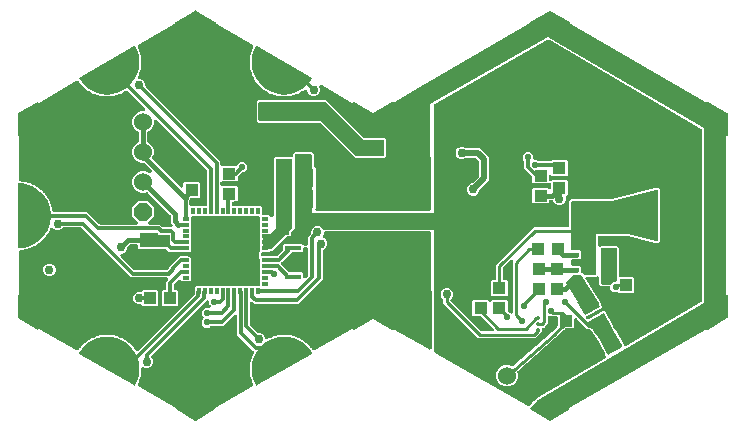
<source format=gbr>
G04 EAGLE Gerber RS-274X export*
G75*
%MOMM*%
%FSLAX34Y34*%
%LPD*%
%INBottom Copper*%
%IPPOS*%
%AMOC8*
5,1,8,0,0,1.08239X$1,22.5*%
G01*
%ADD10R,1.399997X0.400000*%
%ADD11P,1.649562X8X112.500000*%
%ADD12R,1.100000X1.000000*%
%ADD13R,1.000000X1.100000*%
%ADD14R,1.300000X1.500000*%
%ADD15R,1.500000X1.300000*%
%ADD16C,1.524000*%
%ADD17R,0.550000X0.297181*%
%ADD18R,0.297181X0.550000*%
%ADD19R,5.600000X5.600000*%
%ADD20R,1.290000X1.290000*%
%ADD21C,1.290000*%
%ADD22R,0.515000X0.450000*%
%ADD23C,1.000000*%
%ADD24R,0.754800X0.754800*%
%ADD25C,0.754800*%
%ADD26C,1.200000*%
%ADD27R,1.530000X1.530000*%
%ADD28C,1.530000*%
%ADD29C,0.750000*%
%ADD30C,0.550000*%
%ADD31C,0.304800*%
%ADD32C,0.406400*%
%ADD33C,0.254000*%
%ADD34C,0.352400*%
%ADD35C,0.508000*%

G36*
X132620Y-74307D02*
X132620Y-74307D01*
X132688Y-74310D01*
X132778Y-74291D01*
X132869Y-74281D01*
X132933Y-74258D01*
X132999Y-74243D01*
X133081Y-74202D01*
X133167Y-74171D01*
X133223Y-74132D01*
X133284Y-74101D01*
X133353Y-74041D01*
X133428Y-73989D01*
X133473Y-73938D01*
X133524Y-73893D01*
X133624Y-73767D01*
X133747Y-73589D01*
X133818Y-73451D01*
X133891Y-73312D01*
X133892Y-73309D01*
X133893Y-73307D01*
X133929Y-73153D01*
X133940Y-73103D01*
X134372Y-72653D01*
X134385Y-72636D01*
X134402Y-72621D01*
X134502Y-72495D01*
X134852Y-71987D01*
X134904Y-71971D01*
X134906Y-71969D01*
X134909Y-71968D01*
X135043Y-71885D01*
X135174Y-71804D01*
X135177Y-71801D01*
X135179Y-71800D01*
X135183Y-71795D01*
X135293Y-71695D01*
X135944Y-71017D01*
X136039Y-70889D01*
X136131Y-70767D01*
X136132Y-70764D01*
X136134Y-70762D01*
X136192Y-70619D01*
X136213Y-70568D01*
X136712Y-70194D01*
X136728Y-70179D01*
X136746Y-70167D01*
X136865Y-70058D01*
X137293Y-69613D01*
X137346Y-69605D01*
X137349Y-69604D01*
X137352Y-69604D01*
X137500Y-69542D01*
X137640Y-69484D01*
X137643Y-69482D01*
X137645Y-69481D01*
X137650Y-69477D01*
X137774Y-69396D01*
X138347Y-68965D01*
X138365Y-68947D01*
X138387Y-68934D01*
X138415Y-68904D01*
X138429Y-68894D01*
X138457Y-68860D01*
X138479Y-68837D01*
X138575Y-68744D01*
X138589Y-68722D01*
X138606Y-68703D01*
X138672Y-68586D01*
X138741Y-68473D01*
X138749Y-68448D01*
X138761Y-68426D01*
X138812Y-68273D01*
X138890Y-67974D01*
X139897Y-67425D01*
X139906Y-67418D01*
X139929Y-67407D01*
X198063Y-33441D01*
X198136Y-33385D01*
X198215Y-33336D01*
X198262Y-33288D01*
X198315Y-33248D01*
X198372Y-33175D01*
X198437Y-33108D01*
X198470Y-33050D01*
X198512Y-32997D01*
X198549Y-32912D01*
X198595Y-32832D01*
X198613Y-32767D01*
X198639Y-32706D01*
X198654Y-32615D01*
X198679Y-32525D01*
X198680Y-32458D01*
X198691Y-32392D01*
X198683Y-32300D01*
X198684Y-32207D01*
X198669Y-32142D01*
X198663Y-32076D01*
X198632Y-31988D01*
X198611Y-31898D01*
X198563Y-31792D01*
X198557Y-31776D01*
X198552Y-31769D01*
X198544Y-31751D01*
X197863Y-30464D01*
X197858Y-30457D01*
X197851Y-30442D01*
X197162Y-29202D01*
X197145Y-29129D01*
X197089Y-29006D01*
X197085Y-28995D01*
X197082Y-28991D01*
X197078Y-28982D01*
X190051Y-15709D01*
X189981Y-15608D01*
X189917Y-15505D01*
X189890Y-15479D01*
X189868Y-15448D01*
X189775Y-15369D01*
X189687Y-15284D01*
X189655Y-15266D01*
X189627Y-15242D01*
X189517Y-15188D01*
X189410Y-15128D01*
X189358Y-15110D01*
X189341Y-15102D01*
X189320Y-15098D01*
X189258Y-15076D01*
X188775Y-14947D01*
X186355Y-10755D01*
X186291Y-10671D01*
X186234Y-10582D01*
X186195Y-10545D01*
X186162Y-10502D01*
X186080Y-10436D01*
X186003Y-10364D01*
X185955Y-10338D01*
X185913Y-10304D01*
X185816Y-10261D01*
X185724Y-10210D01*
X185672Y-10197D01*
X185623Y-10175D01*
X185606Y-10172D01*
X184446Y-9012D01*
X184368Y-8952D01*
X184296Y-8884D01*
X184243Y-8855D01*
X184195Y-8818D01*
X184104Y-8778D01*
X184017Y-8730D01*
X183959Y-8715D01*
X183903Y-8691D01*
X183805Y-8676D01*
X183709Y-8651D01*
X183609Y-8645D01*
X183589Y-8641D01*
X183577Y-8643D01*
X183549Y-8641D01*
X182488Y-8641D01*
X173710Y137D01*
X173601Y223D01*
X173493Y311D01*
X173475Y320D01*
X173459Y332D01*
X173331Y388D01*
X173206Y447D01*
X173186Y450D01*
X173167Y459D01*
X173029Y480D01*
X172893Y506D01*
X172873Y505D01*
X172853Y508D01*
X172714Y495D01*
X172576Y487D01*
X172557Y481D01*
X172537Y479D01*
X172405Y431D01*
X172273Y389D01*
X172256Y378D01*
X172237Y371D01*
X172122Y293D01*
X172005Y219D01*
X171991Y204D01*
X171974Y192D01*
X171882Y88D01*
X171787Y-13D01*
X171777Y-31D01*
X171764Y-46D01*
X171700Y-170D01*
X171633Y-292D01*
X171628Y-311D01*
X171619Y-329D01*
X171589Y-465D01*
X171554Y-600D01*
X171552Y-628D01*
X171549Y-640D01*
X171550Y-660D01*
X171544Y-760D01*
X171544Y-7238D01*
X170651Y-8131D01*
X164622Y-8131D01*
X164524Y-8143D01*
X164425Y-8146D01*
X164367Y-8163D01*
X164307Y-8171D01*
X164215Y-8207D01*
X164120Y-8235D01*
X164067Y-8265D01*
X164011Y-8288D01*
X163931Y-8346D01*
X163846Y-8396D01*
X163770Y-8463D01*
X163754Y-8475D01*
X163746Y-8484D01*
X163725Y-8503D01*
X162384Y-9843D01*
X162307Y-9843D01*
X162209Y-9856D01*
X162110Y-9859D01*
X162052Y-9875D01*
X161992Y-9883D01*
X161900Y-9920D01*
X161804Y-9947D01*
X161752Y-9978D01*
X161696Y-10000D01*
X161616Y-10058D01*
X161531Y-10109D01*
X161455Y-10175D01*
X161439Y-10187D01*
X161431Y-10196D01*
X161410Y-10215D01*
X157211Y-14414D01*
X157177Y-14458D01*
X157136Y-14496D01*
X157080Y-14583D01*
X157016Y-14665D01*
X156994Y-14716D01*
X156964Y-14763D01*
X156957Y-14782D01*
X156100Y-15529D01*
X156086Y-15545D01*
X156036Y-15589D01*
X155229Y-16396D01*
X155166Y-16427D01*
X155069Y-16466D01*
X155024Y-16498D01*
X154975Y-16523D01*
X154847Y-16621D01*
X123455Y-43972D01*
X123406Y-44027D01*
X123351Y-44074D01*
X123301Y-44145D01*
X123243Y-44210D01*
X123210Y-44275D01*
X123168Y-44334D01*
X123137Y-44415D01*
X123097Y-44492D01*
X123081Y-44563D01*
X123055Y-44632D01*
X123045Y-44718D01*
X123026Y-44802D01*
X123028Y-44875D01*
X123020Y-44948D01*
X123032Y-45034D01*
X123034Y-45120D01*
X123054Y-45190D01*
X123064Y-45263D01*
X123116Y-45415D01*
X123516Y-46381D01*
X123516Y-50031D01*
X122120Y-53403D01*
X119539Y-55984D01*
X116167Y-57381D01*
X112517Y-57381D01*
X109145Y-55984D01*
X106564Y-53403D01*
X105167Y-50031D01*
X105167Y-46381D01*
X106564Y-43009D01*
X109145Y-40428D01*
X112517Y-39031D01*
X116167Y-39031D01*
X118457Y-39980D01*
X118596Y-40018D01*
X118735Y-40060D01*
X118750Y-40060D01*
X118763Y-40064D01*
X118908Y-40066D01*
X119053Y-40072D01*
X119067Y-40069D01*
X119081Y-40069D01*
X119223Y-40035D01*
X119364Y-40004D01*
X119377Y-39998D01*
X119391Y-39995D01*
X119519Y-39927D01*
X119648Y-39862D01*
X119664Y-39850D01*
X119672Y-39846D01*
X119685Y-39834D01*
X119776Y-39764D01*
X152217Y-11498D01*
X152231Y-11483D01*
X152281Y-11439D01*
X157122Y-6598D01*
X157183Y-6519D01*
X157251Y-6447D01*
X157280Y-6394D01*
X157317Y-6346D01*
X157357Y-6255D01*
X157405Y-6169D01*
X157420Y-6110D01*
X157444Y-6054D01*
X157459Y-5957D01*
X157484Y-5861D01*
X157490Y-5761D01*
X157494Y-5740D01*
X157492Y-5728D01*
X157494Y-5700D01*
X157494Y1009D01*
X157479Y1127D01*
X157472Y1246D01*
X157459Y1284D01*
X157454Y1324D01*
X157411Y1435D01*
X157374Y1548D01*
X157352Y1582D01*
X157337Y1620D01*
X157267Y1716D01*
X157204Y1817D01*
X157174Y1845D01*
X157150Y1877D01*
X157059Y1953D01*
X156972Y2035D01*
X156937Y2054D01*
X156906Y2080D01*
X156798Y2131D01*
X156694Y2188D01*
X156654Y2199D01*
X156618Y2216D01*
X156501Y2238D01*
X156386Y2268D01*
X156325Y2272D01*
X156305Y2276D01*
X156285Y2274D01*
X156225Y2278D01*
X152387Y2278D01*
X152355Y2296D01*
X152296Y2311D01*
X152241Y2335D01*
X152143Y2351D01*
X152047Y2375D01*
X151947Y2382D01*
X151927Y2385D01*
X151915Y2384D01*
X151886Y2386D01*
X150114Y2386D01*
X149996Y2371D01*
X149877Y2363D01*
X149839Y2351D01*
X149798Y2346D01*
X149688Y2302D01*
X149575Y2265D01*
X149540Y2244D01*
X149503Y2229D01*
X149407Y2159D01*
X149306Y2095D01*
X149278Y2066D01*
X149245Y2042D01*
X149169Y1950D01*
X149088Y1863D01*
X149068Y1828D01*
X149043Y1797D01*
X148992Y1689D01*
X148934Y1585D01*
X148924Y1546D01*
X148907Y1509D01*
X148885Y1392D01*
X148855Y1277D01*
X148851Y1217D01*
X148847Y1197D01*
X148849Y1177D01*
X148845Y1116D01*
X148845Y-2625D01*
X148847Y-2645D01*
X148851Y-2750D01*
X148953Y-3777D01*
X148952Y-3778D01*
X148934Y-3810D01*
X148905Y-3923D01*
X148168Y-4660D01*
X148156Y-4676D01*
X148084Y-4753D01*
X147545Y-5411D01*
X147525Y-5442D01*
X147500Y-5468D01*
X147441Y-5576D01*
X147376Y-5680D01*
X147365Y-5715D01*
X147347Y-5747D01*
X147318Y-5860D01*
X146581Y-6597D01*
X146569Y-6612D01*
X146497Y-6689D01*
X145843Y-7487D01*
X145841Y-7488D01*
X145806Y-7498D01*
X145706Y-7557D01*
X145081Y-7557D01*
X144963Y-7572D01*
X144845Y-7580D01*
X144806Y-7592D01*
X144766Y-7597D01*
X144655Y-7641D01*
X144542Y-7678D01*
X144508Y-7699D01*
X144470Y-7714D01*
X144374Y-7784D01*
X144273Y-7848D01*
X144246Y-7877D01*
X144213Y-7901D01*
X144137Y-7993D01*
X144055Y-8079D01*
X144036Y-8115D01*
X144010Y-8146D01*
X143959Y-8254D01*
X143902Y-8358D01*
X143892Y-8397D01*
X143875Y-8434D01*
X143852Y-8550D01*
X143822Y-8666D01*
X143819Y-8726D01*
X143815Y-8746D01*
X143816Y-8766D01*
X143812Y-8826D01*
X143812Y-11124D01*
X141801Y-13135D01*
X141739Y-13153D01*
X141686Y-13184D01*
X141630Y-13206D01*
X141550Y-13264D01*
X141465Y-13315D01*
X141389Y-13381D01*
X141373Y-13393D01*
X141365Y-13402D01*
X141344Y-13421D01*
X138362Y-16403D01*
X90238Y-16403D01*
X88230Y-14395D01*
X88230Y-14394D01*
X60705Y13130D01*
X60705Y15447D01*
X60693Y15545D01*
X60690Y15644D01*
X60673Y15702D01*
X60665Y15762D01*
X60629Y15854D01*
X60601Y15950D01*
X60571Y16002D01*
X60548Y16058D01*
X60490Y16138D01*
X60440Y16224D01*
X60374Y16299D01*
X60362Y16315D01*
X60352Y16323D01*
X60334Y16344D01*
X59028Y17650D01*
X58225Y19588D01*
X58225Y21687D01*
X59028Y23625D01*
X60512Y25109D01*
X62451Y25912D01*
X64549Y25912D01*
X66488Y25109D01*
X67972Y23625D01*
X68775Y21687D01*
X68775Y19588D01*
X67972Y17650D01*
X66928Y16606D01*
X66856Y16513D01*
X66777Y16423D01*
X66758Y16387D01*
X66734Y16355D01*
X66686Y16246D01*
X66632Y16140D01*
X66623Y16100D01*
X66607Y16063D01*
X66588Y15946D01*
X66562Y15830D01*
X66564Y15789D01*
X66557Y15749D01*
X66568Y15631D01*
X66572Y15512D01*
X66583Y15473D01*
X66587Y15433D01*
X66627Y15320D01*
X66661Y15206D01*
X66681Y15171D01*
X66695Y15133D01*
X66762Y15035D01*
X66822Y14932D01*
X66862Y14887D01*
X66873Y14870D01*
X66889Y14857D01*
X66928Y14811D01*
X92182Y-10442D01*
X92260Y-10503D01*
X92332Y-10571D01*
X92385Y-10600D01*
X92433Y-10637D01*
X92524Y-10676D01*
X92611Y-10724D01*
X92669Y-10739D01*
X92725Y-10763D01*
X92823Y-10779D01*
X92919Y-10804D01*
X93019Y-10810D01*
X93039Y-10813D01*
X93051Y-10812D01*
X93079Y-10814D01*
X102222Y-10814D01*
X102360Y-10796D01*
X102499Y-10783D01*
X102518Y-10776D01*
X102538Y-10774D01*
X102667Y-10723D01*
X102798Y-10676D01*
X102815Y-10664D01*
X102833Y-10657D01*
X102946Y-10575D01*
X103061Y-10497D01*
X103074Y-10482D01*
X103091Y-10470D01*
X103180Y-10363D01*
X103271Y-10259D01*
X103281Y-10241D01*
X103294Y-10225D01*
X103353Y-10099D01*
X103416Y-9975D01*
X103420Y-9956D01*
X103429Y-9937D01*
X103455Y-9801D01*
X103486Y-9665D01*
X103485Y-9645D01*
X103489Y-9625D01*
X103480Y-9487D01*
X103476Y-9347D01*
X103470Y-9328D01*
X103469Y-9308D01*
X103426Y-9175D01*
X103388Y-9042D01*
X103377Y-9024D01*
X103371Y-9005D01*
X103297Y-8887D01*
X103226Y-8768D01*
X103208Y-8747D01*
X103201Y-8736D01*
X103186Y-8722D01*
X103120Y-8647D01*
X92407Y2066D01*
X92328Y2127D01*
X92256Y2195D01*
X92203Y2224D01*
X92155Y2261D01*
X92064Y2300D01*
X91978Y2348D01*
X91919Y2363D01*
X91864Y2387D01*
X91766Y2403D01*
X91670Y2428D01*
X91570Y2434D01*
X91549Y2437D01*
X91537Y2436D01*
X91509Y2438D01*
X85943Y2438D01*
X85050Y3331D01*
X85050Y14594D01*
X85943Y15487D01*
X98207Y15487D01*
X99115Y14579D01*
X99209Y14506D01*
X99298Y14427D01*
X99334Y14409D01*
X99366Y14384D01*
X99476Y14336D01*
X99582Y14282D01*
X99621Y14274D01*
X99658Y14258D01*
X99776Y14239D01*
X99892Y14213D01*
X99932Y14214D01*
X99972Y14208D01*
X100091Y14219D01*
X100210Y14222D01*
X100249Y14234D01*
X100289Y14237D01*
X100401Y14278D01*
X100515Y14311D01*
X100550Y14331D01*
X100588Y14345D01*
X100687Y14412D01*
X100789Y14472D01*
X100834Y14512D01*
X100851Y14524D01*
X100865Y14539D01*
X100910Y14579D01*
X101818Y15487D01*
X114082Y15487D01*
X114975Y14594D01*
X114975Y7131D01*
X114990Y7013D01*
X114997Y6895D01*
X115010Y6856D01*
X115015Y6816D01*
X115058Y6705D01*
X115095Y6592D01*
X115117Y6558D01*
X115132Y6520D01*
X115201Y6424D01*
X115265Y6323D01*
X115295Y6296D01*
X115318Y6263D01*
X115410Y6187D01*
X115497Y6105D01*
X115532Y6086D01*
X115563Y6060D01*
X115671Y6009D01*
X115775Y5952D01*
X115815Y5942D01*
X115851Y5925D01*
X115968Y5902D01*
X116052Y5880D01*
X117199Y4734D01*
X117283Y4668D01*
X117333Y4622D01*
X117358Y4608D01*
X117416Y4560D01*
X117434Y4551D01*
X117450Y4539D01*
X117578Y4484D01*
X117704Y4424D01*
X117723Y4421D01*
X117742Y4413D01*
X117880Y4391D01*
X118016Y4365D01*
X118036Y4366D01*
X118056Y4363D01*
X118195Y4376D01*
X118333Y4384D01*
X118353Y4391D01*
X118373Y4393D01*
X118504Y4440D01*
X118636Y4482D01*
X118653Y4493D01*
X118672Y4500D01*
X118787Y4578D01*
X118905Y4653D01*
X118919Y4667D01*
X118935Y4679D01*
X119027Y4783D01*
X119123Y4884D01*
X119132Y4902D01*
X119146Y4917D01*
X119209Y5041D01*
X119276Y5163D01*
X119281Y5182D01*
X119290Y5200D01*
X119302Y5252D01*
X119303Y5255D01*
X119308Y5278D01*
X119321Y5336D01*
X119356Y5471D01*
X119357Y5499D01*
X119360Y5511D01*
X119359Y5531D01*
X119361Y5556D01*
X119363Y5568D01*
X119362Y5579D01*
X119366Y5631D01*
X119366Y48849D01*
X119348Y48987D01*
X119343Y49039D01*
X119343Y49040D01*
X119335Y49126D01*
X119328Y49145D01*
X119326Y49165D01*
X119275Y49294D01*
X119228Y49425D01*
X119216Y49442D01*
X119209Y49460D01*
X119127Y49573D01*
X119049Y49688D01*
X119034Y49701D01*
X119022Y49718D01*
X118915Y49807D01*
X118811Y49898D01*
X118793Y49908D01*
X118777Y49921D01*
X118651Y49980D01*
X118527Y50043D01*
X118508Y50047D01*
X118489Y50056D01*
X118353Y50082D01*
X118217Y50113D01*
X118197Y50112D01*
X118177Y50116D01*
X118039Y50107D01*
X117899Y50103D01*
X117880Y50097D01*
X117860Y50096D01*
X117727Y50053D01*
X117594Y50015D01*
X117576Y50004D01*
X117557Y49998D01*
X117439Y49924D01*
X117320Y49853D01*
X117299Y49835D01*
X117288Y49828D01*
X117274Y49813D01*
X117199Y49747D01*
X111116Y43664D01*
X111056Y43586D01*
X110988Y43514D01*
X110959Y43461D01*
X110922Y43413D01*
X110882Y43322D01*
X110834Y43235D01*
X110819Y43177D01*
X110795Y43121D01*
X110780Y43023D01*
X110755Y42927D01*
X110749Y42827D01*
X110745Y42807D01*
X110747Y42795D01*
X110745Y42767D01*
X110745Y33756D01*
X110760Y33638D01*
X110767Y33520D01*
X110780Y33481D01*
X110785Y33441D01*
X110828Y33330D01*
X110865Y33217D01*
X110887Y33183D01*
X110902Y33145D01*
X110971Y33049D01*
X111035Y32948D01*
X111065Y32921D01*
X111088Y32888D01*
X111180Y32812D01*
X111267Y32730D01*
X111302Y32711D01*
X111333Y32685D01*
X111441Y32634D01*
X111545Y32577D01*
X111585Y32567D01*
X111621Y32550D01*
X111738Y32527D01*
X111853Y32497D01*
X111913Y32494D01*
X111933Y32490D01*
X111954Y32491D01*
X112014Y32487D01*
X114082Y32487D01*
X114975Y31594D01*
X114975Y20331D01*
X114082Y19438D01*
X101818Y19438D01*
X100925Y20331D01*
X100925Y31594D01*
X101818Y32487D01*
X103886Y32487D01*
X104004Y32502D01*
X104123Y32510D01*
X104161Y32522D01*
X104202Y32527D01*
X104312Y32571D01*
X104425Y32608D01*
X104460Y32629D01*
X104497Y32644D01*
X104593Y32714D01*
X104694Y32778D01*
X104722Y32807D01*
X104755Y32831D01*
X104831Y32923D01*
X104912Y33009D01*
X104932Y33045D01*
X104957Y33076D01*
X105008Y33184D01*
X105066Y33288D01*
X105076Y33327D01*
X105093Y33364D01*
X105115Y33480D01*
X105145Y33596D01*
X105149Y33656D01*
X105153Y33676D01*
X105151Y33696D01*
X105155Y33756D01*
X105155Y45608D01*
X136955Y77407D01*
X166071Y77407D01*
X166189Y77422D01*
X166308Y77430D01*
X166346Y77442D01*
X166386Y77447D01*
X166497Y77491D01*
X166610Y77528D01*
X166645Y77549D01*
X166682Y77564D01*
X166778Y77634D01*
X166879Y77698D01*
X166907Y77727D01*
X166939Y77751D01*
X167015Y77843D01*
X167097Y77929D01*
X167116Y77965D01*
X167142Y77996D01*
X167193Y78104D01*
X167250Y78208D01*
X167261Y78247D01*
X167278Y78284D01*
X167300Y78400D01*
X167330Y78516D01*
X167334Y78576D01*
X167338Y78596D01*
X167336Y78616D01*
X167340Y78676D01*
X167340Y99583D01*
X168977Y101220D01*
X202700Y101220D01*
X202774Y101229D01*
X202849Y101229D01*
X203008Y101258D01*
X239530Y110388D01*
X239626Y110426D01*
X239725Y110454D01*
X239774Y110483D01*
X239827Y110503D01*
X239910Y110563D01*
X239999Y110616D01*
X240068Y110676D01*
X240085Y110689D01*
X240094Y110700D01*
X240120Y110722D01*
X240142Y110745D01*
X240800Y110745D01*
X240874Y110754D01*
X240949Y110754D01*
X241107Y110783D01*
X241745Y110942D01*
X241773Y110926D01*
X241867Y110884D01*
X241957Y110834D01*
X242012Y110820D01*
X242064Y110797D01*
X242165Y110781D01*
X242265Y110755D01*
X242356Y110749D01*
X242377Y110746D01*
X242392Y110747D01*
X242426Y110745D01*
X242458Y110745D01*
X242922Y110280D01*
X242982Y110234D01*
X243034Y110180D01*
X243167Y110089D01*
X243730Y109751D01*
X243738Y109720D01*
X243776Y109624D01*
X243804Y109525D01*
X243833Y109476D01*
X243853Y109423D01*
X243913Y109340D01*
X243966Y109251D01*
X244026Y109182D01*
X244039Y109165D01*
X244050Y109156D01*
X244072Y109130D01*
X244095Y109108D01*
X244095Y108450D01*
X244104Y108376D01*
X244104Y108301D01*
X244116Y108231D01*
X244117Y108220D01*
X244120Y108211D01*
X244133Y108142D01*
X244292Y107505D01*
X244276Y107477D01*
X244234Y107383D01*
X244184Y107293D01*
X244170Y107238D01*
X244147Y107186D01*
X244131Y107085D01*
X244105Y106985D01*
X244099Y106894D01*
X244096Y106873D01*
X244097Y106858D01*
X244095Y106824D01*
X244095Y67767D01*
X244106Y67674D01*
X244108Y67581D01*
X244126Y67517D01*
X244135Y67451D01*
X244169Y67365D01*
X244194Y67275D01*
X244245Y67172D01*
X244252Y67155D01*
X244257Y67148D01*
X244266Y67131D01*
X244299Y67073D01*
X244138Y66469D01*
X244126Y66385D01*
X244105Y66303D01*
X244096Y66164D01*
X244095Y66154D01*
X244095Y66150D01*
X244095Y66142D01*
X244095Y65517D01*
X244048Y65471D01*
X243991Y65397D01*
X243926Y65330D01*
X243894Y65272D01*
X243853Y65219D01*
X243816Y65134D01*
X243770Y65053D01*
X243734Y64944D01*
X243727Y64928D01*
X243725Y64919D01*
X243719Y64900D01*
X243702Y64836D01*
X243161Y64523D01*
X243094Y64472D01*
X243020Y64429D01*
X242916Y64337D01*
X242908Y64331D01*
X242906Y64327D01*
X242900Y64322D01*
X242458Y63880D01*
X242392Y63880D01*
X242299Y63869D01*
X242206Y63867D01*
X242142Y63849D01*
X242076Y63840D01*
X241990Y63806D01*
X241900Y63781D01*
X241797Y63730D01*
X241780Y63723D01*
X241773Y63718D01*
X241756Y63709D01*
X241698Y63676D01*
X241094Y63837D01*
X241010Y63849D01*
X240928Y63870D01*
X240789Y63879D01*
X240779Y63880D01*
X240775Y63880D01*
X240767Y63880D01*
X240142Y63880D01*
X240096Y63927D01*
X240022Y63984D01*
X239955Y64048D01*
X239897Y64081D01*
X239844Y64122D01*
X239759Y64159D01*
X239678Y64205D01*
X239569Y64241D01*
X239553Y64248D01*
X239544Y64250D01*
X239525Y64256D01*
X217282Y70187D01*
X217198Y70199D01*
X217116Y70220D01*
X216976Y70229D01*
X216967Y70230D01*
X216963Y70230D01*
X216955Y70230D01*
X192976Y70230D01*
X192858Y70215D01*
X192740Y70208D01*
X192701Y70195D01*
X192661Y70190D01*
X192550Y70147D01*
X192437Y70110D01*
X192403Y70088D01*
X192365Y70073D01*
X192269Y70004D01*
X192168Y69940D01*
X192141Y69910D01*
X192108Y69887D01*
X192032Y69795D01*
X191950Y69708D01*
X191931Y69673D01*
X191905Y69642D01*
X191854Y69534D01*
X191797Y69430D01*
X191787Y69390D01*
X191770Y69354D01*
X191747Y69237D01*
X191717Y69122D01*
X191714Y69062D01*
X191710Y69042D01*
X191711Y69021D01*
X191707Y68961D01*
X191707Y62199D01*
X191725Y62061D01*
X191738Y61922D01*
X191745Y61903D01*
X191747Y61883D01*
X191798Y61754D01*
X191845Y61623D01*
X191857Y61606D01*
X191864Y61588D01*
X191946Y61475D01*
X192024Y61360D01*
X192039Y61347D01*
X192051Y61330D01*
X192158Y61241D01*
X192262Y61150D01*
X192280Y61140D01*
X192296Y61127D01*
X192421Y61068D01*
X192546Y61005D01*
X192565Y61000D01*
X192584Y60992D01*
X192720Y60966D01*
X192856Y60935D01*
X192876Y60936D01*
X192896Y60932D01*
X193035Y60941D01*
X193174Y60945D01*
X193193Y60951D01*
X193213Y60952D01*
X193346Y60995D01*
X193479Y61033D01*
X193497Y61044D01*
X193516Y61050D01*
X193633Y61124D01*
X193753Y61195D01*
X193774Y61213D01*
X193785Y61220D01*
X193799Y61235D01*
X193874Y61301D01*
X194105Y61532D01*
X207533Y61532D01*
X209170Y59895D01*
X209170Y36350D01*
X209185Y36232D01*
X209192Y36114D01*
X209205Y36075D01*
X209210Y36035D01*
X209253Y35924D01*
X209290Y35811D01*
X209312Y35777D01*
X209327Y35739D01*
X209396Y35643D01*
X209460Y35542D01*
X209490Y35515D01*
X209513Y35482D01*
X209605Y35406D01*
X209692Y35324D01*
X209727Y35305D01*
X209758Y35279D01*
X209866Y35228D01*
X209970Y35171D01*
X210010Y35161D01*
X210046Y35144D01*
X210163Y35121D01*
X210278Y35091D01*
X210338Y35088D01*
X210358Y35084D01*
X210379Y35085D01*
X210439Y35081D01*
X221025Y35081D01*
X221918Y34188D01*
X221918Y22925D01*
X221025Y22032D01*
X208762Y22032D01*
X208453Y22341D01*
X208374Y22402D01*
X208302Y22470D01*
X208249Y22499D01*
X208201Y22536D01*
X208111Y22575D01*
X208024Y22623D01*
X207965Y22638D01*
X207910Y22662D01*
X207812Y22678D01*
X207716Y22703D01*
X207616Y22709D01*
X207596Y22712D01*
X207583Y22711D01*
X207555Y22713D01*
X204604Y22713D01*
X202100Y25217D01*
X202100Y26099D01*
X202085Y26217D01*
X202078Y26335D01*
X202065Y26374D01*
X202060Y26414D01*
X202017Y26525D01*
X201980Y26638D01*
X201958Y26672D01*
X201943Y26710D01*
X201874Y26806D01*
X201810Y26907D01*
X201780Y26934D01*
X201757Y26967D01*
X201665Y27043D01*
X201578Y27125D01*
X201543Y27144D01*
X201512Y27170D01*
X201404Y27221D01*
X201300Y27278D01*
X201260Y27288D01*
X201224Y27305D01*
X201107Y27328D01*
X200992Y27358D01*
X200932Y27361D01*
X200912Y27365D01*
X200891Y27364D01*
X200831Y27368D01*
X194105Y27368D01*
X192468Y29005D01*
X192468Y34639D01*
X192450Y34777D01*
X192437Y34915D01*
X192430Y34934D01*
X192428Y34954D01*
X192377Y35084D01*
X192330Y35214D01*
X192318Y35231D01*
X192311Y35250D01*
X192229Y35362D01*
X192151Y35477D01*
X192136Y35491D01*
X192124Y35507D01*
X192017Y35596D01*
X191913Y35688D01*
X191895Y35697D01*
X191879Y35710D01*
X191754Y35769D01*
X191629Y35833D01*
X191610Y35837D01*
X191591Y35846D01*
X191455Y35872D01*
X191319Y35902D01*
X191299Y35902D01*
X191279Y35905D01*
X191140Y35897D01*
X191001Y35893D01*
X190982Y35887D01*
X190962Y35886D01*
X190829Y35843D01*
X190696Y35804D01*
X190678Y35794D01*
X190659Y35788D01*
X190542Y35713D01*
X190422Y35643D01*
X190401Y35624D01*
X190390Y35617D01*
X190376Y35603D01*
X190301Y35536D01*
X190070Y35305D01*
X182095Y35305D01*
X182090Y35305D01*
X182085Y35305D01*
X181931Y35285D01*
X181780Y35265D01*
X181775Y35263D01*
X181769Y35263D01*
X181625Y35204D01*
X181484Y35148D01*
X181480Y35145D01*
X181475Y35143D01*
X181350Y35051D01*
X181227Y34962D01*
X181223Y34957D01*
X181219Y34954D01*
X181122Y34835D01*
X181024Y34717D01*
X181022Y34712D01*
X181018Y34708D01*
X180953Y34566D01*
X180888Y34429D01*
X180887Y34424D01*
X180885Y34419D01*
X180857Y34266D01*
X180828Y34117D01*
X180829Y34111D01*
X180828Y34106D01*
X180839Y33953D01*
X180848Y33799D01*
X180850Y33794D01*
X180850Y33789D01*
X180899Y33642D01*
X180946Y33497D01*
X180949Y33492D01*
X180951Y33487D01*
X181030Y33346D01*
X187539Y23286D01*
X187549Y23274D01*
X187553Y23268D01*
X187564Y23254D01*
X187587Y23213D01*
X192563Y15522D01*
X192768Y15279D01*
X193010Y15106D01*
X193360Y14319D01*
X193370Y14303D01*
X193375Y14285D01*
X193454Y14145D01*
X193929Y13411D01*
X193923Y13344D01*
X193918Y13284D01*
X193961Y13027D01*
X193970Y12971D01*
X193953Y12896D01*
X193916Y12748D01*
X193916Y12742D01*
X193915Y12735D01*
X193918Y12581D01*
X193919Y12430D01*
X193921Y12424D01*
X193921Y12417D01*
X193962Y12270D01*
X194001Y12123D01*
X194005Y12117D01*
X194006Y12111D01*
X194078Y11967D01*
X194906Y10532D01*
X194579Y9312D01*
X181976Y2036D01*
X181876Y1960D01*
X181772Y1889D01*
X181750Y1864D01*
X181723Y1844D01*
X181645Y1745D01*
X181561Y1651D01*
X181546Y1621D01*
X181525Y1594D01*
X181474Y1480D01*
X181417Y1368D01*
X181409Y1335D01*
X181396Y1304D01*
X181375Y1180D01*
X181347Y1057D01*
X181348Y1024D01*
X181343Y990D01*
X181353Y865D01*
X181357Y739D01*
X181366Y707D01*
X181369Y673D01*
X181410Y554D01*
X181445Y434D01*
X181462Y405D01*
X181473Y373D01*
X181543Y268D01*
X181607Y160D01*
X181639Y123D01*
X181649Y108D01*
X181666Y93D01*
X181713Y39D01*
X182015Y-263D01*
X182104Y-331D01*
X182187Y-407D01*
X182229Y-429D01*
X182266Y-457D01*
X182369Y-502D01*
X182469Y-554D01*
X182515Y-565D01*
X182558Y-584D01*
X182669Y-601D01*
X182778Y-627D01*
X182825Y-626D01*
X182872Y-634D01*
X182984Y-623D01*
X183096Y-621D01*
X183142Y-608D01*
X183189Y-604D01*
X183295Y-566D01*
X183403Y-536D01*
X183468Y-504D01*
X183488Y-496D01*
X183503Y-486D01*
X183547Y-464D01*
X196054Y6757D01*
X197274Y6430D01*
X204412Y-5932D01*
X204409Y-5955D01*
X204387Y-6041D01*
X204387Y-6112D01*
X204377Y-6182D01*
X204388Y-6270D01*
X204388Y-6359D01*
X204406Y-6428D01*
X204414Y-6498D01*
X204446Y-6581D01*
X204468Y-6667D01*
X204523Y-6782D01*
X204528Y-6795D01*
X204531Y-6800D01*
X204537Y-6812D01*
X205991Y-9429D01*
X206056Y-9517D01*
X206113Y-9610D01*
X206149Y-9645D01*
X206179Y-9685D01*
X206264Y-9755D01*
X206342Y-9831D01*
X206386Y-9855D01*
X206425Y-9887D01*
X206443Y-9895D01*
X213660Y-22396D01*
X213661Y-22403D01*
X213666Y-22419D01*
X213668Y-22436D01*
X213719Y-22568D01*
X213767Y-22703D01*
X213776Y-22717D01*
X213782Y-22733D01*
X213865Y-22849D01*
X213944Y-22967D01*
X213956Y-22978D01*
X213966Y-22992D01*
X214075Y-23084D01*
X214181Y-23178D01*
X214196Y-23186D01*
X214209Y-23197D01*
X214337Y-23259D01*
X214464Y-23325D01*
X214480Y-23328D01*
X214495Y-23336D01*
X214635Y-23364D01*
X214773Y-23396D01*
X214790Y-23396D01*
X214807Y-23399D01*
X214949Y-23392D01*
X215091Y-23388D01*
X215108Y-23383D01*
X215125Y-23382D01*
X215261Y-23340D01*
X215397Y-23301D01*
X215418Y-23291D01*
X215428Y-23288D01*
X215444Y-23278D01*
X215541Y-23229D01*
X279151Y13936D01*
X279233Y13999D01*
X279319Y14054D01*
X279358Y14095D01*
X279404Y14130D01*
X279467Y14211D01*
X279537Y14285D01*
X279565Y14335D01*
X279600Y14380D01*
X279641Y14474D01*
X279691Y14564D01*
X279705Y14619D01*
X279728Y14671D01*
X279744Y14773D01*
X279770Y14872D01*
X279776Y14964D01*
X279779Y14985D01*
X279778Y14999D01*
X279780Y15032D01*
X279780Y159595D01*
X279767Y159696D01*
X279764Y159798D01*
X279748Y159853D01*
X279740Y159910D01*
X279703Y160005D01*
X279674Y160103D01*
X279645Y160152D01*
X279623Y160206D01*
X279564Y160289D01*
X279511Y160376D01*
X279470Y160417D01*
X279437Y160463D01*
X279358Y160528D01*
X279286Y160600D01*
X279208Y160653D01*
X279192Y160666D01*
X279179Y160672D01*
X279152Y160690D01*
X151104Y235645D01*
X151085Y235654D01*
X151030Y235685D01*
X149913Y236244D01*
X149854Y236265D01*
X149798Y236294D01*
X149704Y236317D01*
X149613Y236349D01*
X149550Y236355D01*
X149489Y236370D01*
X149392Y236369D01*
X149296Y236377D01*
X149234Y236367D01*
X149171Y236366D01*
X149078Y236341D01*
X148982Y236325D01*
X148925Y236299D01*
X148864Y236283D01*
X148719Y236213D01*
X53349Y182122D01*
X53260Y182056D01*
X53167Y181997D01*
X53133Y181961D01*
X53094Y181932D01*
X53025Y181846D01*
X52949Y181765D01*
X52925Y181722D01*
X52895Y181684D01*
X52849Y181584D01*
X52795Y181487D01*
X52783Y181439D01*
X52763Y181395D01*
X52744Y181286D01*
X52716Y181179D01*
X52711Y181103D01*
X52707Y181081D01*
X52709Y181064D01*
X52706Y181018D01*
X52706Y89661D01*
X-50864Y89661D01*
X-50864Y138113D01*
X-50867Y138139D01*
X-50865Y138165D01*
X-50887Y138311D01*
X-50904Y138459D01*
X-50913Y138483D01*
X-50917Y138509D01*
X-50972Y138647D01*
X-51022Y138787D01*
X-51036Y138809D01*
X-51046Y138833D01*
X-51130Y138955D01*
X-51211Y139080D01*
X-51230Y139098D01*
X-51245Y139119D01*
X-51354Y139218D01*
X-51461Y139322D01*
X-51484Y139335D01*
X-51503Y139353D01*
X-51633Y139425D01*
X-51760Y139501D01*
X-51785Y139509D01*
X-51808Y139521D01*
X-51951Y139562D01*
X-52092Y139607D01*
X-52118Y139609D01*
X-52144Y139616D01*
X-52388Y139636D01*
X-63500Y139636D01*
X-63526Y139633D01*
X-63552Y139635D01*
X-63699Y139613D01*
X-63846Y139596D01*
X-63871Y139587D01*
X-63897Y139583D01*
X-64035Y139528D01*
X-64174Y139478D01*
X-64196Y139464D01*
X-64221Y139454D01*
X-64342Y139370D01*
X-64467Y139289D01*
X-64485Y139270D01*
X-64507Y139256D01*
X-64606Y139146D01*
X-64709Y139039D01*
X-64723Y139016D01*
X-64740Y138997D01*
X-64812Y138867D01*
X-64888Y138740D01*
X-64896Y138715D01*
X-64909Y138692D01*
X-64949Y138549D01*
X-64994Y138408D01*
X-64996Y138382D01*
X-65004Y138356D01*
X-65023Y138113D01*
X-65023Y76831D01*
X-67704Y74150D01*
X-67783Y74051D01*
X-67867Y73957D01*
X-67891Y73915D01*
X-67921Y73877D01*
X-67975Y73763D01*
X-68036Y73652D01*
X-68049Y73606D01*
X-68070Y73562D01*
X-68096Y73439D01*
X-68131Y73317D01*
X-68136Y73256D01*
X-68143Y73221D01*
X-68142Y73173D01*
X-68150Y73073D01*
X-68150Y70568D01*
X-69043Y69675D01*
X-71548Y69675D01*
X-71674Y69661D01*
X-71800Y69654D01*
X-71846Y69641D01*
X-71894Y69635D01*
X-72013Y69593D01*
X-72135Y69558D01*
X-72177Y69534D01*
X-72222Y69518D01*
X-72329Y69449D01*
X-72439Y69388D01*
X-72485Y69348D01*
X-72515Y69329D01*
X-72549Y69294D01*
X-72625Y69229D01*
X-84768Y57086D01*
X-85567Y57086D01*
X-85693Y57071D01*
X-85819Y57065D01*
X-85865Y57051D01*
X-85913Y57046D01*
X-86032Y57003D01*
X-86154Y56968D01*
X-86196Y56945D01*
X-86241Y56928D01*
X-86348Y56860D01*
X-86458Y56798D01*
X-86504Y56759D01*
X-86534Y56739D01*
X-86568Y56705D01*
X-86643Y56640D01*
X-92075Y56640D01*
X-92101Y56637D01*
X-92127Y56639D01*
X-92274Y56617D01*
X-92421Y56600D01*
X-92446Y56592D01*
X-92472Y56588D01*
X-92610Y56533D01*
X-92749Y56483D01*
X-92771Y56469D01*
X-92796Y56459D01*
X-92917Y56375D01*
X-93042Y56294D01*
X-93060Y56275D01*
X-93082Y56260D01*
X-93181Y56150D01*
X-93284Y56043D01*
X-93298Y56021D01*
X-93315Y56001D01*
X-93387Y55871D01*
X-93463Y55744D01*
X-93471Y55719D01*
X-93484Y55696D01*
X-93524Y55553D01*
X-93569Y55412D01*
X-93571Y55386D01*
X-93579Y55361D01*
X-93598Y55117D01*
X-93598Y54182D01*
X-93595Y54156D01*
X-93597Y54130D01*
X-93575Y53983D01*
X-93558Y53836D01*
X-93550Y53811D01*
X-93546Y53785D01*
X-93491Y53647D01*
X-93441Y53508D01*
X-93427Y53485D01*
X-93417Y53461D01*
X-93332Y53340D01*
X-93252Y53215D01*
X-93233Y53196D01*
X-93218Y53175D01*
X-93108Y53076D01*
X-93001Y52973D01*
X-92979Y52959D01*
X-92959Y52942D01*
X-92829Y52870D01*
X-92702Y52794D01*
X-92677Y52786D01*
X-92654Y52773D01*
X-92511Y52733D01*
X-92370Y52688D01*
X-92344Y52685D01*
X-92319Y52678D01*
X-92075Y52659D01*
X-91957Y52659D01*
X-91831Y52673D01*
X-91705Y52680D01*
X-91659Y52693D01*
X-91626Y52697D01*
X-80833Y52697D01*
X-80708Y52711D01*
X-80581Y52718D01*
X-80535Y52731D01*
X-80487Y52737D01*
X-80368Y52779D01*
X-80247Y52814D01*
X-80204Y52838D01*
X-80159Y52854D01*
X-80053Y52923D01*
X-79942Y52984D01*
X-79896Y53024D01*
X-79866Y53043D01*
X-79833Y53078D01*
X-79756Y53143D01*
X-75646Y57253D01*
X-75567Y57352D01*
X-75483Y57446D01*
X-75459Y57488D01*
X-75429Y57526D01*
X-75375Y57640D01*
X-75314Y57751D01*
X-75301Y57798D01*
X-75280Y57841D01*
X-75254Y57965D01*
X-75219Y58087D01*
X-75214Y58147D01*
X-75207Y58182D01*
X-75208Y58230D01*
X-75200Y58330D01*
X-75200Y62257D01*
X-74307Y63150D01*
X-59043Y63150D01*
X-58317Y62423D01*
X-58218Y62344D01*
X-58124Y62260D01*
X-58081Y62236D01*
X-58044Y62206D01*
X-57929Y62152D01*
X-57819Y62091D01*
X-57772Y62078D01*
X-57729Y62057D01*
X-57605Y62031D01*
X-57483Y61996D01*
X-57423Y61992D01*
X-57388Y61984D01*
X-57340Y61985D01*
X-57240Y61977D01*
X-55372Y61977D01*
X-55346Y61980D01*
X-55320Y61978D01*
X-55173Y62000D01*
X-55026Y62017D01*
X-55001Y62025D01*
X-54975Y62029D01*
X-54837Y62084D01*
X-54698Y62134D01*
X-54676Y62148D01*
X-54651Y62158D01*
X-54530Y62243D01*
X-54405Y62323D01*
X-54387Y62342D01*
X-54365Y62357D01*
X-54266Y62467D01*
X-54163Y62574D01*
X-54149Y62596D01*
X-54132Y62616D01*
X-54060Y62746D01*
X-53984Y62873D01*
X-53976Y62898D01*
X-53963Y62921D01*
X-53923Y63064D01*
X-53878Y63205D01*
X-53876Y63231D01*
X-53868Y63256D01*
X-53849Y63500D01*
X-53849Y69525D01*
X-51758Y71616D01*
X-51680Y71715D01*
X-51595Y71809D01*
X-51572Y71851D01*
X-51542Y71889D01*
X-51488Y72003D01*
X-51427Y72114D01*
X-51413Y72160D01*
X-51393Y72204D01*
X-51366Y72327D01*
X-51332Y72449D01*
X-51327Y72510D01*
X-51319Y72545D01*
X-51320Y72593D01*
X-51312Y72693D01*
X-51312Y74074D01*
X-50980Y74876D01*
X-50980Y74878D01*
X-50979Y74880D01*
X-50932Y75044D01*
X-50885Y75211D01*
X-50884Y75213D01*
X-50884Y75215D01*
X-50864Y75459D01*
X-50864Y75659D01*
X-50860Y75662D01*
X-48222Y78300D01*
X-43853Y78300D01*
X-41215Y75662D01*
X-41141Y75609D01*
X-41071Y75549D01*
X-41041Y75537D01*
X-41015Y75518D01*
X-40928Y75491D01*
X-40843Y75457D01*
X-40802Y75453D01*
X-40780Y75446D01*
X-40748Y75447D01*
X-40676Y75439D01*
X52706Y75439D01*
X52706Y-27665D01*
X52719Y-27769D01*
X52723Y-27875D01*
X52739Y-27927D01*
X52746Y-27980D01*
X52784Y-28078D01*
X52815Y-28180D01*
X52843Y-28226D01*
X52863Y-28276D01*
X52925Y-28361D01*
X52979Y-28452D01*
X53018Y-28490D01*
X53049Y-28533D01*
X53131Y-28601D01*
X53206Y-28675D01*
X53278Y-28722D01*
X53294Y-28736D01*
X53308Y-28743D01*
X53340Y-28764D01*
X131945Y-74145D01*
X132008Y-74171D01*
X132066Y-74206D01*
X132153Y-74232D01*
X132238Y-74268D01*
X132305Y-74278D01*
X132370Y-74297D01*
X132462Y-74301D01*
X132552Y-74314D01*
X132620Y-74307D01*
G37*
G36*
X150791Y-86377D02*
X150791Y-86377D01*
X150868Y-86378D01*
X150892Y-86369D01*
X150913Y-86367D01*
X150952Y-86347D01*
X151024Y-86320D01*
X167524Y-76820D01*
X167546Y-76801D01*
X167572Y-76789D01*
X167606Y-76751D01*
X167609Y-76749D01*
X167612Y-76745D01*
X167620Y-76736D01*
X167673Y-76689D01*
X167686Y-76663D01*
X167705Y-76641D01*
X167728Y-76574D01*
X167759Y-76509D01*
X167761Y-76480D01*
X167770Y-76453D01*
X167765Y-76382D01*
X167768Y-76311D01*
X167758Y-76284D01*
X167756Y-76255D01*
X167714Y-76164D01*
X167699Y-76124D01*
X167692Y-76116D01*
X167686Y-76104D01*
X167266Y-75495D01*
X283527Y-8374D01*
X283824Y-9001D01*
X283841Y-9024D01*
X283851Y-9051D01*
X283900Y-9103D01*
X283943Y-9160D01*
X283968Y-9175D01*
X283987Y-9195D01*
X284053Y-9224D01*
X284115Y-9260D01*
X284143Y-9264D01*
X284169Y-9275D01*
X284241Y-9276D01*
X284312Y-9285D01*
X284339Y-9278D01*
X284368Y-9278D01*
X284463Y-9243D01*
X284503Y-9232D01*
X284512Y-9225D01*
X284524Y-9220D01*
X301024Y280D01*
X301083Y331D01*
X301145Y377D01*
X301156Y397D01*
X301173Y411D01*
X301207Y482D01*
X301247Y548D01*
X301251Y573D01*
X301259Y591D01*
X301261Y635D01*
X301274Y713D01*
X301274Y19713D01*
X301269Y19740D01*
X301271Y19769D01*
X301249Y19837D01*
X301235Y19907D01*
X301219Y19931D01*
X301210Y19958D01*
X301163Y20012D01*
X301122Y20071D01*
X301098Y20087D01*
X301080Y20108D01*
X301015Y20140D01*
X300955Y20178D01*
X300927Y20183D01*
X300901Y20196D01*
X300800Y20205D01*
X300758Y20211D01*
X300748Y20209D01*
X300735Y20210D01*
X300020Y20153D01*
X300020Y154472D01*
X300735Y154415D01*
X300764Y154418D01*
X300792Y154414D01*
X300861Y154430D01*
X300933Y154439D01*
X300957Y154453D01*
X300985Y154460D01*
X301043Y154502D01*
X301105Y154538D01*
X301122Y154561D01*
X301145Y154577D01*
X301182Y154639D01*
X301225Y154697D01*
X301232Y154724D01*
X301247Y154748D01*
X301263Y154849D01*
X301274Y154889D01*
X301272Y154900D01*
X301274Y154913D01*
X301274Y173913D01*
X301259Y173989D01*
X301250Y174066D01*
X301239Y174086D01*
X301235Y174107D01*
X301191Y174172D01*
X301152Y174239D01*
X301133Y174255D01*
X301122Y174271D01*
X301084Y174295D01*
X301024Y174345D01*
X284524Y183845D01*
X284497Y183854D01*
X284473Y183871D01*
X284403Y183885D01*
X284335Y183908D01*
X284307Y183906D01*
X284279Y183912D01*
X284209Y183898D01*
X284137Y183892D01*
X284112Y183879D01*
X284084Y183874D01*
X284024Y183834D01*
X283961Y183801D01*
X283943Y183778D01*
X283919Y183762D01*
X283861Y183680D01*
X283834Y183647D01*
X283831Y183637D01*
X283824Y183626D01*
X283527Y182999D01*
X167266Y250120D01*
X167686Y250729D01*
X167697Y250756D01*
X167716Y250778D01*
X167736Y250846D01*
X167764Y250912D01*
X167764Y250941D01*
X167772Y250968D01*
X167764Y251040D01*
X167765Y251111D01*
X167753Y251137D01*
X167750Y251166D01*
X167715Y251228D01*
X167687Y251294D01*
X167667Y251314D01*
X167652Y251339D01*
X167575Y251403D01*
X167545Y251433D01*
X167535Y251437D01*
X167524Y251445D01*
X151024Y260945D01*
X150951Y260969D01*
X150881Y261000D01*
X150857Y261001D01*
X150835Y261008D01*
X150759Y261002D01*
X150682Y261003D01*
X150658Y260994D01*
X150637Y260992D01*
X150598Y260972D01*
X150526Y260945D01*
X134026Y251445D01*
X134004Y251426D01*
X133978Y251414D01*
X133930Y251361D01*
X133877Y251314D01*
X133864Y251288D01*
X133845Y251266D01*
X133822Y251199D01*
X133791Y251134D01*
X133790Y251105D01*
X133780Y251078D01*
X133785Y251007D01*
X133782Y250936D01*
X133792Y250909D01*
X133794Y250880D01*
X133836Y250789D01*
X133851Y250749D01*
X133858Y250741D01*
X133864Y250729D01*
X134284Y250120D01*
X34656Y192602D01*
X18022Y182998D01*
X17727Y183625D01*
X17709Y183648D01*
X17699Y183676D01*
X17650Y183728D01*
X17608Y183785D01*
X17583Y183799D01*
X17563Y183820D01*
X17498Y183849D01*
X17436Y183885D01*
X17407Y183889D01*
X17381Y183900D01*
X17310Y183901D01*
X17239Y183910D01*
X17211Y183903D01*
X17182Y183903D01*
X17089Y183868D01*
X17048Y183857D01*
X17039Y183850D01*
X17026Y183845D01*
X775Y174489D01*
X-15476Y183845D01*
X-15504Y183854D01*
X-15528Y183871D01*
X-15597Y183886D01*
X-15665Y183908D01*
X-15694Y183906D01*
X-15722Y183912D01*
X-15792Y183898D01*
X-15863Y183892D01*
X-15889Y183879D01*
X-15917Y183873D01*
X-15976Y183833D01*
X-16039Y183801D01*
X-16058Y183778D01*
X-16082Y183762D01*
X-16139Y183680D01*
X-16166Y183647D01*
X-16169Y183636D01*
X-16177Y183625D01*
X-16472Y182998D01*
X-42259Y197886D01*
X-42282Y197896D01*
X-42303Y197911D01*
X-42442Y197965D01*
X-42579Y198024D01*
X-42604Y198029D01*
X-42627Y198038D01*
X-42775Y198060D01*
X-42921Y198087D01*
X-42947Y198085D01*
X-42972Y198089D01*
X-43121Y198077D01*
X-43270Y198069D01*
X-43294Y198062D01*
X-43320Y198060D01*
X-43461Y198015D01*
X-43605Y197973D01*
X-43627Y197961D01*
X-43651Y197953D01*
X-43779Y197876D01*
X-43909Y197804D01*
X-43928Y197787D01*
X-43950Y197773D01*
X-44056Y197670D01*
X-44167Y197569D01*
X-44182Y197548D01*
X-44200Y197531D01*
X-44280Y197405D01*
X-44365Y197283D01*
X-44374Y197259D01*
X-44388Y197237D01*
X-44438Y197097D01*
X-44492Y196958D01*
X-44496Y196933D01*
X-44505Y196909D01*
X-44521Y196761D01*
X-44543Y196613D01*
X-44541Y196588D01*
X-44544Y196563D01*
X-44526Y196415D01*
X-44514Y196266D01*
X-44506Y196242D01*
X-44503Y196216D01*
X-44428Y195984D01*
X-43964Y194864D01*
X-43964Y192765D01*
X-44767Y190827D01*
X-46251Y189343D01*
X-48189Y188540D01*
X-50288Y188540D01*
X-52227Y189343D01*
X-53710Y190827D01*
X-54565Y192890D01*
X-54579Y192929D01*
X-54595Y193003D01*
X-54637Y193092D01*
X-54671Y193185D01*
X-54712Y193249D01*
X-54744Y193318D01*
X-54806Y193395D01*
X-54860Y193478D01*
X-54914Y193531D01*
X-54962Y193590D01*
X-55039Y193652D01*
X-55110Y193720D01*
X-55175Y193759D01*
X-55235Y193806D01*
X-55325Y193849D01*
X-55409Y193899D01*
X-55482Y193922D01*
X-55551Y193955D01*
X-55647Y193975D01*
X-55741Y194005D01*
X-55817Y194011D01*
X-55891Y194027D01*
X-55990Y194025D01*
X-56089Y194033D01*
X-56164Y194022D01*
X-56240Y194021D01*
X-56336Y193996D01*
X-56433Y193982D01*
X-56504Y193954D01*
X-56578Y193935D01*
X-56714Y193870D01*
X-56757Y193853D01*
X-56773Y193842D01*
X-56799Y193830D01*
X-57757Y193276D01*
X-57779Y193260D01*
X-57945Y193148D01*
X-58446Y192748D01*
X-58596Y192710D01*
X-58753Y192673D01*
X-58765Y192667D01*
X-58777Y192664D01*
X-58998Y192559D01*
X-60472Y191708D01*
X-60482Y191700D01*
X-60494Y191695D01*
X-60622Y191597D01*
X-60752Y191500D01*
X-60760Y191490D01*
X-60770Y191482D01*
X-60872Y191358D01*
X-60896Y191330D01*
X-61508Y191089D01*
X-61533Y191076D01*
X-61713Y190990D01*
X-62268Y190670D01*
X-62423Y190654D01*
X-62583Y190641D01*
X-62595Y190637D01*
X-62608Y190636D01*
X-62842Y190565D01*
X-64427Y189943D01*
X-64438Y189937D01*
X-64450Y189933D01*
X-64592Y189855D01*
X-64735Y189779D01*
X-64744Y189771D01*
X-64755Y189764D01*
X-64875Y189656D01*
X-64902Y189632D01*
X-65543Y189486D01*
X-65570Y189476D01*
X-65761Y189419D01*
X-66358Y189184D01*
X-66513Y189192D01*
X-66674Y189203D01*
X-66686Y189201D01*
X-66699Y189201D01*
X-66941Y189166D01*
X-68601Y188787D01*
X-68613Y188783D01*
X-68625Y188781D01*
X-68777Y188725D01*
X-68929Y188671D01*
X-68940Y188664D01*
X-68952Y188660D01*
X-69086Y188571D01*
X-69117Y188551D01*
X-69773Y188502D01*
X-69801Y188496D01*
X-69998Y188467D01*
X-70623Y188325D01*
X-70774Y188355D01*
X-70933Y188390D01*
X-70945Y188390D01*
X-70958Y188393D01*
X-71202Y188394D01*
X-72900Y188266D01*
X-72913Y188264D01*
X-72925Y188264D01*
X-73083Y188231D01*
X-73242Y188200D01*
X-73254Y188195D01*
X-73266Y188193D01*
X-73413Y188125D01*
X-73446Y188110D01*
X-74102Y188159D01*
X-74130Y188157D01*
X-74330Y188159D01*
X-74969Y188110D01*
X-75115Y188164D01*
X-75265Y188221D01*
X-75278Y188223D01*
X-75290Y188228D01*
X-75531Y188265D01*
X-77229Y188392D01*
X-77242Y188391D01*
X-77254Y188394D01*
X-77415Y188384D01*
X-77577Y188378D01*
X-77590Y188375D01*
X-77602Y188374D01*
X-77758Y188328D01*
X-77792Y188319D01*
X-78434Y188465D01*
X-78461Y188468D01*
X-78659Y188499D01*
X-79298Y188546D01*
X-79434Y188621D01*
X-79574Y188700D01*
X-79587Y188704D01*
X-79598Y188710D01*
X-79831Y188783D01*
X-81491Y189162D01*
X-81504Y189163D01*
X-81516Y189167D01*
X-81677Y189182D01*
X-81838Y189200D01*
X-81850Y189198D01*
X-81863Y189199D01*
X-82022Y189177D01*
X-82059Y189173D01*
X-82671Y189413D01*
X-82698Y189420D01*
X-82889Y189480D01*
X-83514Y189623D01*
X-83637Y189716D01*
X-83764Y189816D01*
X-83776Y189821D01*
X-83786Y189829D01*
X-84006Y189936D01*
X-85591Y190558D01*
X-85603Y190561D01*
X-85614Y190567D01*
X-85772Y190606D01*
X-85928Y190647D01*
X-85940Y190648D01*
X-85952Y190651D01*
X-86115Y190653D01*
X-86150Y190654D01*
X-86720Y190982D01*
X-86746Y190993D01*
X-86925Y191081D01*
X-87522Y191315D01*
X-87629Y191425D01*
X-87741Y191544D01*
X-87751Y191551D01*
X-87760Y191560D01*
X-87962Y191699D01*
X-89436Y192550D01*
X-89448Y192555D01*
X-89458Y192562D01*
X-89608Y192624D01*
X-89756Y192688D01*
X-89769Y192690D01*
X-89780Y192695D01*
X-89940Y192721D01*
X-89976Y192728D01*
X-90490Y193138D01*
X-90514Y193152D01*
X-90678Y193266D01*
X-91233Y193586D01*
X-91323Y193712D01*
X-91416Y193845D01*
X-91425Y193853D01*
X-91432Y193864D01*
X-91611Y194031D01*
X-92942Y195092D01*
X-92953Y195099D01*
X-92962Y195108D01*
X-93101Y195191D01*
X-93238Y195277D01*
X-93250Y195281D01*
X-93261Y195287D01*
X-93415Y195337D01*
X-93449Y195349D01*
X-93896Y195831D01*
X-93917Y195849D01*
X-94063Y195986D01*
X-94565Y196385D01*
X-94635Y196523D01*
X-94706Y196668D01*
X-94714Y196678D01*
X-94720Y196689D01*
X-94872Y196881D01*
X-96030Y198129D01*
X-96040Y198137D01*
X-96047Y198147D01*
X-96172Y198250D01*
X-96295Y198356D01*
X-96306Y198361D01*
X-96316Y198369D01*
X-96461Y198441D01*
X-96493Y198458D01*
X-96863Y199001D01*
X-96882Y199023D01*
X-97005Y199179D01*
X-97442Y199649D01*
X-97491Y199795D01*
X-97540Y199950D01*
X-97546Y199961D01*
X-97550Y199973D01*
X-97671Y200185D01*
X-98631Y201592D01*
X-98639Y201602D01*
X-98645Y201613D01*
X-98753Y201733D01*
X-98859Y201856D01*
X-98869Y201863D01*
X-98878Y201872D01*
X-99010Y201965D01*
X-99039Y201986D01*
X-99325Y202579D01*
X-99339Y202602D01*
X-99439Y202776D01*
X-99800Y203305D01*
X-99827Y203458D01*
X-99852Y203618D01*
X-99857Y203630D01*
X-99859Y203642D01*
X-99947Y203870D01*
X-100686Y205404D01*
X-100693Y205415D01*
X-100698Y205427D01*
X-100786Y205561D01*
X-100873Y205699D01*
X-100882Y205708D01*
X-100889Y205718D01*
X-101005Y205829D01*
X-101031Y205855D01*
X-101225Y206483D01*
X-101237Y206509D01*
X-101309Y206695D01*
X-101587Y207273D01*
X-101591Y207426D01*
X-101592Y207589D01*
X-101595Y207602D01*
X-101595Y207614D01*
X-101648Y207853D01*
X-102151Y209480D01*
X-102156Y209491D01*
X-102158Y209504D01*
X-102226Y209651D01*
X-102291Y209799D01*
X-102299Y209809D01*
X-102304Y209820D01*
X-102403Y209948D01*
X-102425Y209977D01*
X-102523Y210627D01*
X-102530Y210654D01*
X-102574Y210849D01*
X-102763Y211462D01*
X-102743Y211616D01*
X-102721Y211775D01*
X-102722Y211788D01*
X-102720Y211801D01*
X-102737Y212045D01*
X-102991Y213728D01*
X-102995Y213740D01*
X-102995Y213753D01*
X-103040Y213908D01*
X-103083Y214065D01*
X-103089Y214076D01*
X-103092Y214088D01*
X-103171Y214230D01*
X-103188Y214261D01*
X-103188Y214918D01*
X-103192Y214946D01*
X-103206Y215145D01*
X-103301Y215779D01*
X-103259Y215928D01*
X-103213Y216083D01*
X-103212Y216096D01*
X-103208Y216108D01*
X-103189Y216352D01*
X-103189Y218055D01*
X-103191Y218067D01*
X-103190Y218080D01*
X-103211Y218239D01*
X-103229Y218401D01*
X-103234Y218413D01*
X-103235Y218425D01*
X-103292Y218576D01*
X-103305Y218611D01*
X-103207Y219261D01*
X-103206Y219289D01*
X-103190Y219488D01*
X-103190Y220129D01*
X-103127Y220269D01*
X-103057Y220416D01*
X-103055Y220429D01*
X-103049Y220440D01*
X-102994Y220678D01*
X-102740Y222362D01*
X-102740Y222375D01*
X-102737Y222387D01*
X-102734Y222549D01*
X-102728Y222710D01*
X-102731Y222723D01*
X-102731Y222735D01*
X-102764Y222893D01*
X-102771Y222929D01*
X-102578Y223558D01*
X-102573Y223585D01*
X-102527Y223780D01*
X-102432Y224413D01*
X-102347Y224544D01*
X-102258Y224678D01*
X-102253Y224689D01*
X-102246Y224700D01*
X-102156Y224927D01*
X-101654Y226555D01*
X-101652Y226567D01*
X-101647Y226579D01*
X-101620Y226738D01*
X-101591Y226897D01*
X-101591Y226910D01*
X-101589Y226922D01*
X-101599Y227083D01*
X-101601Y227120D01*
X-101316Y227712D01*
X-101306Y227739D01*
X-101232Y227924D01*
X-101044Y228537D01*
X-100941Y228653D01*
X-100832Y228772D01*
X-100826Y228783D01*
X-100817Y228793D01*
X-100694Y229004D01*
X-100321Y229780D01*
X-100274Y229915D01*
X-100221Y230049D01*
X-100217Y230080D01*
X-100206Y230109D01*
X-100191Y230252D01*
X-100171Y230394D01*
X-100173Y230425D01*
X-100170Y230456D01*
X-100188Y230598D01*
X-100200Y230741D01*
X-100210Y230771D01*
X-100213Y230802D01*
X-100263Y230936D01*
X-100307Y231073D01*
X-100323Y231099D01*
X-100334Y231129D01*
X-100413Y231248D01*
X-100487Y231371D01*
X-100509Y231393D01*
X-100526Y231419D01*
X-100630Y231518D01*
X-100730Y231621D01*
X-100762Y231642D01*
X-100779Y231659D01*
X-100822Y231684D01*
X-100932Y231760D01*
X-132734Y250120D01*
X-132314Y250729D01*
X-132303Y250756D01*
X-132284Y250778D01*
X-132264Y250846D01*
X-132236Y250912D01*
X-132236Y250941D01*
X-132228Y250968D01*
X-132236Y251040D01*
X-132236Y251111D01*
X-132247Y251137D01*
X-132250Y251166D01*
X-132285Y251228D01*
X-132313Y251294D01*
X-132333Y251314D01*
X-132348Y251339D01*
X-132425Y251403D01*
X-132455Y251433D01*
X-132465Y251437D01*
X-132476Y251445D01*
X-148976Y260945D01*
X-149049Y260969D01*
X-149119Y261000D01*
X-149143Y261001D01*
X-149165Y261008D01*
X-149241Y261002D01*
X-149318Y261003D01*
X-149342Y260994D01*
X-149363Y260992D01*
X-149402Y260972D01*
X-149474Y260945D01*
X-165974Y251445D01*
X-165996Y251426D01*
X-166022Y251414D01*
X-166070Y251361D01*
X-166123Y251314D01*
X-166136Y251288D01*
X-166155Y251266D01*
X-166178Y251199D01*
X-166209Y251134D01*
X-166211Y251105D01*
X-166220Y251078D01*
X-166215Y251007D01*
X-166218Y250936D01*
X-166208Y250909D01*
X-166206Y250880D01*
X-166164Y250789D01*
X-166149Y250749D01*
X-166142Y250741D01*
X-166136Y250729D01*
X-165716Y250120D01*
X-197518Y231760D01*
X-197634Y231674D01*
X-197752Y231594D01*
X-197773Y231571D01*
X-197798Y231552D01*
X-197891Y231443D01*
X-197988Y231337D01*
X-198004Y231310D01*
X-198024Y231286D01*
X-198089Y231159D01*
X-198160Y231034D01*
X-198169Y231004D01*
X-198183Y230976D01*
X-198218Y230837D01*
X-198258Y230699D01*
X-198260Y230668D01*
X-198267Y230638D01*
X-198269Y230494D01*
X-198277Y230351D01*
X-198272Y230321D01*
X-198273Y230289D01*
X-198242Y230150D01*
X-198217Y230008D01*
X-198204Y229973D01*
X-198199Y229949D01*
X-198177Y229904D01*
X-198129Y229780D01*
X-197756Y229004D01*
X-197749Y228993D01*
X-197745Y228982D01*
X-197656Y228846D01*
X-197570Y228709D01*
X-197561Y228700D01*
X-197554Y228690D01*
X-197437Y228579D01*
X-197411Y228553D01*
X-197218Y227924D01*
X-197206Y227899D01*
X-197134Y227712D01*
X-196857Y227135D01*
X-196853Y226980D01*
X-196852Y226818D01*
X-196849Y226806D01*
X-196849Y226793D01*
X-196796Y226555D01*
X-196294Y224927D01*
X-196289Y224916D01*
X-196287Y224903D01*
X-196219Y224756D01*
X-196154Y224608D01*
X-196147Y224598D01*
X-196141Y224587D01*
X-196042Y224459D01*
X-196021Y224430D01*
X-195923Y223780D01*
X-195916Y223753D01*
X-195872Y223558D01*
X-195683Y222945D01*
X-195703Y222791D01*
X-195726Y222631D01*
X-195725Y222619D01*
X-195726Y222606D01*
X-195710Y222362D01*
X-195456Y220678D01*
X-195453Y220666D01*
X-195452Y220653D01*
X-195408Y220498D01*
X-195365Y220342D01*
X-195359Y220331D01*
X-195356Y220319D01*
X-195277Y220177D01*
X-195260Y220146D01*
X-195260Y219488D01*
X-195257Y219460D01*
X-195243Y219261D01*
X-195148Y218627D01*
X-195190Y218478D01*
X-195237Y218323D01*
X-195237Y218310D01*
X-195241Y218298D01*
X-195261Y218055D01*
X-195261Y216352D01*
X-195260Y216339D01*
X-195261Y216327D01*
X-195240Y216166D01*
X-195221Y216006D01*
X-195217Y215994D01*
X-195215Y215981D01*
X-195158Y215830D01*
X-195146Y215796D01*
X-195244Y215146D01*
X-195245Y215118D01*
X-195262Y214918D01*
X-195262Y214278D01*
X-195326Y214137D01*
X-195395Y213990D01*
X-195397Y213978D01*
X-195403Y213966D01*
X-195459Y213728D01*
X-195713Y212045D01*
X-195713Y212032D01*
X-195716Y212020D01*
X-195719Y211858D01*
X-195725Y211696D01*
X-195723Y211684D01*
X-195723Y211671D01*
X-195689Y211513D01*
X-195682Y211478D01*
X-195876Y210849D01*
X-195881Y210822D01*
X-195927Y210627D01*
X-196023Y209994D01*
X-196107Y209864D01*
X-196197Y209729D01*
X-196202Y209717D01*
X-196208Y209707D01*
X-196299Y209480D01*
X-196802Y207853D01*
X-196804Y207840D01*
X-196809Y207829D01*
X-196836Y207670D01*
X-196866Y207510D01*
X-196865Y207498D01*
X-196867Y207485D01*
X-196857Y207324D01*
X-196856Y207288D01*
X-197141Y206695D01*
X-197150Y206669D01*
X-197225Y206483D01*
X-197414Y205871D01*
X-197516Y205755D01*
X-197625Y205636D01*
X-197632Y205625D01*
X-197640Y205615D01*
X-197764Y205404D01*
X-197865Y205194D01*
X-197871Y205176D01*
X-197881Y205160D01*
X-197928Y205012D01*
X-197979Y204865D01*
X-197981Y204846D01*
X-197987Y204828D01*
X-197999Y204673D01*
X-198016Y204519D01*
X-198013Y204500D01*
X-198015Y204481D01*
X-197992Y204327D01*
X-197973Y204173D01*
X-197966Y204155D01*
X-197963Y204136D01*
X-197906Y203992D01*
X-197852Y203846D01*
X-197841Y203830D01*
X-197834Y203812D01*
X-197746Y203685D01*
X-197660Y203555D01*
X-197646Y203542D01*
X-197635Y203526D01*
X-197521Y203422D01*
X-197407Y203315D01*
X-197391Y203305D01*
X-197377Y203293D01*
X-197241Y203217D01*
X-197107Y203139D01*
X-197088Y203133D01*
X-197072Y203124D01*
X-196922Y203082D01*
X-196774Y203036D01*
X-196755Y203034D01*
X-196736Y203029D01*
X-196492Y203010D01*
X-196024Y203010D01*
X-194085Y202207D01*
X-192601Y200723D01*
X-191798Y198784D01*
X-191798Y197403D01*
X-191784Y197277D01*
X-191777Y197151D01*
X-191764Y197104D01*
X-191758Y197056D01*
X-191716Y196938D01*
X-191681Y196816D01*
X-191657Y196774D01*
X-191641Y196728D01*
X-191572Y196622D01*
X-191510Y196512D01*
X-191471Y196466D01*
X-191452Y196436D01*
X-191417Y196402D01*
X-191352Y196326D01*
X-128278Y133252D01*
X-128278Y130848D01*
X-128275Y130822D01*
X-128277Y130796D01*
X-128255Y130649D01*
X-128238Y130502D01*
X-128230Y130477D01*
X-128226Y130451D01*
X-128171Y130313D01*
X-128121Y130174D01*
X-128107Y130152D01*
X-128097Y130127D01*
X-128012Y130006D01*
X-127932Y129881D01*
X-127913Y129863D01*
X-127898Y129841D01*
X-127788Y129742D01*
X-127681Y129639D01*
X-127659Y129625D01*
X-127639Y129608D01*
X-127509Y129536D01*
X-127382Y129460D01*
X-127357Y129452D01*
X-127334Y129439D01*
X-127191Y129399D01*
X-127050Y129354D01*
X-127024Y129352D01*
X-126999Y129344D01*
X-126755Y129325D01*
X-115335Y129325D01*
X-115309Y129328D01*
X-115283Y129326D01*
X-115137Y129348D01*
X-114989Y129365D01*
X-114965Y129373D01*
X-114939Y129377D01*
X-114801Y129432D01*
X-114661Y129482D01*
X-114639Y129496D01*
X-114615Y129506D01*
X-114493Y129591D01*
X-114368Y129671D01*
X-114350Y129690D01*
X-114329Y129705D01*
X-114230Y129815D01*
X-114126Y129922D01*
X-114113Y129944D01*
X-114095Y129964D01*
X-114023Y130094D01*
X-113947Y130221D01*
X-113946Y130224D01*
X-111308Y132862D01*
X-107767Y132862D01*
X-105263Y130358D01*
X-105263Y126817D01*
X-107767Y124313D01*
X-108870Y124313D01*
X-108995Y124298D01*
X-109122Y124292D01*
X-109168Y124278D01*
X-109216Y124273D01*
X-109335Y124230D01*
X-109456Y124195D01*
X-109499Y124172D01*
X-109544Y124155D01*
X-109650Y124087D01*
X-109761Y124025D01*
X-109807Y123986D01*
X-109837Y123966D01*
X-109870Y123932D01*
X-109947Y123867D01*
X-113179Y120634D01*
X-113258Y120535D01*
X-113342Y120441D01*
X-113366Y120399D01*
X-113396Y120361D01*
X-113450Y120247D01*
X-113511Y120136D01*
X-113524Y120090D01*
X-113545Y120046D01*
X-113571Y119923D01*
X-113606Y119801D01*
X-113611Y119740D01*
X-113618Y119705D01*
X-113617Y119657D01*
X-113625Y119557D01*
X-113625Y117168D01*
X-114518Y116275D01*
X-126755Y116275D01*
X-126781Y116272D01*
X-126807Y116274D01*
X-126954Y116252D01*
X-127101Y116235D01*
X-127126Y116227D01*
X-127152Y116223D01*
X-127290Y116168D01*
X-127429Y116118D01*
X-127451Y116104D01*
X-127476Y116094D01*
X-127597Y116009D01*
X-127722Y115929D01*
X-127740Y115910D01*
X-127762Y115895D01*
X-127861Y115785D01*
X-127964Y115678D01*
X-127978Y115656D01*
X-127995Y115636D01*
X-128067Y115506D01*
X-128143Y115379D01*
X-128151Y115354D01*
X-128164Y115331D01*
X-128204Y115188D01*
X-128249Y115047D01*
X-128251Y115021D01*
X-128259Y114996D01*
X-128278Y114752D01*
X-128278Y113848D01*
X-128275Y113822D01*
X-128277Y113796D01*
X-128255Y113649D01*
X-128238Y113502D01*
X-128230Y113477D01*
X-128226Y113451D01*
X-128171Y113313D01*
X-128121Y113174D01*
X-128107Y113152D01*
X-128097Y113127D01*
X-128012Y113006D01*
X-127932Y112881D01*
X-127913Y112863D01*
X-127898Y112841D01*
X-127788Y112742D01*
X-127681Y112639D01*
X-127659Y112625D01*
X-127639Y112608D01*
X-127509Y112536D01*
X-127382Y112460D01*
X-127357Y112452D01*
X-127334Y112439D01*
X-127191Y112399D01*
X-127050Y112354D01*
X-127024Y112352D01*
X-126999Y112344D01*
X-126755Y112325D01*
X-114518Y112325D01*
X-113625Y111432D01*
X-113625Y100168D01*
X-114518Y99275D01*
X-116752Y99275D01*
X-116778Y99272D01*
X-116804Y99274D01*
X-116951Y99252D01*
X-117098Y99235D01*
X-117123Y99227D01*
X-117149Y99223D01*
X-117287Y99168D01*
X-117426Y99118D01*
X-117448Y99104D01*
X-117473Y99094D01*
X-117594Y99009D01*
X-117719Y98929D01*
X-117737Y98910D01*
X-117759Y98895D01*
X-117858Y98785D01*
X-117961Y98678D01*
X-117975Y98656D01*
X-117992Y98636D01*
X-118064Y98506D01*
X-118140Y98379D01*
X-118148Y98354D01*
X-118161Y98331D01*
X-118201Y98188D01*
X-118246Y98047D01*
X-118248Y98021D01*
X-118256Y97996D01*
X-118275Y97752D01*
X-118275Y96748D01*
X-118272Y96722D01*
X-118274Y96696D01*
X-118252Y96549D01*
X-118235Y96402D01*
X-118227Y96377D01*
X-118223Y96351D01*
X-118168Y96213D01*
X-118118Y96074D01*
X-118104Y96052D01*
X-118094Y96027D01*
X-118009Y95906D01*
X-117929Y95781D01*
X-117910Y95763D01*
X-117895Y95741D01*
X-117785Y95642D01*
X-117678Y95539D01*
X-117656Y95525D01*
X-117636Y95508D01*
X-117506Y95436D01*
X-117379Y95360D01*
X-117354Y95352D01*
X-117331Y95339D01*
X-117188Y95299D01*
X-117047Y95254D01*
X-117021Y95252D01*
X-116996Y95244D01*
X-116752Y95225D01*
X-94201Y95225D01*
X-93307Y94332D01*
X-93307Y89191D01*
X-93304Y89165D01*
X-93306Y89139D01*
X-93284Y88992D01*
X-93267Y88845D01*
X-93259Y88820D01*
X-93255Y88794D01*
X-93200Y88656D01*
X-93150Y88517D01*
X-93136Y88494D01*
X-93126Y88470D01*
X-93042Y88349D01*
X-92961Y88224D01*
X-92942Y88205D01*
X-92927Y88184D01*
X-92817Y88085D01*
X-92710Y87982D01*
X-92688Y87968D01*
X-92668Y87951D01*
X-92538Y87879D01*
X-92411Y87803D01*
X-92386Y87795D01*
X-92363Y87782D01*
X-92220Y87742D01*
X-92079Y87697D01*
X-92053Y87694D01*
X-92028Y87687D01*
X-91784Y87668D01*
X-86643Y87668D01*
X-85469Y86493D01*
X-85390Y86430D01*
X-85318Y86361D01*
X-85254Y86322D01*
X-85196Y86276D01*
X-85105Y86233D01*
X-85019Y86182D01*
X-84948Y86159D01*
X-84880Y86127D01*
X-84782Y86106D01*
X-84687Y86075D01*
X-84612Y86070D01*
X-84540Y86054D01*
X-84439Y86056D01*
X-84339Y86048D01*
X-84266Y86059D01*
X-84191Y86060D01*
X-84094Y86084D01*
X-83995Y86099D01*
X-83925Y86127D01*
X-83853Y86145D01*
X-83764Y86191D01*
X-83671Y86228D01*
X-83610Y86270D01*
X-83544Y86304D01*
X-83467Y86370D01*
X-83385Y86427D01*
X-83335Y86482D01*
X-83278Y86530D01*
X-83218Y86611D01*
X-83151Y86686D01*
X-83115Y86751D01*
X-83071Y86811D01*
X-83031Y86903D01*
X-82983Y86991D01*
X-82962Y87062D01*
X-82933Y87131D01*
X-82915Y87229D01*
X-82888Y87326D01*
X-82880Y87426D01*
X-82871Y87474D01*
X-82873Y87509D01*
X-82868Y87570D01*
X-82868Y135727D01*
X-81752Y136843D01*
X-68072Y136843D01*
X-68046Y136846D01*
X-68020Y136844D01*
X-67873Y136866D01*
X-67726Y136883D01*
X-67701Y136892D01*
X-67675Y136896D01*
X-67537Y136951D01*
X-67398Y137001D01*
X-67376Y137015D01*
X-67351Y137025D01*
X-67230Y137109D01*
X-67105Y137190D01*
X-67087Y137209D01*
X-67065Y137223D01*
X-66966Y137333D01*
X-66863Y137440D01*
X-66849Y137463D01*
X-66832Y137482D01*
X-66760Y137612D01*
X-66684Y137739D01*
X-66676Y137764D01*
X-66663Y137787D01*
X-66623Y137930D01*
X-66578Y138071D01*
X-66576Y138097D01*
X-66568Y138123D01*
X-66549Y138366D01*
X-66549Y139375D01*
X-64763Y141161D01*
X-51125Y141161D01*
X-49339Y139375D01*
X-49339Y129601D01*
X-49324Y129475D01*
X-49318Y129349D01*
X-49304Y129303D01*
X-49299Y129255D01*
X-49256Y129136D01*
X-49221Y129014D01*
X-49198Y128972D01*
X-49181Y128927D01*
X-49113Y128820D01*
X-49051Y128710D01*
X-49012Y128664D01*
X-48992Y128634D01*
X-48958Y128600D01*
X-48893Y128524D01*
X-47563Y127194D01*
X-47563Y93313D01*
X-47578Y93266D01*
X-47610Y93199D01*
X-47631Y93101D01*
X-47661Y93005D01*
X-47667Y92931D01*
X-47683Y92858D01*
X-47681Y92758D01*
X-47689Y92658D01*
X-47678Y92584D01*
X-47677Y92510D01*
X-47653Y92413D01*
X-47638Y92313D01*
X-47610Y92244D01*
X-47592Y92172D01*
X-47546Y92083D01*
X-47509Y91989D01*
X-47467Y91928D01*
X-47433Y91862D01*
X-47367Y91786D01*
X-47310Y91703D01*
X-47255Y91653D01*
X-47207Y91597D01*
X-47126Y91537D01*
X-47051Y91470D01*
X-46986Y91434D01*
X-46926Y91390D01*
X-46834Y91350D01*
X-46746Y91301D01*
X-46675Y91281D01*
X-46606Y91251D01*
X-46508Y91234D01*
X-46411Y91206D01*
X-46311Y91198D01*
X-46263Y91190D01*
X-46228Y91192D01*
X-46167Y91187D01*
X48375Y91187D01*
X48407Y91190D01*
X48438Y91188D01*
X48580Y91210D01*
X48722Y91227D01*
X48751Y91237D01*
X48783Y91242D01*
X48915Y91296D01*
X49050Y91344D01*
X49076Y91361D01*
X49106Y91373D01*
X49222Y91455D01*
X49343Y91533D01*
X49365Y91556D01*
X49390Y91574D01*
X49485Y91681D01*
X49585Y91784D01*
X49601Y91811D01*
X49622Y91834D01*
X49690Y91960D01*
X49764Y92083D01*
X49773Y92113D01*
X49788Y92141D01*
X49826Y92279D01*
X49870Y92415D01*
X49872Y92446D01*
X49881Y92477D01*
X49899Y92721D01*
X49277Y181567D01*
X149263Y238275D01*
X151795Y237008D01*
X281306Y161197D01*
X281306Y13428D01*
X140647Y-68754D01*
X140567Y-68815D01*
X140482Y-68869D01*
X140442Y-68912D01*
X140395Y-68948D01*
X140333Y-69027D01*
X140264Y-69100D01*
X140235Y-69151D01*
X140199Y-69198D01*
X140158Y-69290D01*
X140109Y-69378D01*
X140094Y-69435D01*
X140071Y-69489D01*
X140054Y-69588D01*
X140054Y-69591D01*
X137841Y-71254D01*
X137818Y-71279D01*
X137781Y-71307D01*
X135657Y-73518D01*
X135639Y-73547D01*
X135606Y-73580D01*
X133864Y-76104D01*
X133853Y-76131D01*
X133834Y-76153D01*
X133814Y-76221D01*
X133786Y-76287D01*
X133786Y-76316D01*
X133778Y-76343D01*
X133786Y-76415D01*
X133786Y-76486D01*
X133797Y-76512D01*
X133800Y-76541D01*
X133835Y-76603D01*
X133863Y-76669D01*
X133883Y-76689D01*
X133898Y-76714D01*
X133961Y-76766D01*
X133965Y-76772D01*
X133974Y-76777D01*
X133975Y-76778D01*
X134005Y-76808D01*
X134015Y-76812D01*
X134026Y-76820D01*
X150526Y-86320D01*
X150599Y-86344D01*
X150669Y-86375D01*
X150693Y-86376D01*
X150715Y-86383D01*
X150791Y-86377D01*
G37*
G36*
X-198536Y-27531D02*
X-198536Y-27531D01*
X-198369Y-27522D01*
X-198363Y-27520D01*
X-198357Y-27520D01*
X-198194Y-27472D01*
X-198035Y-27426D01*
X-198029Y-27423D01*
X-198023Y-27421D01*
X-197877Y-27337D01*
X-197730Y-27255D01*
X-197725Y-27251D01*
X-197720Y-27248D01*
X-197704Y-27233D01*
X-197544Y-27097D01*
X-150293Y20154D01*
X-150214Y20253D01*
X-150130Y20347D01*
X-150106Y20389D01*
X-150076Y20427D01*
X-150022Y20541D01*
X-149961Y20652D01*
X-149948Y20699D01*
X-149927Y20742D01*
X-149901Y20866D01*
X-149866Y20988D01*
X-149862Y21048D01*
X-149854Y21083D01*
X-149855Y21131D01*
X-149847Y21231D01*
X-149847Y24146D01*
X-149788Y24205D01*
X-149709Y24304D01*
X-149625Y24398D01*
X-149601Y24440D01*
X-149571Y24478D01*
X-149517Y24592D01*
X-149456Y24703D01*
X-149443Y24749D01*
X-149422Y24793D01*
X-149396Y24916D01*
X-149361Y25038D01*
X-149356Y25099D01*
X-149349Y25134D01*
X-149350Y25182D01*
X-149342Y25282D01*
X-149342Y26732D01*
X-148448Y27625D01*
X-95823Y27625D01*
X-95797Y27628D01*
X-95771Y27626D01*
X-95624Y27648D01*
X-95477Y27665D01*
X-95452Y27673D01*
X-95426Y27677D01*
X-95288Y27732D01*
X-95149Y27782D01*
X-95127Y27796D01*
X-95102Y27806D01*
X-94981Y27891D01*
X-94856Y27971D01*
X-94838Y27990D01*
X-94816Y28005D01*
X-94717Y28115D01*
X-94614Y28222D01*
X-94600Y28244D01*
X-94583Y28264D01*
X-94511Y28394D01*
X-94435Y28521D01*
X-94427Y28546D01*
X-94414Y28569D01*
X-94374Y28712D01*
X-94329Y28853D01*
X-94327Y28879D01*
X-94319Y28904D01*
X-94300Y29148D01*
X-94300Y49670D01*
X-94314Y49795D01*
X-94321Y49922D01*
X-94334Y49968D01*
X-94340Y50016D01*
X-94382Y50135D01*
X-94417Y50256D01*
X-94441Y50299D01*
X-94457Y50344D01*
X-94526Y50450D01*
X-94587Y50561D01*
X-94627Y50607D01*
X-94646Y50637D01*
X-94681Y50670D01*
X-94746Y50747D01*
X-95124Y51125D01*
X-95124Y56825D01*
X-94746Y57203D01*
X-94667Y57302D01*
X-94583Y57396D01*
X-94559Y57438D01*
X-94529Y57476D01*
X-94475Y57590D01*
X-94414Y57701D01*
X-94401Y57748D01*
X-94380Y57791D01*
X-94354Y57915D01*
X-94319Y58037D01*
X-94314Y58097D01*
X-94307Y58132D01*
X-94308Y58180D01*
X-94300Y58280D01*
X-94300Y85152D01*
X-94303Y85178D01*
X-94301Y85204D01*
X-94323Y85351D01*
X-94340Y85498D01*
X-94348Y85523D01*
X-94352Y85549D01*
X-94407Y85687D01*
X-94457Y85826D01*
X-94471Y85848D01*
X-94481Y85873D01*
X-94566Y85994D01*
X-94646Y86119D01*
X-94665Y86137D01*
X-94680Y86159D01*
X-94790Y86258D01*
X-94897Y86361D01*
X-94919Y86375D01*
X-94939Y86392D01*
X-95069Y86464D01*
X-95196Y86540D01*
X-95221Y86548D01*
X-95244Y86561D01*
X-95387Y86601D01*
X-95528Y86646D01*
X-95554Y86648D01*
X-95579Y86656D01*
X-95823Y86675D01*
X-151827Y86675D01*
X-151853Y86672D01*
X-151879Y86674D01*
X-152026Y86652D01*
X-152173Y86635D01*
X-152198Y86627D01*
X-152224Y86623D01*
X-152362Y86568D01*
X-152501Y86518D01*
X-152523Y86504D01*
X-152548Y86494D01*
X-152669Y86409D01*
X-152794Y86329D01*
X-152812Y86310D01*
X-152834Y86295D01*
X-152933Y86185D01*
X-153036Y86078D01*
X-153050Y86056D01*
X-153067Y86036D01*
X-153139Y85906D01*
X-153215Y85779D01*
X-153223Y85754D01*
X-153236Y85731D01*
X-153276Y85588D01*
X-153321Y85447D01*
X-153323Y85421D01*
X-153331Y85396D01*
X-153350Y85152D01*
X-153350Y57534D01*
X-154243Y56640D01*
X-155693Y56640D01*
X-155819Y56626D01*
X-155945Y56619D01*
X-155991Y56606D01*
X-156024Y56602D01*
X-171476Y56602D01*
X-173053Y58179D01*
X-173152Y58258D01*
X-173246Y58342D01*
X-173288Y58366D01*
X-173326Y58396D01*
X-173440Y58450D01*
X-173551Y58511D01*
X-173598Y58524D01*
X-173641Y58545D01*
X-173765Y58571D01*
X-173887Y58606D01*
X-173947Y58611D01*
X-173982Y58618D01*
X-174030Y58617D01*
X-174130Y58625D01*
X-197044Y58625D01*
X-197937Y59518D01*
X-197937Y61570D01*
X-197940Y61596D01*
X-197938Y61622D01*
X-197960Y61769D01*
X-197977Y61916D01*
X-197986Y61941D01*
X-197990Y61967D01*
X-198045Y62105D01*
X-198095Y62244D01*
X-198109Y62266D01*
X-198119Y62291D01*
X-198203Y62412D01*
X-198284Y62537D01*
X-198303Y62555D01*
X-198317Y62577D01*
X-198427Y62676D01*
X-198534Y62779D01*
X-198557Y62793D01*
X-198576Y62810D01*
X-198706Y62882D01*
X-198833Y62958D01*
X-198858Y62966D01*
X-198881Y62979D01*
X-199024Y63019D01*
X-199165Y63064D01*
X-199191Y63066D01*
X-199217Y63074D01*
X-199460Y63093D01*
X-204296Y63093D01*
X-204421Y63079D01*
X-204548Y63072D01*
X-204594Y63059D01*
X-204642Y63053D01*
X-204761Y63011D01*
X-204882Y62976D01*
X-204925Y62952D01*
X-204970Y62936D01*
X-205076Y62867D01*
X-205187Y62806D01*
X-205233Y62766D01*
X-205263Y62747D01*
X-205296Y62712D01*
X-205373Y62647D01*
X-207004Y61016D01*
X-207083Y60917D01*
X-207167Y60823D01*
X-207191Y60781D01*
X-207221Y60743D01*
X-207275Y60629D01*
X-207314Y60557D01*
X-207315Y60556D01*
X-207315Y60555D01*
X-207336Y60518D01*
X-207349Y60471D01*
X-207370Y60428D01*
X-207396Y60304D01*
X-207401Y60286D01*
X-207421Y60224D01*
X-207422Y60212D01*
X-207431Y60183D01*
X-207436Y60122D01*
X-207443Y60087D01*
X-207442Y60039D01*
X-207450Y59939D01*
X-207450Y59276D01*
X-208253Y57337D01*
X-209737Y55853D01*
X-211948Y54938D01*
X-212079Y54865D01*
X-212213Y54796D01*
X-212232Y54780D01*
X-212253Y54768D01*
X-212364Y54667D01*
X-212478Y54570D01*
X-212493Y54550D01*
X-212511Y54534D01*
X-212596Y54411D01*
X-212686Y54290D01*
X-212695Y54267D01*
X-212709Y54247D01*
X-212764Y54108D01*
X-212824Y53969D01*
X-212828Y53946D01*
X-212837Y53923D01*
X-212859Y53775D01*
X-212885Y53626D01*
X-212884Y53602D01*
X-212888Y53578D01*
X-212875Y53428D01*
X-212867Y53278D01*
X-212861Y53255D01*
X-212859Y53231D01*
X-212812Y53088D01*
X-212771Y52944D01*
X-212759Y52922D01*
X-212752Y52899D01*
X-212674Y52770D01*
X-212601Y52639D01*
X-212582Y52617D01*
X-212572Y52601D01*
X-212539Y52567D01*
X-212442Y52453D01*
X-201586Y41597D01*
X-201487Y41518D01*
X-201393Y41434D01*
X-201351Y41410D01*
X-201313Y41380D01*
X-201199Y41326D01*
X-201088Y41265D01*
X-201041Y41252D01*
X-200998Y41231D01*
X-200874Y41205D01*
X-200753Y41170D01*
X-200692Y41165D01*
X-200657Y41158D01*
X-200609Y41159D01*
X-200509Y41151D01*
X-173844Y41151D01*
X-173718Y41165D01*
X-173592Y41172D01*
X-173546Y41185D01*
X-173498Y41191D01*
X-173379Y41233D01*
X-173257Y41268D01*
X-173215Y41292D01*
X-173169Y41308D01*
X-173063Y41377D01*
X-172953Y41438D01*
X-172907Y41478D01*
X-172877Y41497D01*
X-172843Y41532D01*
X-172767Y41597D01*
X-171659Y42704D01*
X-171581Y42803D01*
X-171496Y42897D01*
X-171473Y42939D01*
X-171443Y42977D01*
X-171389Y43091D01*
X-171328Y43202D01*
X-171314Y43249D01*
X-171294Y43292D01*
X-171267Y43416D01*
X-171233Y43538D01*
X-171228Y43598D01*
X-171220Y43633D01*
X-171221Y43681D01*
X-171213Y43781D01*
X-171213Y43917D01*
X-162433Y52697D01*
X-156002Y52697D01*
X-155937Y52678D01*
X-155876Y52673D01*
X-155841Y52666D01*
X-155793Y52667D01*
X-155693Y52659D01*
X-154243Y52659D01*
X-153350Y51765D01*
X-153350Y32527D01*
X-154243Y31633D01*
X-161007Y31633D01*
X-161861Y32488D01*
X-161882Y32505D01*
X-161899Y32524D01*
X-162018Y32613D01*
X-162134Y32705D01*
X-162158Y32716D01*
X-162179Y32732D01*
X-162315Y32790D01*
X-162449Y32854D01*
X-162475Y32859D01*
X-162499Y32870D01*
X-162645Y32896D01*
X-162790Y32927D01*
X-162816Y32927D01*
X-162842Y32931D01*
X-162991Y32924D01*
X-163139Y32921D01*
X-163164Y32915D01*
X-163190Y32913D01*
X-163333Y32872D01*
X-163477Y32836D01*
X-163500Y32824D01*
X-163525Y32817D01*
X-163655Y32744D01*
X-163786Y32677D01*
X-163806Y32660D01*
X-163829Y32647D01*
X-164016Y32488D01*
X-167393Y29111D01*
X-167471Y29012D01*
X-167556Y28918D01*
X-167579Y28876D01*
X-167609Y28838D01*
X-167663Y28724D01*
X-167724Y28613D01*
X-167738Y28567D01*
X-167758Y28523D01*
X-167785Y28400D01*
X-167819Y28278D01*
X-167824Y28217D01*
X-167832Y28182D01*
X-167831Y28134D01*
X-167839Y28034D01*
X-167839Y26010D01*
X-167836Y25984D01*
X-167838Y25958D01*
X-167816Y25812D01*
X-167799Y25664D01*
X-167790Y25640D01*
X-167786Y25614D01*
X-167731Y25476D01*
X-167681Y25336D01*
X-167667Y25314D01*
X-167657Y25290D01*
X-167573Y25168D01*
X-167492Y25043D01*
X-167473Y25025D01*
X-167459Y25004D01*
X-167349Y24905D01*
X-167242Y24801D01*
X-167219Y24788D01*
X-167200Y24770D01*
X-167070Y24698D01*
X-166943Y24622D01*
X-166918Y24614D01*
X-166895Y24602D01*
X-166752Y24561D01*
X-166611Y24516D01*
X-166585Y24514D01*
X-166559Y24507D01*
X-166316Y24487D01*
X-165256Y24487D01*
X-164363Y23594D01*
X-164363Y11331D01*
X-165256Y10438D01*
X-176519Y10438D01*
X-177412Y11331D01*
X-177412Y23594D01*
X-176519Y24487D01*
X-175459Y24487D01*
X-175433Y24490D01*
X-175407Y24488D01*
X-175261Y24510D01*
X-175113Y24527D01*
X-175089Y24536D01*
X-175063Y24540D01*
X-174925Y24595D01*
X-174785Y24645D01*
X-174763Y24659D01*
X-174739Y24669D01*
X-174617Y24753D01*
X-174492Y24834D01*
X-174474Y24853D01*
X-174453Y24867D01*
X-174354Y24977D01*
X-174250Y25084D01*
X-174237Y25107D01*
X-174219Y25126D01*
X-174147Y25256D01*
X-174071Y25383D01*
X-174063Y25408D01*
X-174051Y25431D01*
X-174010Y25574D01*
X-173965Y25715D01*
X-173963Y25741D01*
X-173956Y25767D01*
X-173936Y26010D01*
X-173936Y31191D01*
X-172674Y32453D01*
X-172612Y32532D01*
X-172542Y32604D01*
X-172504Y32668D01*
X-172457Y32726D01*
X-172414Y32817D01*
X-172363Y32903D01*
X-172340Y32974D01*
X-172308Y33041D01*
X-172287Y33139D01*
X-172257Y33235D01*
X-172251Y33309D01*
X-172235Y33382D01*
X-172237Y33482D01*
X-172229Y33582D01*
X-172240Y33656D01*
X-172241Y33730D01*
X-172266Y33827D01*
X-172280Y33927D01*
X-172308Y33996D01*
X-172326Y34068D01*
X-172372Y34157D01*
X-172409Y34251D01*
X-172452Y34312D01*
X-172486Y34378D01*
X-172551Y34454D01*
X-172608Y34537D01*
X-172663Y34587D01*
X-172712Y34643D01*
X-172792Y34703D01*
X-172867Y34770D01*
X-172932Y34806D01*
X-172992Y34851D01*
X-173084Y34890D01*
X-173172Y34939D01*
X-173244Y34959D01*
X-173312Y34989D01*
X-173411Y35006D01*
X-173507Y35034D01*
X-173607Y35042D01*
X-173655Y35050D01*
X-173691Y35048D01*
X-173751Y35053D01*
X-203665Y35053D01*
X-245635Y77023D01*
X-245734Y77102D01*
X-245828Y77186D01*
X-245871Y77210D01*
X-245908Y77240D01*
X-246023Y77294D01*
X-246133Y77355D01*
X-246180Y77368D01*
X-246223Y77389D01*
X-246347Y77415D01*
X-246469Y77450D01*
X-246529Y77455D01*
X-246564Y77462D01*
X-246612Y77461D01*
X-246712Y77469D01*
X-260575Y77469D01*
X-260700Y77455D01*
X-260827Y77448D01*
X-260873Y77435D01*
X-260921Y77429D01*
X-261040Y77387D01*
X-261161Y77352D01*
X-261204Y77328D01*
X-261249Y77312D01*
X-261355Y77243D01*
X-261466Y77182D01*
X-261512Y77142D01*
X-261542Y77123D01*
X-261575Y77088D01*
X-261652Y77023D01*
X-263032Y75643D01*
X-264971Y74840D01*
X-267069Y74840D01*
X-269008Y75643D01*
X-269912Y76547D01*
X-269949Y76576D01*
X-269980Y76611D01*
X-270085Y76684D01*
X-270185Y76763D01*
X-270228Y76784D01*
X-270266Y76811D01*
X-270384Y76858D01*
X-270500Y76912D01*
X-270546Y76922D01*
X-270590Y76940D01*
X-270716Y76959D01*
X-270841Y76986D01*
X-270888Y76985D01*
X-270935Y76992D01*
X-271062Y76982D01*
X-271189Y76980D01*
X-271235Y76968D01*
X-271282Y76964D01*
X-271404Y76926D01*
X-271527Y76895D01*
X-271569Y76873D01*
X-271614Y76859D01*
X-271724Y76793D01*
X-271837Y76735D01*
X-271873Y76704D01*
X-271913Y76680D01*
X-272005Y76592D01*
X-272102Y76509D01*
X-272130Y76471D01*
X-272164Y76438D01*
X-272234Y76331D01*
X-272309Y76229D01*
X-272328Y76185D01*
X-272354Y76146D01*
X-272414Y75994D01*
X-272419Y75990D01*
X-272527Y75869D01*
X-272636Y75750D01*
X-272642Y75739D01*
X-272650Y75729D01*
X-272774Y75518D01*
X-273512Y73986D01*
X-273516Y73974D01*
X-273522Y73963D01*
X-273573Y73809D01*
X-273626Y73657D01*
X-273627Y73644D01*
X-273631Y73632D01*
X-273645Y73471D01*
X-273649Y73435D01*
X-274020Y72892D01*
X-274033Y72867D01*
X-274133Y72694D01*
X-274412Y72117D01*
X-274531Y72017D01*
X-274656Y71916D01*
X-274664Y71906D01*
X-274674Y71898D01*
X-274827Y71707D01*
X-275785Y70302D01*
X-275791Y70291D01*
X-275799Y70281D01*
X-275872Y70137D01*
X-275947Y69994D01*
X-275950Y69982D01*
X-275956Y69970D01*
X-275994Y69812D01*
X-276003Y69778D01*
X-276450Y69296D01*
X-276467Y69274D01*
X-276592Y69118D01*
X-276953Y68588D01*
X-277086Y68508D01*
X-277225Y68426D01*
X-277234Y68417D01*
X-277245Y68411D01*
X-277425Y68245D01*
X-278582Y66999D01*
X-278590Y66989D01*
X-278599Y66980D01*
X-278693Y66848D01*
X-278788Y66718D01*
X-278793Y66706D01*
X-278801Y66696D01*
X-278862Y66546D01*
X-278876Y66513D01*
X-279390Y66103D01*
X-279410Y66083D01*
X-279557Y65948D01*
X-279993Y65478D01*
X-280137Y65418D01*
X-280286Y65358D01*
X-280296Y65351D01*
X-280308Y65346D01*
X-280511Y65209D01*
X-281840Y64149D01*
X-281849Y64140D01*
X-281860Y64133D01*
X-281972Y64017D01*
X-282086Y63902D01*
X-282093Y63891D01*
X-282101Y63882D01*
X-282184Y63744D01*
X-282203Y63712D01*
X-282773Y63384D01*
X-282795Y63367D01*
X-282961Y63255D01*
X-283462Y62856D01*
X-283612Y62818D01*
X-283770Y62780D01*
X-283781Y62775D01*
X-283793Y62772D01*
X-284014Y62667D01*
X-285487Y61817D01*
X-285497Y61809D01*
X-285508Y61804D01*
X-285636Y61706D01*
X-285767Y61609D01*
X-285775Y61599D01*
X-285785Y61592D01*
X-285888Y61466D01*
X-285911Y61439D01*
X-286523Y61199D01*
X-286548Y61185D01*
X-286728Y61100D01*
X-287283Y60779D01*
X-287438Y60764D01*
X-287599Y60751D01*
X-287610Y60747D01*
X-287623Y60746D01*
X-287857Y60675D01*
X-289440Y60054D01*
X-289451Y60048D01*
X-289464Y60044D01*
X-289605Y59966D01*
X-289748Y59890D01*
X-289757Y59882D01*
X-289769Y59876D01*
X-289888Y59768D01*
X-289916Y59744D01*
X-290557Y59597D01*
X-290583Y59588D01*
X-290774Y59530D01*
X-291371Y59296D01*
X-291525Y59304D01*
X-291687Y59315D01*
X-291700Y59313D01*
X-291712Y59313D01*
X-291954Y59278D01*
X-293612Y58900D01*
X-293624Y58896D01*
X-293637Y58894D01*
X-293789Y58838D01*
X-293941Y58784D01*
X-293951Y58777D01*
X-293963Y58773D01*
X-294098Y58683D01*
X-294129Y58664D01*
X-294784Y58615D01*
X-294812Y58610D01*
X-295009Y58581D01*
X-295634Y58438D01*
X-295787Y58469D01*
X-295944Y58504D01*
X-295957Y58504D01*
X-295969Y58506D01*
X-296214Y58508D01*
X-297061Y58444D01*
X-297202Y58417D01*
X-297344Y58396D01*
X-297373Y58385D01*
X-297403Y58379D01*
X-297534Y58320D01*
X-297668Y58267D01*
X-297693Y58250D01*
X-297722Y58237D01*
X-297836Y58150D01*
X-297954Y58068D01*
X-297975Y58045D01*
X-297999Y58027D01*
X-298091Y57916D01*
X-298187Y57810D01*
X-298202Y57782D01*
X-298222Y57759D01*
X-298286Y57630D01*
X-298356Y57504D01*
X-298364Y57475D01*
X-298378Y57447D01*
X-298412Y57307D01*
X-298451Y57169D01*
X-298454Y57131D01*
X-298459Y57108D01*
X-298460Y57059D01*
X-298470Y56925D01*
X-298470Y20190D01*
X-299203Y20250D01*
X-299232Y20246D01*
X-299260Y20251D01*
X-299330Y20234D01*
X-299401Y20226D01*
X-299426Y20211D01*
X-299454Y20205D01*
X-299511Y20162D01*
X-299573Y20127D01*
X-299591Y20104D01*
X-299614Y20087D01*
X-299650Y20025D01*
X-299693Y19968D01*
X-299700Y19940D01*
X-299715Y19915D01*
X-299732Y19817D01*
X-299742Y19776D01*
X-299740Y19765D01*
X-299743Y19751D01*
X-299720Y712D01*
X-299704Y637D01*
X-299696Y560D01*
X-299685Y540D01*
X-299680Y517D01*
X-299636Y454D01*
X-299599Y387D01*
X-299579Y370D01*
X-299567Y353D01*
X-299530Y329D01*
X-299471Y280D01*
X-282994Y-9259D01*
X-282966Y-9268D01*
X-282942Y-9285D01*
X-282873Y-9300D01*
X-282805Y-9322D01*
X-282776Y-9320D01*
X-282748Y-9326D01*
X-282678Y-9313D01*
X-282607Y-9307D01*
X-282581Y-9294D01*
X-282553Y-9288D01*
X-282493Y-9248D01*
X-282430Y-9216D01*
X-282412Y-9193D01*
X-282388Y-9177D01*
X-282330Y-9095D01*
X-282303Y-9063D01*
X-282300Y-9052D01*
X-282292Y-9041D01*
X-281976Y-8374D01*
X-250177Y-26733D01*
X-250069Y-26780D01*
X-250064Y-26782D01*
X-250061Y-26783D01*
X-250045Y-26790D01*
X-249915Y-26853D01*
X-249885Y-26859D01*
X-249857Y-26872D01*
X-249716Y-26897D01*
X-249575Y-26929D01*
X-249545Y-26928D01*
X-249514Y-26934D01*
X-249370Y-26927D01*
X-249227Y-26925D01*
X-249197Y-26918D01*
X-249166Y-26917D01*
X-249027Y-26877D01*
X-248888Y-26843D01*
X-248861Y-26829D01*
X-248831Y-26821D01*
X-248705Y-26751D01*
X-248577Y-26686D01*
X-248554Y-26666D01*
X-248527Y-26651D01*
X-248420Y-26554D01*
X-248310Y-26462D01*
X-248287Y-26433D01*
X-248269Y-26417D01*
X-248240Y-26376D01*
X-248183Y-26304D01*
X-248179Y-26300D01*
X-248176Y-26296D01*
X-248157Y-26272D01*
X-247682Y-25576D01*
X-247676Y-25564D01*
X-247668Y-25555D01*
X-247595Y-25410D01*
X-247520Y-25267D01*
X-247517Y-25255D01*
X-247511Y-25243D01*
X-247473Y-25085D01*
X-247464Y-25051D01*
X-247017Y-24569D01*
X-247000Y-24546D01*
X-246875Y-24391D01*
X-246514Y-23861D01*
X-246381Y-23780D01*
X-246243Y-23699D01*
X-246233Y-23690D01*
X-246223Y-23683D01*
X-246042Y-23518D01*
X-244885Y-22269D01*
X-244877Y-22259D01*
X-244868Y-22251D01*
X-244774Y-22119D01*
X-244679Y-21988D01*
X-244674Y-21977D01*
X-244666Y-21966D01*
X-244605Y-21816D01*
X-244591Y-21783D01*
X-244077Y-21373D01*
X-244058Y-21354D01*
X-243910Y-21218D01*
X-243474Y-20748D01*
X-243332Y-20688D01*
X-243268Y-20663D01*
X-243222Y-20646D01*
X-243214Y-20641D01*
X-243181Y-20628D01*
X-243171Y-20621D01*
X-243159Y-20616D01*
X-242957Y-20479D01*
X-241626Y-19417D01*
X-241617Y-19408D01*
X-241606Y-19401D01*
X-241494Y-19285D01*
X-241380Y-19170D01*
X-241373Y-19159D01*
X-241365Y-19150D01*
X-241282Y-19011D01*
X-241263Y-18980D01*
X-240693Y-18651D01*
X-240671Y-18635D01*
X-240505Y-18523D01*
X-240004Y-18123D01*
X-239854Y-18085D01*
X-239697Y-18048D01*
X-239685Y-18042D01*
X-239673Y-18039D01*
X-239452Y-17934D01*
X-237978Y-17083D01*
X-237968Y-17075D01*
X-237956Y-17070D01*
X-237828Y-16971D01*
X-237698Y-16875D01*
X-237690Y-16865D01*
X-237680Y-16857D01*
X-237577Y-16732D01*
X-237554Y-16705D01*
X-236942Y-16464D01*
X-236917Y-16451D01*
X-236737Y-16365D01*
X-236182Y-16045D01*
X-236028Y-16030D01*
X-235866Y-16016D01*
X-235854Y-16012D01*
X-235842Y-16011D01*
X-235608Y-15940D01*
X-234023Y-15318D01*
X-234012Y-15312D01*
X-234000Y-15308D01*
X-233858Y-15230D01*
X-233715Y-15154D01*
X-233706Y-15146D01*
X-233695Y-15139D01*
X-233574Y-15031D01*
X-233548Y-15007D01*
X-232907Y-14861D01*
X-232880Y-14851D01*
X-232689Y-14794D01*
X-232092Y-14559D01*
X-231937Y-14567D01*
X-231776Y-14578D01*
X-231764Y-14576D01*
X-231751Y-14576D01*
X-231509Y-14541D01*
X-229849Y-14162D01*
X-229837Y-14158D01*
X-229825Y-14156D01*
X-229673Y-14100D01*
X-229521Y-14046D01*
X-229510Y-14039D01*
X-229498Y-14035D01*
X-229364Y-13946D01*
X-229333Y-13926D01*
X-228677Y-13876D01*
X-228650Y-13871D01*
X-228452Y-13842D01*
X-227827Y-13700D01*
X-227676Y-13730D01*
X-227517Y-13765D01*
X-227505Y-13765D01*
X-227492Y-13768D01*
X-227248Y-13769D01*
X-225550Y-13641D01*
X-225537Y-13639D01*
X-225525Y-13639D01*
X-225367Y-13606D01*
X-225208Y-13575D01*
X-225196Y-13570D01*
X-225184Y-13568D01*
X-225037Y-13500D01*
X-225004Y-13485D01*
X-224348Y-13534D01*
X-224320Y-13532D01*
X-224120Y-13534D01*
X-223481Y-13485D01*
X-223336Y-13539D01*
X-223185Y-13596D01*
X-223172Y-13598D01*
X-223160Y-13603D01*
X-222919Y-13640D01*
X-221221Y-13767D01*
X-221208Y-13766D01*
X-221196Y-13769D01*
X-221035Y-13759D01*
X-220873Y-13753D01*
X-220860Y-13750D01*
X-220848Y-13749D01*
X-220693Y-13703D01*
X-220658Y-13694D01*
X-220016Y-13840D01*
X-219989Y-13843D01*
X-219791Y-13874D01*
X-219152Y-13921D01*
X-219016Y-13996D01*
X-218876Y-14075D01*
X-218863Y-14079D01*
X-218852Y-14085D01*
X-218619Y-14158D01*
X-216959Y-14537D01*
X-216946Y-14538D01*
X-216934Y-14542D01*
X-216773Y-14557D01*
X-216612Y-14575D01*
X-216600Y-14573D01*
X-216587Y-14574D01*
X-216428Y-14552D01*
X-216391Y-14548D01*
X-215779Y-14788D01*
X-215752Y-14795D01*
X-215561Y-14855D01*
X-214936Y-14998D01*
X-214813Y-15091D01*
X-214686Y-15191D01*
X-214674Y-15196D01*
X-214664Y-15204D01*
X-214444Y-15311D01*
X-212859Y-15933D01*
X-212847Y-15936D01*
X-212836Y-15942D01*
X-212679Y-15981D01*
X-212522Y-16022D01*
X-212510Y-16023D01*
X-212497Y-16026D01*
X-212335Y-16028D01*
X-212300Y-16029D01*
X-211730Y-16357D01*
X-211704Y-16368D01*
X-211525Y-16456D01*
X-210928Y-16690D01*
X-210820Y-16802D01*
X-210709Y-16919D01*
X-210699Y-16926D01*
X-210690Y-16935D01*
X-210488Y-17074D01*
X-209013Y-17925D01*
X-209002Y-17930D01*
X-208992Y-17937D01*
X-208841Y-17999D01*
X-208694Y-18063D01*
X-208681Y-18065D01*
X-208670Y-18070D01*
X-208510Y-18096D01*
X-208474Y-18103D01*
X-207960Y-18513D01*
X-207936Y-18527D01*
X-207772Y-18641D01*
X-207217Y-18961D01*
X-207127Y-19087D01*
X-207034Y-19220D01*
X-207025Y-19228D01*
X-207018Y-19239D01*
X-206839Y-19406D01*
X-205508Y-20467D01*
X-205497Y-20474D01*
X-205488Y-20483D01*
X-205349Y-20566D01*
X-205212Y-20652D01*
X-205200Y-20656D01*
X-205189Y-20662D01*
X-205035Y-20712D01*
X-205001Y-20724D01*
X-204554Y-21206D01*
X-204533Y-21224D01*
X-204387Y-21361D01*
X-203885Y-21760D01*
X-203815Y-21898D01*
X-203744Y-22043D01*
X-203736Y-22053D01*
X-203730Y-22064D01*
X-203578Y-22256D01*
X-202420Y-23504D01*
X-202410Y-23512D01*
X-202403Y-23522D01*
X-202278Y-23625D01*
X-202155Y-23731D01*
X-202144Y-23736D01*
X-202134Y-23744D01*
X-201989Y-23816D01*
X-201957Y-23833D01*
X-201587Y-24376D01*
X-201568Y-24398D01*
X-201445Y-24554D01*
X-201008Y-25024D01*
X-200959Y-25170D01*
X-200910Y-25325D01*
X-200904Y-25336D01*
X-200900Y-25348D01*
X-200779Y-25560D01*
X-199880Y-26878D01*
X-199771Y-27003D01*
X-199661Y-27133D01*
X-199656Y-27137D01*
X-199651Y-27142D01*
X-199517Y-27240D01*
X-199381Y-27340D01*
X-199375Y-27343D01*
X-199370Y-27347D01*
X-199214Y-27412D01*
X-199061Y-27478D01*
X-199054Y-27480D01*
X-199048Y-27482D01*
X-198882Y-27511D01*
X-198718Y-27540D01*
X-198711Y-27540D01*
X-198705Y-27541D01*
X-198536Y-27531D01*
G37*
G36*
X-169992Y77258D02*
X-169992Y77258D01*
X-169891Y77260D01*
X-169819Y77278D01*
X-169745Y77287D01*
X-169651Y77320D01*
X-169553Y77345D01*
X-169487Y77379D01*
X-169417Y77404D01*
X-169333Y77459D01*
X-169244Y77505D01*
X-169187Y77553D01*
X-169125Y77593D01*
X-169055Y77665D01*
X-168978Y77730D01*
X-168934Y77790D01*
X-168882Y77844D01*
X-168831Y77930D01*
X-168771Y78011D01*
X-168742Y78079D01*
X-168703Y78143D01*
X-168673Y78239D01*
X-168633Y78331D01*
X-168620Y78404D01*
X-168597Y78475D01*
X-168589Y78575D01*
X-168571Y78674D01*
X-168575Y78748D01*
X-168569Y78822D01*
X-168584Y78922D01*
X-168589Y79022D01*
X-168610Y79093D01*
X-168621Y79167D01*
X-168658Y79260D01*
X-168686Y79357D01*
X-168722Y79422D01*
X-168750Y79491D01*
X-168807Y79573D01*
X-168856Y79661D01*
X-168921Y79737D01*
X-168949Y79777D01*
X-168975Y79801D01*
X-169015Y79847D01*
X-170244Y81077D01*
X-170244Y86796D01*
X-170259Y86921D01*
X-170265Y87048D01*
X-170279Y87094D01*
X-170284Y87142D01*
X-170327Y87261D01*
X-170362Y87382D01*
X-170385Y87425D01*
X-170402Y87470D01*
X-170470Y87576D01*
X-170532Y87687D01*
X-170571Y87733D01*
X-170591Y87763D01*
X-170625Y87797D01*
X-170690Y87873D01*
X-189513Y106695D01*
X-189573Y106743D01*
X-189626Y106798D01*
X-189709Y106851D01*
X-189786Y106912D01*
X-189855Y106945D01*
X-189919Y106986D01*
X-190012Y107019D01*
X-190101Y107061D01*
X-190176Y107077D01*
X-190248Y107103D01*
X-190346Y107114D01*
X-190442Y107134D01*
X-190518Y107133D01*
X-190594Y107142D01*
X-190692Y107130D01*
X-190790Y107128D01*
X-190864Y107110D01*
X-190940Y107101D01*
X-191082Y107055D01*
X-191128Y107043D01*
X-191145Y107035D01*
X-191173Y107026D01*
X-191856Y106743D01*
X-195494Y106743D01*
X-198855Y108135D01*
X-201427Y110707D01*
X-202820Y114069D01*
X-202820Y117706D01*
X-201427Y121068D01*
X-198855Y123640D01*
X-195494Y125032D01*
X-191856Y125032D01*
X-188412Y123606D01*
X-188364Y123592D01*
X-188319Y123571D01*
X-188197Y123544D01*
X-188077Y123510D01*
X-188027Y123508D01*
X-187978Y123497D01*
X-187854Y123499D01*
X-187729Y123493D01*
X-187680Y123502D01*
X-187629Y123503D01*
X-187509Y123533D01*
X-187386Y123556D01*
X-187340Y123576D01*
X-187291Y123588D01*
X-187181Y123645D01*
X-187067Y123695D01*
X-187026Y123725D01*
X-186982Y123748D01*
X-186887Y123828D01*
X-186787Y123903D01*
X-186754Y123941D01*
X-186716Y123974D01*
X-186642Y124074D01*
X-186562Y124169D01*
X-186539Y124213D01*
X-186509Y124254D01*
X-186460Y124368D01*
X-186403Y124479D01*
X-186391Y124528D01*
X-186371Y124574D01*
X-186349Y124696D01*
X-186319Y124817D01*
X-186318Y124867D01*
X-186309Y124917D01*
X-186316Y125041D01*
X-186314Y125165D01*
X-186325Y125215D01*
X-186327Y125265D01*
X-186362Y125384D01*
X-186388Y125506D01*
X-186410Y125551D01*
X-186424Y125600D01*
X-186484Y125708D01*
X-186538Y125821D01*
X-186569Y125860D01*
X-186594Y125904D01*
X-186752Y126090D01*
X-186755Y126093D01*
X-192359Y131697D01*
X-192458Y131775D01*
X-192552Y131860D01*
X-192594Y131883D01*
X-192632Y131913D01*
X-192746Y131967D01*
X-192857Y132028D01*
X-192903Y132042D01*
X-192947Y132062D01*
X-193070Y132089D01*
X-193192Y132123D01*
X-193253Y132128D01*
X-193288Y132136D01*
X-193336Y132135D01*
X-193436Y132143D01*
X-195494Y132143D01*
X-198855Y133535D01*
X-201427Y136107D01*
X-202820Y139469D01*
X-202820Y143106D01*
X-201427Y146468D01*
X-198855Y149040D01*
X-198172Y149323D01*
X-198105Y149360D01*
X-198034Y149388D01*
X-197954Y149444D01*
X-197867Y149492D01*
X-197811Y149544D01*
X-197748Y149587D01*
X-197682Y149660D01*
X-197609Y149726D01*
X-197566Y149789D01*
X-197515Y149846D01*
X-197467Y149932D01*
X-197411Y150013D01*
X-197383Y150084D01*
X-197346Y150151D01*
X-197319Y150246D01*
X-197283Y150337D01*
X-197272Y150413D01*
X-197251Y150486D01*
X-197239Y150635D01*
X-197232Y150682D01*
X-197234Y150701D01*
X-197232Y150730D01*
X-197232Y157245D01*
X-197240Y157321D01*
X-197239Y157397D01*
X-197260Y157493D01*
X-197272Y157591D01*
X-197297Y157663D01*
X-197314Y157738D01*
X-197356Y157826D01*
X-197389Y157919D01*
X-197431Y157983D01*
X-197463Y158052D01*
X-197525Y158129D01*
X-197578Y158212D01*
X-197633Y158265D01*
X-197681Y158325D01*
X-197758Y158386D01*
X-197829Y158454D01*
X-197894Y158493D01*
X-197954Y158541D01*
X-198087Y158609D01*
X-198128Y158633D01*
X-198146Y158639D01*
X-198172Y158652D01*
X-198855Y158935D01*
X-201427Y161507D01*
X-202820Y164869D01*
X-202820Y168506D01*
X-201427Y171868D01*
X-198855Y174440D01*
X-195494Y175832D01*
X-193334Y175832D01*
X-193234Y175844D01*
X-193134Y175845D01*
X-193061Y175864D01*
X-192988Y175872D01*
X-192893Y175906D01*
X-192796Y175930D01*
X-192729Y175965D01*
X-192659Y175990D01*
X-192575Y176044D01*
X-192486Y176090D01*
X-192429Y176138D01*
X-192367Y176179D01*
X-192297Y176251D01*
X-192220Y176316D01*
X-192176Y176376D01*
X-192124Y176429D01*
X-192073Y176515D01*
X-192013Y176596D01*
X-191984Y176665D01*
X-191946Y176728D01*
X-191915Y176824D01*
X-191875Y176916D01*
X-191862Y176989D01*
X-191839Y177060D01*
X-191831Y177160D01*
X-191814Y177259D01*
X-191817Y177334D01*
X-191811Y177408D01*
X-191826Y177507D01*
X-191831Y177607D01*
X-191852Y177679D01*
X-191863Y177752D01*
X-191900Y177846D01*
X-191928Y177942D01*
X-191964Y178007D01*
X-191992Y178076D01*
X-192049Y178159D01*
X-192098Y178246D01*
X-192163Y178323D01*
X-192191Y178362D01*
X-192217Y178386D01*
X-192257Y178433D01*
X-206442Y192618D01*
X-206532Y192690D01*
X-206617Y192768D01*
X-206669Y192798D01*
X-206715Y192835D01*
X-206819Y192884D01*
X-206919Y192941D01*
X-206976Y192958D01*
X-207030Y192984D01*
X-207143Y193008D01*
X-207253Y193041D01*
X-207313Y193045D01*
X-207371Y193057D01*
X-207486Y193055D01*
X-207601Y193062D01*
X-207660Y193052D01*
X-207720Y193051D01*
X-207831Y193023D01*
X-207945Y193004D01*
X-208000Y192981D01*
X-208058Y192966D01*
X-208160Y192913D01*
X-208266Y192869D01*
X-208330Y192826D01*
X-208367Y192807D01*
X-208401Y192778D01*
X-208459Y192739D01*
X-208611Y192700D01*
X-208769Y192663D01*
X-208780Y192657D01*
X-208793Y192654D01*
X-209014Y192550D01*
X-210488Y191699D01*
X-210498Y191691D01*
X-210510Y191686D01*
X-210639Y191587D01*
X-210768Y191491D01*
X-210777Y191482D01*
X-210787Y191474D01*
X-210889Y191348D01*
X-210913Y191321D01*
X-211525Y191081D01*
X-211549Y191068D01*
X-211730Y190982D01*
X-212285Y190662D01*
X-212438Y190647D01*
X-212600Y190634D01*
X-212613Y190630D01*
X-212625Y190629D01*
X-212859Y190558D01*
X-214444Y189936D01*
X-214456Y189930D01*
X-214468Y189927D01*
X-214610Y189848D01*
X-214752Y189773D01*
X-214762Y189765D01*
X-214773Y189758D01*
X-214893Y189650D01*
X-214920Y189626D01*
X-215561Y189480D01*
X-215588Y189471D01*
X-215779Y189413D01*
X-216376Y189179D01*
X-216529Y189187D01*
X-216692Y189198D01*
X-216704Y189196D01*
X-216717Y189197D01*
X-216959Y189162D01*
X-218619Y188783D01*
X-218631Y188779D01*
X-218643Y188777D01*
X-218796Y188721D01*
X-218948Y188667D01*
X-218958Y188661D01*
X-218970Y188656D01*
X-219105Y188567D01*
X-219136Y188548D01*
X-219791Y188499D01*
X-219819Y188493D01*
X-220016Y188465D01*
X-220641Y188322D01*
X-220794Y188353D01*
X-220951Y188388D01*
X-220964Y188388D01*
X-220976Y188391D01*
X-221221Y188392D01*
X-222919Y188265D01*
X-222931Y188263D01*
X-222944Y188263D01*
X-223103Y188230D01*
X-223261Y188200D01*
X-223273Y188195D01*
X-223285Y188192D01*
X-223432Y188124D01*
X-223465Y188109D01*
X-224120Y188159D01*
X-224148Y188157D01*
X-224348Y188159D01*
X-224987Y188111D01*
X-225132Y188164D01*
X-225284Y188222D01*
X-225296Y188224D01*
X-225308Y188228D01*
X-225550Y188266D01*
X-227248Y188394D01*
X-227260Y188393D01*
X-227273Y188396D01*
X-227433Y188387D01*
X-227596Y188380D01*
X-227608Y188377D01*
X-227621Y188376D01*
X-227775Y188331D01*
X-227811Y188321D01*
X-228452Y188467D01*
X-228479Y188470D01*
X-228677Y188502D01*
X-229316Y188550D01*
X-229453Y188624D01*
X-229593Y188704D01*
X-229605Y188707D01*
X-229616Y188713D01*
X-229849Y188787D01*
X-231509Y189166D01*
X-231522Y189168D01*
X-231534Y189172D01*
X-231695Y189187D01*
X-231856Y189205D01*
X-231868Y189203D01*
X-231881Y189204D01*
X-232041Y189182D01*
X-232077Y189178D01*
X-232689Y189419D01*
X-232716Y189426D01*
X-232907Y189486D01*
X-233531Y189629D01*
X-233654Y189722D01*
X-233782Y189822D01*
X-233793Y189828D01*
X-233803Y189835D01*
X-234023Y189943D01*
X-235608Y190565D01*
X-235620Y190568D01*
X-235631Y190574D01*
X-235789Y190613D01*
X-235945Y190655D01*
X-235957Y190655D01*
X-235969Y190658D01*
X-236132Y190660D01*
X-236167Y190661D01*
X-236737Y190990D01*
X-236763Y191002D01*
X-236942Y191089D01*
X-237539Y191324D01*
X-237647Y191435D01*
X-237757Y191553D01*
X-237768Y191560D01*
X-237777Y191569D01*
X-237978Y191707D01*
X-239452Y192559D01*
X-239464Y192564D01*
X-239474Y192572D01*
X-239624Y192634D01*
X-239772Y192698D01*
X-239784Y192700D01*
X-239796Y192705D01*
X-239955Y192731D01*
X-239991Y192738D01*
X-240505Y193148D01*
X-240529Y193163D01*
X-240693Y193276D01*
X-241248Y193597D01*
X-241339Y193723D01*
X-241431Y193856D01*
X-241440Y193864D01*
X-241447Y193875D01*
X-241626Y194042D01*
X-242957Y195104D01*
X-242967Y195111D01*
X-242976Y195120D01*
X-243115Y195203D01*
X-243252Y195289D01*
X-243264Y195293D01*
X-243275Y195300D01*
X-243429Y195349D01*
X-243463Y195361D01*
X-243910Y195843D01*
X-243932Y195862D01*
X-244077Y195998D01*
X-244578Y196398D01*
X-244648Y196536D01*
X-244720Y196681D01*
X-244728Y196691D01*
X-244733Y196702D01*
X-244885Y196894D01*
X-246042Y198143D01*
X-246052Y198151D01*
X-246060Y198161D01*
X-246184Y198265D01*
X-246307Y198370D01*
X-246318Y198375D01*
X-246328Y198384D01*
X-246474Y198456D01*
X-246505Y198472D01*
X-246875Y199016D01*
X-246893Y199037D01*
X-247017Y199194D01*
X-247453Y199664D01*
X-247502Y199811D01*
X-247551Y199965D01*
X-247557Y199976D01*
X-247561Y199988D01*
X-247682Y200200D01*
X-248156Y200897D01*
X-248250Y201005D01*
X-248340Y201118D01*
X-248364Y201137D01*
X-248384Y201160D01*
X-248501Y201245D01*
X-248613Y201334D01*
X-248641Y201347D01*
X-248666Y201365D01*
X-248798Y201421D01*
X-248929Y201482D01*
X-248959Y201489D01*
X-248987Y201501D01*
X-249129Y201525D01*
X-249270Y201555D01*
X-249300Y201555D01*
X-249331Y201560D01*
X-249474Y201551D01*
X-249618Y201549D01*
X-249648Y201541D01*
X-249679Y201539D01*
X-249817Y201498D01*
X-249956Y201463D01*
X-249990Y201447D01*
X-250013Y201440D01*
X-250056Y201416D01*
X-250177Y201358D01*
X-281976Y182999D01*
X-282292Y183666D01*
X-282310Y183689D01*
X-282320Y183716D01*
X-282369Y183768D01*
X-282412Y183825D01*
X-282437Y183840D01*
X-282457Y183861D01*
X-282522Y183889D01*
X-282584Y183925D01*
X-282612Y183929D01*
X-282639Y183940D01*
X-282710Y183941D01*
X-282781Y183950D01*
X-282809Y183942D01*
X-282838Y183942D01*
X-282931Y183907D01*
X-282972Y183896D01*
X-282981Y183889D01*
X-282994Y183884D01*
X-299471Y174345D01*
X-299528Y174293D01*
X-299590Y174248D01*
X-299602Y174228D01*
X-299620Y174213D01*
X-299653Y174143D01*
X-299692Y174077D01*
X-299696Y174052D01*
X-299705Y174033D01*
X-299707Y173989D01*
X-299720Y173913D01*
X-299743Y154874D01*
X-299737Y154845D01*
X-299739Y154816D01*
X-299717Y154749D01*
X-299703Y154679D01*
X-299687Y154655D01*
X-299678Y154627D01*
X-299631Y154573D01*
X-299591Y154515D01*
X-299567Y154499D01*
X-299548Y154477D01*
X-299483Y154446D01*
X-299423Y154407D01*
X-299395Y154403D01*
X-299369Y154390D01*
X-299269Y154381D01*
X-299227Y154374D01*
X-299217Y154377D01*
X-299203Y154375D01*
X-298470Y154435D01*
X-298470Y117700D01*
X-298454Y117557D01*
X-298443Y117414D01*
X-298434Y117384D01*
X-298430Y117353D01*
X-298382Y117219D01*
X-298339Y117081D01*
X-298323Y117055D01*
X-298313Y117025D01*
X-298235Y116905D01*
X-298162Y116781D01*
X-298141Y116759D01*
X-298124Y116733D01*
X-298021Y116633D01*
X-297921Y116529D01*
X-297896Y116512D01*
X-297873Y116490D01*
X-297750Y116417D01*
X-297630Y116338D01*
X-297601Y116327D01*
X-297574Y116312D01*
X-297437Y116268D01*
X-297302Y116219D01*
X-297265Y116213D01*
X-297242Y116205D01*
X-297193Y116201D01*
X-297061Y116181D01*
X-296214Y116117D01*
X-296201Y116118D01*
X-296189Y116116D01*
X-296027Y116125D01*
X-295865Y116131D01*
X-295853Y116134D01*
X-295841Y116135D01*
X-295685Y116181D01*
X-295651Y116190D01*
X-295009Y116044D01*
X-294982Y116041D01*
X-294784Y116010D01*
X-294145Y115962D01*
X-294010Y115888D01*
X-293869Y115808D01*
X-293856Y115805D01*
X-293845Y115799D01*
X-293612Y115725D01*
X-291954Y115347D01*
X-291942Y115345D01*
X-291930Y115341D01*
X-291769Y115326D01*
X-291608Y115309D01*
X-291595Y115310D01*
X-291583Y115309D01*
X-291422Y115331D01*
X-291387Y115335D01*
X-290774Y115095D01*
X-290747Y115088D01*
X-290557Y115028D01*
X-289932Y114885D01*
X-289808Y114791D01*
X-289681Y114692D01*
X-289670Y114686D01*
X-289660Y114679D01*
X-289440Y114571D01*
X-287857Y113950D01*
X-287845Y113947D01*
X-287834Y113941D01*
X-287678Y113902D01*
X-287520Y113861D01*
X-287508Y113860D01*
X-287495Y113857D01*
X-287334Y113855D01*
X-287298Y113854D01*
X-286728Y113525D01*
X-286703Y113514D01*
X-286523Y113426D01*
X-285926Y113192D01*
X-285818Y113081D01*
X-285707Y112963D01*
X-285697Y112956D01*
X-285688Y112947D01*
X-285487Y112808D01*
X-284014Y111958D01*
X-284002Y111953D01*
X-283992Y111946D01*
X-283843Y111884D01*
X-283694Y111820D01*
X-283682Y111817D01*
X-283670Y111812D01*
X-283510Y111786D01*
X-283475Y111780D01*
X-282961Y111370D01*
X-282937Y111355D01*
X-282773Y111241D01*
X-282218Y110921D01*
X-282128Y110796D01*
X-282035Y110662D01*
X-282026Y110654D01*
X-282019Y110643D01*
X-281840Y110476D01*
X-280511Y109416D01*
X-280500Y109409D01*
X-280491Y109400D01*
X-280352Y109317D01*
X-280215Y109231D01*
X-280203Y109227D01*
X-280192Y109220D01*
X-280038Y109171D01*
X-280004Y109159D01*
X-279557Y108677D01*
X-279536Y108659D01*
X-279390Y108522D01*
X-278889Y108123D01*
X-278832Y108012D01*
X-278808Y107952D01*
X-278788Y107922D01*
X-278747Y107839D01*
X-278739Y107829D01*
X-278733Y107818D01*
X-278582Y107626D01*
X-277425Y106380D01*
X-277416Y106371D01*
X-277408Y106361D01*
X-277283Y106258D01*
X-277161Y106153D01*
X-277150Y106147D01*
X-277140Y106139D01*
X-276995Y106067D01*
X-276963Y106050D01*
X-276592Y105507D01*
X-276574Y105486D01*
X-276450Y105329D01*
X-276015Y104859D01*
X-275965Y104712D01*
X-275917Y104558D01*
X-275910Y104547D01*
X-275906Y104535D01*
X-275785Y104323D01*
X-274827Y102918D01*
X-274819Y102908D01*
X-274813Y102897D01*
X-274705Y102777D01*
X-274599Y102654D01*
X-274589Y102647D01*
X-274580Y102637D01*
X-274448Y102544D01*
X-274419Y102523D01*
X-274133Y101931D01*
X-274119Y101907D01*
X-274103Y101880D01*
X-274095Y101859D01*
X-274074Y101829D01*
X-274020Y101733D01*
X-273659Y101204D01*
X-273632Y101051D01*
X-273607Y100891D01*
X-273602Y100880D01*
X-273600Y100867D01*
X-273512Y100639D01*
X-272774Y99107D01*
X-272767Y99096D01*
X-272763Y99085D01*
X-272674Y98949D01*
X-272588Y98812D01*
X-272579Y98804D01*
X-272572Y98793D01*
X-272454Y98681D01*
X-272429Y98656D01*
X-272235Y98028D01*
X-272224Y98002D01*
X-272152Y97816D01*
X-271874Y97238D01*
X-271870Y97083D01*
X-271869Y96921D01*
X-271866Y96909D01*
X-271866Y96897D01*
X-271812Y96658D01*
X-271311Y95033D01*
X-271306Y95021D01*
X-271304Y95009D01*
X-271236Y94862D01*
X-271171Y94714D01*
X-271164Y94704D01*
X-271158Y94692D01*
X-271059Y94564D01*
X-271037Y94536D01*
X-270939Y93885D01*
X-270932Y93858D01*
X-270889Y93663D01*
X-270700Y93051D01*
X-270719Y92897D01*
X-270742Y92737D01*
X-270741Y92724D01*
X-270743Y92712D01*
X-270726Y92468D01*
X-270604Y91657D01*
X-270581Y91574D01*
X-270573Y91520D01*
X-270568Y91488D01*
X-270536Y91406D01*
X-270513Y91321D01*
X-270471Y91244D01*
X-270439Y91164D01*
X-270389Y91092D01*
X-270348Y91014D01*
X-270290Y90949D01*
X-270240Y90878D01*
X-270175Y90819D01*
X-270117Y90753D01*
X-270046Y90702D01*
X-269982Y90644D01*
X-269905Y90602D01*
X-269833Y90551D01*
X-269753Y90518D01*
X-269677Y90476D01*
X-269592Y90452D01*
X-269511Y90418D01*
X-269425Y90405D01*
X-269341Y90381D01*
X-269216Y90371D01*
X-269167Y90363D01*
X-269140Y90365D01*
X-269097Y90361D01*
X-240837Y90361D01*
X-238605Y88129D01*
X-238604Y88129D01*
X-230570Y80095D01*
X-230471Y80016D01*
X-230377Y79932D01*
X-230335Y79908D01*
X-230297Y79878D01*
X-230183Y79824D01*
X-230072Y79763D01*
X-230026Y79750D01*
X-229982Y79729D01*
X-229859Y79703D01*
X-229737Y79668D01*
X-229676Y79663D01*
X-229641Y79656D01*
X-229593Y79657D01*
X-229493Y79649D01*
X-199446Y79649D01*
X-199346Y79660D01*
X-199246Y79662D01*
X-199174Y79680D01*
X-199100Y79689D01*
X-199005Y79722D01*
X-198908Y79747D01*
X-198842Y79781D01*
X-198772Y79806D01*
X-198687Y79860D01*
X-198598Y79906D01*
X-198542Y79955D01*
X-198479Y79995D01*
X-198409Y80067D01*
X-198333Y80132D01*
X-198289Y80192D01*
X-198237Y80246D01*
X-198185Y80332D01*
X-198126Y80413D01*
X-198096Y80481D01*
X-198058Y80545D01*
X-198027Y80640D01*
X-197988Y80733D01*
X-197974Y80806D01*
X-197952Y80877D01*
X-197944Y80977D01*
X-197926Y81076D01*
X-197930Y81150D01*
X-197924Y81224D01*
X-197939Y81323D01*
X-197944Y81424D01*
X-197964Y81495D01*
X-197976Y81569D01*
X-198013Y81662D01*
X-198040Y81759D01*
X-198077Y81824D01*
X-198104Y81893D01*
X-198161Y81975D01*
X-198211Y82063D01*
X-198276Y82139D01*
X-198303Y82179D01*
X-198330Y82203D01*
X-198369Y82249D01*
X-202820Y86700D01*
X-202820Y94275D01*
X-197463Y99632D01*
X-189887Y99632D01*
X-184530Y94275D01*
X-184530Y86700D01*
X-188981Y82249D01*
X-189043Y82170D01*
X-189113Y82098D01*
X-189151Y82034D01*
X-189198Y81976D01*
X-189240Y81885D01*
X-189292Y81799D01*
X-189315Y81728D01*
X-189346Y81661D01*
X-189368Y81563D01*
X-189398Y81467D01*
X-189404Y81393D01*
X-189420Y81320D01*
X-189418Y81220D01*
X-189426Y81120D01*
X-189415Y81046D01*
X-189414Y80972D01*
X-189389Y80874D01*
X-189374Y80775D01*
X-189347Y80706D01*
X-189329Y80634D01*
X-189283Y80544D01*
X-189246Y80451D01*
X-189203Y80390D01*
X-189169Y80324D01*
X-189104Y80247D01*
X-189047Y80165D01*
X-188992Y80115D01*
X-188943Y80059D01*
X-188863Y79999D01*
X-188788Y79932D01*
X-188723Y79896D01*
X-188663Y79851D01*
X-188571Y79812D01*
X-188483Y79763D01*
X-188411Y79743D01*
X-188343Y79713D01*
X-188244Y79696D01*
X-188148Y79668D01*
X-188048Y79660D01*
X-188000Y79652D01*
X-187964Y79654D01*
X-187904Y79649D01*
X-179289Y79649D01*
X-177333Y77693D01*
X-177234Y77614D01*
X-177140Y77530D01*
X-177098Y77506D01*
X-177060Y77476D01*
X-176946Y77422D01*
X-176835Y77361D01*
X-176789Y77348D01*
X-176745Y77327D01*
X-176622Y77301D01*
X-176500Y77266D01*
X-176439Y77261D01*
X-176405Y77254D01*
X-176357Y77255D01*
X-176256Y77247D01*
X-170092Y77247D01*
X-169992Y77258D01*
G37*
G36*
X-48976Y-26926D02*
X-48976Y-26926D01*
X-48832Y-26924D01*
X-48802Y-26916D01*
X-48771Y-26914D01*
X-48633Y-26873D01*
X-48494Y-26838D01*
X-48460Y-26822D01*
X-48437Y-26815D01*
X-48394Y-26791D01*
X-48273Y-26733D01*
X-16472Y-8373D01*
X-16177Y-9000D01*
X-16159Y-9023D01*
X-16149Y-9051D01*
X-16100Y-9103D01*
X-16058Y-9160D01*
X-16033Y-9174D01*
X-16013Y-9195D01*
X-15948Y-9224D01*
X-15886Y-9260D01*
X-15857Y-9264D01*
X-15831Y-9275D01*
X-15760Y-9276D01*
X-15689Y-9285D01*
X-15661Y-9278D01*
X-15632Y-9278D01*
X-15539Y-9243D01*
X-15498Y-9232D01*
X-15489Y-9225D01*
X-15476Y-9220D01*
X775Y136D01*
X17026Y-9220D01*
X17054Y-9229D01*
X17078Y-9246D01*
X17147Y-9261D01*
X17215Y-9283D01*
X17244Y-9281D01*
X17272Y-9287D01*
X17342Y-9273D01*
X17413Y-9267D01*
X17439Y-9254D01*
X17467Y-9248D01*
X17526Y-9208D01*
X17589Y-9176D01*
X17608Y-9153D01*
X17632Y-9137D01*
X17689Y-9055D01*
X17716Y-9022D01*
X17719Y-9011D01*
X17727Y-9000D01*
X18022Y-8373D01*
X48434Y-25931D01*
X48509Y-25963D01*
X48578Y-26005D01*
X48668Y-26033D01*
X48754Y-26070D01*
X48834Y-26084D01*
X48911Y-26109D01*
X49005Y-26115D01*
X49097Y-26132D01*
X49178Y-26128D01*
X49259Y-26134D01*
X49351Y-26120D01*
X49445Y-26115D01*
X49523Y-26093D01*
X49603Y-26080D01*
X49690Y-26045D01*
X49780Y-26019D01*
X49851Y-25979D01*
X49926Y-25949D01*
X50003Y-25895D01*
X50085Y-25849D01*
X50145Y-25795D01*
X50211Y-25748D01*
X50273Y-25678D01*
X50342Y-25615D01*
X50389Y-25548D01*
X50442Y-25488D01*
X50487Y-25405D01*
X50540Y-25328D01*
X50570Y-25253D01*
X50609Y-25181D01*
X50634Y-25091D01*
X50668Y-25004D01*
X50680Y-24923D01*
X50701Y-24845D01*
X50711Y-24707D01*
X50718Y-24659D01*
X50717Y-24636D01*
X50719Y-24601D01*
X50041Y72401D01*
X50038Y72421D01*
X50040Y72442D01*
X50017Y72594D01*
X49998Y72747D01*
X49991Y72766D01*
X49988Y72787D01*
X49932Y72929D01*
X49879Y73074D01*
X49867Y73091D01*
X49859Y73111D01*
X49772Y73236D01*
X49688Y73365D01*
X49672Y73380D01*
X49661Y73397D01*
X49547Y73499D01*
X49435Y73606D01*
X49417Y73616D01*
X49402Y73630D01*
X49268Y73704D01*
X49135Y73783D01*
X49115Y73789D01*
X49097Y73799D01*
X48949Y73841D01*
X48802Y73886D01*
X48781Y73888D01*
X48761Y73894D01*
X48518Y73913D01*
X-39240Y73913D01*
X-39266Y73910D01*
X-39292Y73912D01*
X-39438Y73890D01*
X-39586Y73873D01*
X-39610Y73865D01*
X-39636Y73861D01*
X-39774Y73806D01*
X-39914Y73756D01*
X-39936Y73742D01*
X-39960Y73732D01*
X-40082Y73647D01*
X-40207Y73567D01*
X-40225Y73548D01*
X-40246Y73533D01*
X-40345Y73423D01*
X-40449Y73316D01*
X-40462Y73294D01*
X-40480Y73274D01*
X-40552Y73144D01*
X-40628Y73017D01*
X-40636Y72992D01*
X-40648Y72969D01*
X-40689Y72826D01*
X-40734Y72685D01*
X-40736Y72659D01*
X-40743Y72634D01*
X-40763Y72390D01*
X-40763Y71976D01*
X-41465Y70279D01*
X-41473Y70254D01*
X-41485Y70231D01*
X-41520Y70088D01*
X-41561Y69944D01*
X-41562Y69918D01*
X-41569Y69893D01*
X-41571Y69744D01*
X-41578Y69596D01*
X-41573Y69570D01*
X-41574Y69544D01*
X-41542Y69399D01*
X-41516Y69253D01*
X-41505Y69229D01*
X-41499Y69204D01*
X-41436Y69070D01*
X-41377Y68934D01*
X-41361Y68913D01*
X-41350Y68889D01*
X-41257Y68773D01*
X-41169Y68654D01*
X-41149Y68637D01*
X-41132Y68617D01*
X-41016Y68525D01*
X-40903Y68429D01*
X-40879Y68417D01*
X-40859Y68401D01*
X-40641Y68289D01*
X-39875Y67972D01*
X-38391Y66488D01*
X-37588Y64549D01*
X-37588Y62451D01*
X-38391Y60512D01*
X-39875Y59028D01*
X-40651Y58707D01*
X-40718Y58669D01*
X-40789Y58641D01*
X-40870Y58585D01*
X-40956Y58537D01*
X-41013Y58486D01*
X-41075Y58442D01*
X-41141Y58369D01*
X-41214Y58303D01*
X-41258Y58240D01*
X-41309Y58183D01*
X-41356Y58097D01*
X-41412Y58016D01*
X-41440Y57945D01*
X-41477Y57878D01*
X-41504Y57784D01*
X-41540Y57692D01*
X-41551Y57617D01*
X-41572Y57543D01*
X-41584Y57394D01*
X-41591Y57347D01*
X-41589Y57328D01*
X-41592Y57299D01*
X-41592Y33356D01*
X-62121Y12826D01*
X-99688Y12826D01*
X-100672Y13810D01*
X-100751Y13873D01*
X-100823Y13943D01*
X-100887Y13981D01*
X-100945Y14027D01*
X-101036Y14070D01*
X-101122Y14121D01*
X-101193Y14144D01*
X-101260Y14176D01*
X-101358Y14197D01*
X-101454Y14228D01*
X-101528Y14234D01*
X-101601Y14249D01*
X-101701Y14248D01*
X-101801Y14256D01*
X-101875Y14245D01*
X-101949Y14243D01*
X-102046Y14219D01*
X-102146Y14204D01*
X-102215Y14176D01*
X-102287Y14158D01*
X-102376Y14112D01*
X-102470Y14075D01*
X-102531Y14033D01*
X-102597Y13999D01*
X-102673Y13934D01*
X-102756Y13876D01*
X-102806Y13821D01*
X-102862Y13773D01*
X-102922Y13692D01*
X-102989Y13617D01*
X-103025Y13552D01*
X-103070Y13493D01*
X-103109Y13401D01*
X-103158Y13312D01*
X-103178Y13241D01*
X-103208Y13173D01*
X-103225Y13074D01*
X-103253Y12977D01*
X-103261Y12877D01*
X-103269Y12830D01*
X-103267Y12794D01*
X-103272Y12733D01*
X-103272Y-4645D01*
X-103258Y-4771D01*
X-103251Y-4897D01*
X-103238Y-4943D01*
X-103232Y-4991D01*
X-103190Y-5110D01*
X-103155Y-5232D01*
X-103131Y-5274D01*
X-103115Y-5319D01*
X-103046Y-5426D01*
X-102985Y-5536D01*
X-102945Y-5582D01*
X-102926Y-5612D01*
X-102891Y-5646D01*
X-102826Y-5722D01*
X-97130Y-11418D01*
X-97031Y-11497D01*
X-96937Y-11582D01*
X-96894Y-11605D01*
X-96857Y-11635D01*
X-96742Y-11689D01*
X-96632Y-11750D01*
X-96585Y-11763D01*
X-96542Y-11784D01*
X-96418Y-11811D01*
X-96296Y-11845D01*
X-96236Y-11850D01*
X-96201Y-11857D01*
X-96153Y-11857D01*
X-96053Y-11865D01*
X-94671Y-11865D01*
X-92732Y-12668D01*
X-91249Y-14151D01*
X-90410Y-16175D01*
X-90406Y-16216D01*
X-90380Y-16287D01*
X-90364Y-16361D01*
X-90322Y-16450D01*
X-90288Y-16544D01*
X-90247Y-16607D01*
X-90215Y-16676D01*
X-90153Y-16753D01*
X-90099Y-16837D01*
X-90045Y-16889D01*
X-89998Y-16948D01*
X-89920Y-17010D01*
X-89849Y-17079D01*
X-89784Y-17118D01*
X-89724Y-17164D01*
X-89635Y-17207D01*
X-89550Y-17258D01*
X-89478Y-17281D01*
X-89409Y-17313D01*
X-89312Y-17334D01*
X-89218Y-17364D01*
X-89142Y-17370D01*
X-89068Y-17386D01*
X-88969Y-17384D01*
X-88870Y-17392D01*
X-88795Y-17381D01*
X-88720Y-17379D01*
X-88624Y-17355D01*
X-88526Y-17340D01*
X-88455Y-17312D01*
X-88382Y-17294D01*
X-88245Y-17229D01*
X-88202Y-17211D01*
X-88186Y-17201D01*
X-88161Y-17189D01*
X-87962Y-17074D01*
X-87951Y-17066D01*
X-87940Y-17061D01*
X-87812Y-16963D01*
X-87682Y-16866D01*
X-87673Y-16856D01*
X-87663Y-16849D01*
X-87561Y-16724D01*
X-87537Y-16696D01*
X-86925Y-16456D01*
X-86901Y-16443D01*
X-86720Y-16357D01*
X-86165Y-16037D01*
X-86012Y-16022D01*
X-85849Y-16009D01*
X-85837Y-16005D01*
X-85825Y-16004D01*
X-85591Y-15933D01*
X-84006Y-15311D01*
X-83994Y-15305D01*
X-83982Y-15302D01*
X-83841Y-15224D01*
X-83698Y-15148D01*
X-83688Y-15140D01*
X-83677Y-15133D01*
X-83557Y-15025D01*
X-83530Y-15001D01*
X-82889Y-14855D01*
X-82862Y-14846D01*
X-82671Y-14788D01*
X-82074Y-14554D01*
X-81921Y-14562D01*
X-81758Y-14573D01*
X-81746Y-14571D01*
X-81733Y-14572D01*
X-81491Y-14537D01*
X-79831Y-14158D01*
X-79819Y-14154D01*
X-79807Y-14152D01*
X-79654Y-14096D01*
X-79502Y-14042D01*
X-79492Y-14036D01*
X-79480Y-14031D01*
X-79345Y-13942D01*
X-79314Y-13923D01*
X-78659Y-13874D01*
X-78631Y-13868D01*
X-78434Y-13840D01*
X-77809Y-13697D01*
X-77656Y-13728D01*
X-77499Y-13763D01*
X-77486Y-13763D01*
X-77474Y-13766D01*
X-77229Y-13767D01*
X-75531Y-13640D01*
X-75519Y-13638D01*
X-75506Y-13638D01*
X-75347Y-13605D01*
X-75189Y-13575D01*
X-75177Y-13570D01*
X-75165Y-13567D01*
X-75018Y-13499D01*
X-74985Y-13484D01*
X-74330Y-13534D01*
X-74302Y-13532D01*
X-74102Y-13534D01*
X-73463Y-13486D01*
X-73318Y-13539D01*
X-73166Y-13597D01*
X-73154Y-13599D01*
X-73142Y-13603D01*
X-72900Y-13641D01*
X-71202Y-13769D01*
X-71190Y-13768D01*
X-71177Y-13771D01*
X-71017Y-13762D01*
X-70854Y-13755D01*
X-70842Y-13752D01*
X-70829Y-13751D01*
X-70675Y-13706D01*
X-70639Y-13696D01*
X-69998Y-13842D01*
X-69971Y-13846D01*
X-69773Y-13877D01*
X-69134Y-13925D01*
X-68997Y-13999D01*
X-68857Y-14079D01*
X-68845Y-14082D01*
X-68834Y-14088D01*
X-68601Y-14162D01*
X-66941Y-14541D01*
X-66928Y-14543D01*
X-66916Y-14547D01*
X-66755Y-14562D01*
X-66594Y-14580D01*
X-66582Y-14578D01*
X-66569Y-14579D01*
X-66409Y-14557D01*
X-66373Y-14553D01*
X-65761Y-14794D01*
X-65734Y-14801D01*
X-65543Y-14861D01*
X-64919Y-15004D01*
X-64796Y-15097D01*
X-64668Y-15197D01*
X-64657Y-15203D01*
X-64647Y-15210D01*
X-64427Y-15318D01*
X-62842Y-15940D01*
X-62830Y-15943D01*
X-62819Y-15949D01*
X-62661Y-15988D01*
X-62505Y-16030D01*
X-62493Y-16030D01*
X-62481Y-16033D01*
X-62318Y-16035D01*
X-62283Y-16036D01*
X-61713Y-16365D01*
X-61687Y-16377D01*
X-61508Y-16464D01*
X-60911Y-16699D01*
X-60804Y-16810D01*
X-60693Y-16928D01*
X-60682Y-16935D01*
X-60673Y-16944D01*
X-60472Y-17083D01*
X-58998Y-17934D01*
X-58986Y-17939D01*
X-58976Y-17947D01*
X-58826Y-18009D01*
X-58678Y-18073D01*
X-58666Y-18075D01*
X-58654Y-18080D01*
X-58495Y-18106D01*
X-58459Y-18113D01*
X-57945Y-18523D01*
X-57921Y-18538D01*
X-57757Y-18651D01*
X-57202Y-18972D01*
X-57111Y-19098D01*
X-57019Y-19231D01*
X-57010Y-19239D01*
X-57003Y-19250D01*
X-56824Y-19417D01*
X-55493Y-20479D01*
X-55483Y-20486D01*
X-55474Y-20495D01*
X-55452Y-20508D01*
X-55438Y-20521D01*
X-55349Y-20570D01*
X-55335Y-20578D01*
X-55198Y-20664D01*
X-55186Y-20668D01*
X-55175Y-20675D01*
X-55137Y-20687D01*
X-55132Y-20689D01*
X-55107Y-20697D01*
X-55021Y-20724D01*
X-54987Y-20736D01*
X-54540Y-21218D01*
X-54518Y-21237D01*
X-54373Y-21373D01*
X-53872Y-21773D01*
X-53802Y-21911D01*
X-53730Y-22056D01*
X-53722Y-22066D01*
X-53717Y-22077D01*
X-53565Y-22269D01*
X-52408Y-23518D01*
X-52398Y-23526D01*
X-52390Y-23536D01*
X-52266Y-23640D01*
X-52143Y-23745D01*
X-52132Y-23750D01*
X-52122Y-23759D01*
X-51976Y-23831D01*
X-51945Y-23847D01*
X-51575Y-24391D01*
X-51557Y-24412D01*
X-51433Y-24569D01*
X-50997Y-25039D01*
X-50948Y-25186D01*
X-50899Y-25340D01*
X-50893Y-25351D01*
X-50889Y-25363D01*
X-50768Y-25575D01*
X-50294Y-26272D01*
X-50229Y-26347D01*
X-50205Y-26380D01*
X-50185Y-26399D01*
X-50110Y-26493D01*
X-50086Y-26512D01*
X-50066Y-26535D01*
X-49949Y-26620D01*
X-49837Y-26709D01*
X-49809Y-26722D01*
X-49784Y-26740D01*
X-49651Y-26796D01*
X-49521Y-26857D01*
X-49491Y-26864D01*
X-49463Y-26876D01*
X-49321Y-26900D01*
X-49180Y-26930D01*
X-49150Y-26930D01*
X-49119Y-26935D01*
X-48976Y-26926D01*
G37*
G36*
X-149209Y-86377D02*
X-149209Y-86377D01*
X-149132Y-86378D01*
X-149108Y-86369D01*
X-149087Y-86367D01*
X-149048Y-86347D01*
X-148976Y-86320D01*
X-132476Y-76820D01*
X-132454Y-76801D01*
X-132428Y-76789D01*
X-132394Y-76751D01*
X-132391Y-76749D01*
X-132388Y-76745D01*
X-132380Y-76736D01*
X-132327Y-76689D01*
X-132314Y-76663D01*
X-132295Y-76641D01*
X-132272Y-76574D01*
X-132241Y-76509D01*
X-132240Y-76480D01*
X-132230Y-76453D01*
X-132235Y-76382D01*
X-132232Y-76311D01*
X-132242Y-76284D01*
X-132244Y-76255D01*
X-132286Y-76164D01*
X-132301Y-76124D01*
X-132308Y-76116D01*
X-132314Y-76104D01*
X-132734Y-75495D01*
X-100932Y-57135D01*
X-100816Y-57049D01*
X-100779Y-57024D01*
X-100766Y-57015D01*
X-100765Y-57014D01*
X-100698Y-56969D01*
X-100677Y-56946D01*
X-100652Y-56927D01*
X-100559Y-56818D01*
X-100462Y-56712D01*
X-100446Y-56685D01*
X-100426Y-56661D01*
X-100361Y-56534D01*
X-100290Y-56409D01*
X-100281Y-56379D01*
X-100267Y-56351D01*
X-100232Y-56212D01*
X-100192Y-56074D01*
X-100190Y-56043D01*
X-100183Y-56013D01*
X-100181Y-55869D01*
X-100173Y-55726D01*
X-100178Y-55696D01*
X-100177Y-55664D01*
X-100208Y-55525D01*
X-100233Y-55383D01*
X-100246Y-55348D01*
X-100251Y-55324D01*
X-100273Y-55279D01*
X-100321Y-55155D01*
X-100694Y-54379D01*
X-100701Y-54368D01*
X-100705Y-54357D01*
X-100794Y-54221D01*
X-100880Y-54084D01*
X-100889Y-54075D01*
X-100896Y-54065D01*
X-101013Y-53954D01*
X-101039Y-53928D01*
X-101232Y-53299D01*
X-101244Y-53274D01*
X-101316Y-53087D01*
X-101593Y-52510D01*
X-101597Y-52355D01*
X-101598Y-52193D01*
X-101601Y-52181D01*
X-101601Y-52168D01*
X-101654Y-51930D01*
X-102156Y-50302D01*
X-102161Y-50291D01*
X-102163Y-50278D01*
X-102231Y-50131D01*
X-102296Y-49983D01*
X-102303Y-49973D01*
X-102309Y-49962D01*
X-102408Y-49834D01*
X-102429Y-49805D01*
X-102527Y-49155D01*
X-102534Y-49128D01*
X-102578Y-48933D01*
X-102767Y-48320D01*
X-102747Y-48166D01*
X-102724Y-48006D01*
X-102725Y-47994D01*
X-102724Y-47981D01*
X-102740Y-47737D01*
X-102994Y-46053D01*
X-102997Y-46041D01*
X-102998Y-46028D01*
X-103042Y-45873D01*
X-103085Y-45717D01*
X-103091Y-45706D01*
X-103094Y-45694D01*
X-103173Y-45552D01*
X-103190Y-45521D01*
X-103190Y-44863D01*
X-103193Y-44835D01*
X-103207Y-44636D01*
X-103302Y-44002D01*
X-103260Y-43853D01*
X-103213Y-43698D01*
X-103213Y-43685D01*
X-103209Y-43673D01*
X-103189Y-43430D01*
X-103189Y-41727D01*
X-103190Y-41714D01*
X-103189Y-41702D01*
X-103210Y-41541D01*
X-103229Y-41381D01*
X-103233Y-41369D01*
X-103235Y-41356D01*
X-103292Y-41205D01*
X-103304Y-41171D01*
X-103206Y-40520D01*
X-103205Y-40493D01*
X-103188Y-40293D01*
X-103188Y-39653D01*
X-103125Y-39512D01*
X-103055Y-39365D01*
X-103053Y-39353D01*
X-103047Y-39341D01*
X-102991Y-39103D01*
X-102737Y-37420D01*
X-102737Y-37407D01*
X-102734Y-37395D01*
X-102731Y-37233D01*
X-102725Y-37071D01*
X-102727Y-37059D01*
X-102727Y-37046D01*
X-102761Y-36888D01*
X-102768Y-36853D01*
X-102574Y-36224D01*
X-102569Y-36197D01*
X-102523Y-36002D01*
X-102427Y-35369D01*
X-102343Y-35239D01*
X-102253Y-35104D01*
X-102248Y-35092D01*
X-102242Y-35082D01*
X-102151Y-34855D01*
X-101648Y-33228D01*
X-101646Y-33215D01*
X-101641Y-33204D01*
X-101614Y-33045D01*
X-101584Y-32885D01*
X-101585Y-32873D01*
X-101583Y-32860D01*
X-101593Y-32700D01*
X-101594Y-32663D01*
X-101309Y-32070D01*
X-101300Y-32044D01*
X-101225Y-31858D01*
X-101036Y-31246D01*
X-100934Y-31130D01*
X-100825Y-31011D01*
X-100818Y-31000D01*
X-100810Y-30990D01*
X-100686Y-30779D01*
X-99947Y-29245D01*
X-99943Y-29233D01*
X-99936Y-29222D01*
X-99886Y-29068D01*
X-99833Y-28916D01*
X-99831Y-28903D01*
X-99827Y-28891D01*
X-99813Y-28730D01*
X-99796Y-28569D01*
X-99798Y-28557D01*
X-99797Y-28544D01*
X-99809Y-28431D01*
X-99801Y-28403D01*
X-99800Y-28345D01*
X-99789Y-28287D01*
X-99795Y-28171D01*
X-99792Y-28055D01*
X-99804Y-27997D01*
X-99807Y-27939D01*
X-99839Y-27827D01*
X-99863Y-27714D01*
X-99888Y-27660D01*
X-99904Y-27604D01*
X-99960Y-27503D01*
X-100009Y-27397D01*
X-100045Y-27351D01*
X-100074Y-27300D01*
X-100209Y-27141D01*
X-100224Y-27122D01*
X-100228Y-27119D01*
X-100233Y-27113D01*
X-113942Y-13404D01*
X-113942Y1894D01*
X-113953Y1994D01*
X-113955Y2094D01*
X-113973Y2167D01*
X-113982Y2240D01*
X-114015Y2335D01*
X-114040Y2432D01*
X-114074Y2499D01*
X-114099Y2569D01*
X-114154Y2653D01*
X-114200Y2742D01*
X-114248Y2799D01*
X-114288Y2861D01*
X-114360Y2931D01*
X-114425Y3008D01*
X-114485Y3052D01*
X-114539Y3104D01*
X-114625Y3155D01*
X-114706Y3215D01*
X-114774Y3244D01*
X-114838Y3282D01*
X-114934Y3313D01*
X-115026Y3353D01*
X-115099Y3366D01*
X-115170Y3389D01*
X-115270Y3397D01*
X-115369Y3414D01*
X-115443Y3411D01*
X-115517Y3417D01*
X-115617Y3402D01*
X-115717Y3397D01*
X-115788Y3376D01*
X-115862Y3365D01*
X-115955Y3328D01*
X-116052Y3300D01*
X-116117Y3264D01*
X-116186Y3236D01*
X-116268Y3179D01*
X-116356Y3130D01*
X-116432Y3065D01*
X-116472Y3037D01*
X-116496Y3011D01*
X-116542Y2971D01*
X-125737Y-6224D01*
X-136072Y-6224D01*
X-136198Y-6238D01*
X-136324Y-6245D01*
X-136371Y-6258D01*
X-136419Y-6264D01*
X-136538Y-6306D01*
X-136659Y-6341D01*
X-136701Y-6365D01*
X-136747Y-6381D01*
X-136853Y-6450D01*
X-136963Y-6511D01*
X-137010Y-6551D01*
X-137040Y-6570D01*
X-137073Y-6605D01*
X-137149Y-6670D01*
X-137929Y-7450D01*
X-141471Y-7450D01*
X-143975Y-4946D01*
X-143975Y-1404D01*
X-142854Y-283D01*
X-142837Y-263D01*
X-142817Y-246D01*
X-142729Y-126D01*
X-142637Y-10D01*
X-142626Y13D01*
X-142610Y34D01*
X-142552Y171D01*
X-142488Y305D01*
X-142483Y330D01*
X-142472Y355D01*
X-142446Y501D01*
X-142415Y645D01*
X-142415Y672D01*
X-142411Y698D01*
X-142418Y846D01*
X-142421Y994D01*
X-142427Y1019D01*
X-142429Y1046D01*
X-142470Y1188D01*
X-142506Y1332D01*
X-142518Y1355D01*
X-142525Y1380D01*
X-142598Y1510D01*
X-142665Y1642D01*
X-142682Y1662D01*
X-142695Y1685D01*
X-142854Y1871D01*
X-143975Y2992D01*
X-143975Y6533D01*
X-141471Y9037D01*
X-137823Y9037D01*
X-137723Y9049D01*
X-137622Y9050D01*
X-137550Y9069D01*
X-137476Y9077D01*
X-137382Y9111D01*
X-137284Y9135D01*
X-137218Y9170D01*
X-137148Y9195D01*
X-137064Y9249D01*
X-136975Y9295D01*
X-136918Y9343D01*
X-136855Y9384D01*
X-136786Y9456D01*
X-136709Y9521D01*
X-136665Y9581D01*
X-136613Y9634D01*
X-136562Y9720D01*
X-136502Y9801D01*
X-136473Y9870D01*
X-136434Y9933D01*
X-136404Y10029D01*
X-136364Y10121D01*
X-136351Y10194D01*
X-136328Y10265D01*
X-136320Y10365D01*
X-136302Y10464D01*
X-136306Y10539D01*
X-136300Y10613D01*
X-136315Y10712D01*
X-136320Y10812D01*
X-136341Y10884D01*
X-136352Y10957D01*
X-136389Y11051D01*
X-136417Y11147D01*
X-136453Y11212D01*
X-136481Y11281D01*
X-136538Y11364D01*
X-136587Y11451D01*
X-136652Y11528D01*
X-136680Y11567D01*
X-136706Y11591D01*
X-136745Y11638D01*
X-137625Y12517D01*
X-137625Y14056D01*
X-137636Y14156D01*
X-137638Y14256D01*
X-137656Y14328D01*
X-137665Y14402D01*
X-137698Y14497D01*
X-137723Y14594D01*
X-137757Y14660D01*
X-137782Y14730D01*
X-137837Y14815D01*
X-137883Y14904D01*
X-137931Y14961D01*
X-137971Y15023D01*
X-138043Y15093D01*
X-138108Y15169D01*
X-138168Y15214D01*
X-138222Y15265D01*
X-138308Y15317D01*
X-138389Y15377D01*
X-138457Y15406D01*
X-138521Y15444D01*
X-138617Y15475D01*
X-138709Y15515D01*
X-138782Y15528D01*
X-138853Y15550D01*
X-138953Y15559D01*
X-139052Y15576D01*
X-139126Y15572D01*
X-139200Y15578D01*
X-139300Y15564D01*
X-139400Y15558D01*
X-139471Y15538D01*
X-139545Y15527D01*
X-139638Y15490D01*
X-139735Y15462D01*
X-139800Y15425D01*
X-139869Y15398D01*
X-139951Y15341D01*
X-140039Y15292D01*
X-140115Y15227D01*
X-140155Y15199D01*
X-140179Y15173D01*
X-140225Y15133D01*
X-186378Y-31020D01*
X-186395Y-31041D01*
X-186415Y-31058D01*
X-186503Y-31177D01*
X-186595Y-31293D01*
X-186606Y-31317D01*
X-186622Y-31338D01*
X-186681Y-31474D01*
X-186744Y-31608D01*
X-186750Y-31634D01*
X-186760Y-31658D01*
X-186786Y-31805D01*
X-186817Y-31949D01*
X-186817Y-31975D01*
X-186822Y-32001D01*
X-186814Y-32150D01*
X-186811Y-32297D01*
X-186805Y-32323D01*
X-186804Y-32349D01*
X-186763Y-32492D01*
X-186726Y-32635D01*
X-186714Y-32659D01*
X-186707Y-32684D01*
X-186635Y-32813D01*
X-186567Y-32945D01*
X-186550Y-32965D01*
X-186537Y-32988D01*
X-186378Y-33174D01*
X-186221Y-33332D01*
X-185418Y-35270D01*
X-185418Y-37369D01*
X-186221Y-39307D01*
X-187705Y-40791D01*
X-189644Y-41594D01*
X-191742Y-41594D01*
X-193155Y-41009D01*
X-193300Y-40968D01*
X-193443Y-40922D01*
X-193467Y-40920D01*
X-193490Y-40913D01*
X-193640Y-40906D01*
X-193790Y-40894D01*
X-193814Y-40898D01*
X-193838Y-40897D01*
X-193986Y-40924D01*
X-194135Y-40946D01*
X-194157Y-40955D01*
X-194181Y-40959D01*
X-194319Y-41019D01*
X-194459Y-41075D01*
X-194479Y-41088D01*
X-194500Y-41098D01*
X-194621Y-41188D01*
X-194745Y-41274D01*
X-194761Y-41292D01*
X-194780Y-41306D01*
X-194878Y-41421D01*
X-194978Y-41533D01*
X-194990Y-41554D01*
X-195005Y-41572D01*
X-195074Y-41706D01*
X-195147Y-41838D01*
X-195153Y-41861D01*
X-195164Y-41882D01*
X-195200Y-42028D01*
X-195241Y-42173D01*
X-195244Y-42202D01*
X-195248Y-42220D01*
X-195249Y-42267D01*
X-195261Y-42417D01*
X-195261Y-43430D01*
X-195259Y-43442D01*
X-195260Y-43455D01*
X-195239Y-43615D01*
X-195221Y-43776D01*
X-195216Y-43788D01*
X-195215Y-43800D01*
X-195157Y-43952D01*
X-195145Y-43985D01*
X-195243Y-44636D01*
X-195244Y-44664D01*
X-195260Y-44863D01*
X-195260Y-45504D01*
X-195323Y-45644D01*
X-195393Y-45791D01*
X-195395Y-45804D01*
X-195401Y-45815D01*
X-195456Y-46053D01*
X-195710Y-47737D01*
X-195710Y-47750D01*
X-195713Y-47762D01*
X-195716Y-47924D01*
X-195722Y-48085D01*
X-195719Y-48098D01*
X-195719Y-48110D01*
X-195686Y-48268D01*
X-195679Y-48304D01*
X-195872Y-48933D01*
X-195877Y-48960D01*
X-195923Y-49155D01*
X-196018Y-49788D01*
X-196103Y-49919D01*
X-196192Y-50053D01*
X-196197Y-50064D01*
X-196204Y-50075D01*
X-196294Y-50302D01*
X-196796Y-51930D01*
X-196798Y-51942D01*
X-196803Y-51954D01*
X-196830Y-52113D01*
X-196859Y-52272D01*
X-196859Y-52285D01*
X-196861Y-52297D01*
X-196851Y-52459D01*
X-196849Y-52495D01*
X-197134Y-53087D01*
X-197144Y-53114D01*
X-197218Y-53299D01*
X-197406Y-53912D01*
X-197509Y-54028D01*
X-197618Y-54147D01*
X-197624Y-54158D01*
X-197633Y-54168D01*
X-197756Y-54379D01*
X-198129Y-55155D01*
X-198176Y-55290D01*
X-198229Y-55424D01*
X-198233Y-55455D01*
X-198244Y-55484D01*
X-198259Y-55627D01*
X-198279Y-55769D01*
X-198277Y-55800D01*
X-198280Y-55831D01*
X-198262Y-55973D01*
X-198250Y-56116D01*
X-198240Y-56146D01*
X-198237Y-56177D01*
X-198187Y-56311D01*
X-198143Y-56448D01*
X-198127Y-56474D01*
X-198116Y-56504D01*
X-198037Y-56623D01*
X-197963Y-56746D01*
X-197941Y-56768D01*
X-197924Y-56794D01*
X-197820Y-56893D01*
X-197720Y-56996D01*
X-197688Y-57017D01*
X-197671Y-57034D01*
X-197628Y-57059D01*
X-197607Y-57074D01*
X-197601Y-57079D01*
X-197592Y-57084D01*
X-197518Y-57135D01*
X-165716Y-75495D01*
X-166136Y-76104D01*
X-166147Y-76131D01*
X-166166Y-76153D01*
X-166186Y-76221D01*
X-166214Y-76287D01*
X-166214Y-76316D01*
X-166222Y-76343D01*
X-166214Y-76415D01*
X-166215Y-76486D01*
X-166203Y-76512D01*
X-166200Y-76541D01*
X-166165Y-76603D01*
X-166137Y-76669D01*
X-166117Y-76689D01*
X-166102Y-76714D01*
X-166039Y-76766D01*
X-166035Y-76772D01*
X-166026Y-76777D01*
X-166025Y-76778D01*
X-165995Y-76808D01*
X-165985Y-76812D01*
X-165974Y-76820D01*
X-149474Y-86320D01*
X-149401Y-86344D01*
X-149331Y-86375D01*
X-149307Y-86376D01*
X-149285Y-86383D01*
X-149209Y-86377D01*
G37*
G36*
X189031Y36846D02*
X189031Y36846D01*
X189149Y36853D01*
X189188Y36866D01*
X189228Y36871D01*
X189339Y36914D01*
X189452Y36951D01*
X189486Y36973D01*
X189524Y36988D01*
X189620Y37058D01*
X189721Y37121D01*
X189748Y37151D01*
X189781Y37174D01*
X189857Y37266D01*
X189939Y37353D01*
X189958Y37388D01*
X189984Y37419D01*
X190035Y37527D01*
X190092Y37631D01*
X190102Y37671D01*
X190119Y37707D01*
X190142Y37824D01*
X190172Y37939D01*
X190175Y38000D01*
X190179Y38020D01*
X190178Y38040D01*
X190182Y38100D01*
X190182Y71756D01*
X217321Y71756D01*
X240973Y65449D01*
X241097Y65432D01*
X241220Y65408D01*
X241254Y65410D01*
X241288Y65406D01*
X241412Y65420D01*
X241537Y65428D01*
X241570Y65439D01*
X241604Y65443D01*
X241721Y65488D01*
X241839Y65526D01*
X241869Y65545D01*
X241901Y65557D01*
X242003Y65629D01*
X242108Y65696D01*
X242132Y65721D01*
X242160Y65741D01*
X242240Y65837D01*
X242326Y65928D01*
X242343Y65958D01*
X242365Y65984D01*
X242419Y66097D01*
X242480Y66206D01*
X242488Y66240D01*
X242503Y66271D01*
X242528Y66393D01*
X242559Y66514D01*
X242562Y66564D01*
X242566Y66583D01*
X242565Y66604D01*
X242569Y66675D01*
X242569Y107950D01*
X242555Y108064D01*
X242548Y108179D01*
X242535Y108222D01*
X242529Y108266D01*
X242487Y108373D01*
X242452Y108482D01*
X242429Y108520D01*
X242412Y108561D01*
X242345Y108654D01*
X242284Y108752D01*
X242252Y108783D01*
X242226Y108819D01*
X242137Y108892D01*
X242054Y108971D01*
X242015Y108993D01*
X241981Y109021D01*
X241877Y109070D01*
X241776Y109127D01*
X241733Y109138D01*
X241693Y109157D01*
X241580Y109179D01*
X241469Y109208D01*
X241424Y109208D01*
X241381Y109217D01*
X241266Y109210D01*
X241151Y109210D01*
X241084Y109198D01*
X241063Y109197D01*
X241045Y109191D01*
X240992Y109181D01*
X203044Y99694D01*
X170135Y99694D01*
X170017Y99679D01*
X169898Y99672D01*
X169860Y99659D01*
X169819Y99654D01*
X169709Y99611D01*
X169595Y99574D01*
X169561Y99552D01*
X169524Y99537D01*
X169427Y99468D01*
X169327Y99404D01*
X169299Y99374D01*
X169266Y99351D01*
X169190Y99259D01*
X169109Y99172D01*
X169089Y99137D01*
X169064Y99106D01*
X169013Y98998D01*
X168955Y98894D01*
X168945Y98854D01*
X168928Y98818D01*
X168906Y98701D01*
X168876Y98586D01*
X168872Y98526D01*
X168868Y98506D01*
X168869Y98485D01*
X168866Y98425D01*
X168866Y59244D01*
X168881Y59126D01*
X168888Y59007D01*
X168900Y58969D01*
X168905Y58928D01*
X168949Y58818D01*
X168986Y58705D01*
X169008Y58670D01*
X169023Y58633D01*
X169092Y58537D01*
X169156Y58436D01*
X169186Y58408D01*
X169209Y58375D01*
X169301Y58299D01*
X169388Y58218D01*
X169423Y58198D01*
X169454Y58173D01*
X169562Y58122D01*
X169666Y58064D01*
X169705Y58054D01*
X169742Y58037D01*
X169859Y58015D01*
X169974Y57985D01*
X170034Y57981D01*
X170054Y57977D01*
X170075Y57979D01*
X170135Y57975D01*
X176452Y57975D01*
X177345Y57082D01*
X177345Y51318D01*
X176452Y50425D01*
X170135Y50425D01*
X170017Y50410D01*
X169898Y50403D01*
X169860Y50390D01*
X169819Y50385D01*
X169709Y50342D01*
X169595Y50305D01*
X169561Y50283D01*
X169524Y50268D01*
X169427Y50199D01*
X169327Y50135D01*
X169299Y50105D01*
X169266Y50082D01*
X169190Y49990D01*
X169109Y49903D01*
X169089Y49868D01*
X169064Y49837D01*
X169013Y49729D01*
X168955Y49625D01*
X168945Y49585D01*
X168928Y49549D01*
X168906Y49432D01*
X168876Y49317D01*
X168872Y49257D01*
X168868Y49237D01*
X168869Y49216D01*
X168866Y49156D01*
X168866Y46244D01*
X168881Y46126D01*
X168888Y46007D01*
X168900Y45969D01*
X168905Y45928D01*
X168949Y45818D01*
X168986Y45705D01*
X169008Y45670D01*
X169023Y45633D01*
X169092Y45537D01*
X169156Y45436D01*
X169186Y45408D01*
X169209Y45375D01*
X169301Y45299D01*
X169388Y45218D01*
X169423Y45198D01*
X169454Y45173D01*
X169562Y45122D01*
X169666Y45064D01*
X169705Y45054D01*
X169742Y45037D01*
X169859Y45015D01*
X169974Y44985D01*
X170034Y44981D01*
X170054Y44977D01*
X170075Y44979D01*
X170135Y44975D01*
X176452Y44975D01*
X177345Y44082D01*
X177345Y39483D01*
X177357Y39382D01*
X177361Y39280D01*
X177377Y39225D01*
X177385Y39168D01*
X177422Y39073D01*
X177451Y38975D01*
X177480Y38926D01*
X177502Y38872D01*
X177561Y38790D01*
X177613Y38702D01*
X177654Y38661D01*
X177688Y38614D01*
X177767Y38549D01*
X177839Y38478D01*
X177917Y38425D01*
X177933Y38412D01*
X177946Y38406D01*
X177972Y38388D01*
X180333Y37005D01*
X180422Y36967D01*
X180506Y36920D01*
X180568Y36905D01*
X180626Y36880D01*
X180721Y36865D01*
X180814Y36841D01*
X180921Y36834D01*
X180940Y36831D01*
X180951Y36832D01*
X180975Y36831D01*
X188913Y36831D01*
X189031Y36846D01*
G37*
%LPC*%
G36*
X-13647Y135826D02*
X-13647Y135826D01*
X-43364Y165542D01*
X-43463Y165621D01*
X-43556Y165705D01*
X-43599Y165729D01*
X-43637Y165759D01*
X-43751Y165813D01*
X-43861Y165874D01*
X-43908Y165887D01*
X-43952Y165908D01*
X-44075Y165934D01*
X-44197Y165969D01*
X-44258Y165974D01*
X-44292Y165981D01*
X-44340Y165980D01*
X-44441Y165988D01*
X-96197Y165988D01*
X-97537Y167328D01*
X-97537Y183510D01*
X-96197Y184849D01*
X-38740Y184849D01*
X-7436Y153545D01*
X-7337Y153467D01*
X-7244Y153382D01*
X-7201Y153359D01*
X-7163Y153329D01*
X-7049Y153275D01*
X-6939Y153214D01*
X-6892Y153200D01*
X-6848Y153180D01*
X-6725Y153153D01*
X-6603Y153119D01*
X-6542Y153114D01*
X-6508Y153106D01*
X-6460Y153107D01*
X-6359Y153099D01*
X10472Y153099D01*
X11812Y151760D01*
X11812Y137165D01*
X10472Y135826D01*
X-13647Y135826D01*
G37*
%LPD*%
G36*
X9545Y137354D02*
X9545Y137354D01*
X9564Y137352D01*
X9666Y137374D01*
X9768Y137391D01*
X9785Y137400D01*
X9805Y137405D01*
X9894Y137458D01*
X9985Y137506D01*
X9999Y137521D01*
X10016Y137531D01*
X10083Y137609D01*
X10155Y137684D01*
X10163Y137702D01*
X10176Y137718D01*
X10215Y137814D01*
X10258Y137908D01*
X10260Y137927D01*
X10268Y137946D01*
X10286Y138113D01*
X10286Y150813D01*
X10283Y150832D01*
X10285Y150852D01*
X10263Y150953D01*
X10247Y151055D01*
X10237Y151073D01*
X10233Y151092D01*
X10180Y151181D01*
X10131Y151273D01*
X10117Y151286D01*
X10107Y151303D01*
X10028Y151371D01*
X9953Y151442D01*
X9935Y151450D01*
X9920Y151463D01*
X9824Y151502D01*
X9730Y151546D01*
X9710Y151548D01*
X9692Y151555D01*
X9525Y151574D01*
X-7622Y151574D01*
X-39149Y183101D01*
X-39223Y183154D01*
X-39293Y183213D01*
X-39323Y183226D01*
X-39349Y183244D01*
X-39436Y183271D01*
X-39521Y183305D01*
X-39562Y183310D01*
X-39584Y183317D01*
X-39616Y183316D01*
X-39688Y183324D01*
X-95250Y183324D01*
X-95270Y183321D01*
X-95289Y183323D01*
X-95391Y183301D01*
X-95493Y183284D01*
X-95510Y183275D01*
X-95530Y183270D01*
X-95619Y183217D01*
X-95710Y183169D01*
X-95724Y183155D01*
X-95741Y183144D01*
X-95808Y183066D01*
X-95880Y182991D01*
X-95888Y182973D01*
X-95901Y182957D01*
X-95940Y182861D01*
X-95983Y182768D01*
X-95985Y182748D01*
X-95993Y182729D01*
X-96011Y182563D01*
X-96011Y168275D01*
X-96008Y168255D01*
X-96010Y168236D01*
X-95988Y168134D01*
X-95972Y168032D01*
X-95962Y168015D01*
X-95958Y167995D01*
X-95905Y167906D01*
X-95856Y167815D01*
X-95842Y167801D01*
X-95832Y167784D01*
X-95753Y167717D01*
X-95678Y167646D01*
X-95660Y167637D01*
X-95645Y167624D01*
X-95549Y167585D01*
X-95455Y167542D01*
X-95435Y167540D01*
X-95417Y167532D01*
X-95250Y167514D01*
X-43178Y167514D01*
X-13238Y137574D01*
X-13164Y137521D01*
X-13095Y137462D01*
X-13065Y137450D01*
X-13039Y137431D01*
X-12952Y137404D01*
X-12867Y137370D01*
X-12826Y137365D01*
X-12803Y137358D01*
X-12771Y137359D01*
X-12700Y137351D01*
X9525Y137351D01*
X9545Y137354D01*
G37*
G36*
X-140874Y95228D02*
X-140874Y95228D01*
X-140848Y95226D01*
X-140701Y95248D01*
X-140554Y95265D01*
X-140529Y95273D01*
X-140503Y95277D01*
X-140365Y95332D01*
X-140226Y95382D01*
X-140204Y95396D01*
X-140179Y95406D01*
X-140058Y95491D01*
X-139933Y95571D01*
X-139915Y95590D01*
X-139893Y95605D01*
X-139794Y95715D01*
X-139691Y95822D01*
X-139677Y95844D01*
X-139660Y95864D01*
X-139588Y95994D01*
X-139512Y96121D01*
X-139504Y96146D01*
X-139491Y96169D01*
X-139451Y96312D01*
X-139406Y96453D01*
X-139404Y96479D01*
X-139396Y96504D01*
X-139377Y96748D01*
X-139377Y124922D01*
X-139391Y125047D01*
X-139398Y125174D01*
X-139411Y125220D01*
X-139417Y125268D01*
X-139459Y125387D01*
X-139494Y125508D01*
X-139518Y125550D01*
X-139534Y125596D01*
X-139603Y125702D01*
X-139664Y125813D01*
X-139704Y125859D01*
X-139723Y125889D01*
X-139758Y125922D01*
X-139823Y125999D01*
X-181930Y168106D01*
X-182008Y168168D01*
X-182081Y168238D01*
X-182145Y168276D01*
X-182203Y168322D01*
X-182294Y168365D01*
X-182380Y168417D01*
X-182451Y168440D01*
X-182518Y168471D01*
X-182616Y168493D01*
X-182712Y168523D01*
X-182786Y168529D01*
X-182859Y168545D01*
X-182959Y168543D01*
X-183059Y168551D01*
X-183133Y168540D01*
X-183207Y168539D01*
X-183304Y168514D01*
X-183404Y168499D01*
X-183473Y168472D01*
X-183545Y168454D01*
X-183635Y168408D01*
X-183728Y168371D01*
X-183789Y168328D01*
X-183855Y168294D01*
X-183932Y168229D01*
X-184014Y168172D01*
X-184064Y168117D01*
X-184120Y168068D01*
X-184180Y167988D01*
X-184247Y167913D01*
X-184283Y167848D01*
X-184328Y167788D01*
X-184367Y167696D01*
X-184416Y167608D01*
X-184436Y167536D01*
X-184466Y167468D01*
X-184483Y167369D01*
X-184511Y167273D01*
X-184519Y167172D01*
X-184527Y167125D01*
X-184525Y167089D01*
X-184530Y167029D01*
X-184530Y164869D01*
X-185923Y161507D01*
X-188495Y158935D01*
X-189178Y158652D01*
X-189245Y158615D01*
X-189316Y158587D01*
X-189396Y158531D01*
X-189483Y158483D01*
X-189539Y158431D01*
X-189602Y158388D01*
X-189668Y158315D01*
X-189741Y158249D01*
X-189784Y158186D01*
X-189835Y158129D01*
X-189883Y158043D01*
X-189939Y157962D01*
X-189967Y157891D01*
X-190004Y157824D01*
X-190031Y157729D01*
X-190067Y157638D01*
X-190078Y157562D01*
X-190099Y157489D01*
X-190111Y157340D01*
X-190118Y157293D01*
X-190116Y157274D01*
X-190118Y157245D01*
X-190118Y150730D01*
X-190110Y150654D01*
X-190111Y150578D01*
X-190090Y150482D01*
X-190078Y150384D01*
X-190053Y150312D01*
X-190036Y150237D01*
X-189994Y150149D01*
X-189961Y150056D01*
X-189919Y149992D01*
X-189887Y149923D01*
X-189825Y149846D01*
X-189772Y149763D01*
X-189717Y149710D01*
X-189669Y149650D01*
X-189592Y149589D01*
X-189521Y149521D01*
X-189456Y149482D01*
X-189396Y149434D01*
X-189263Y149366D01*
X-189222Y149342D01*
X-189204Y149336D01*
X-189178Y149323D01*
X-188495Y149040D01*
X-185923Y146468D01*
X-184530Y143106D01*
X-184530Y139469D01*
X-185764Y136491D01*
X-185785Y136417D01*
X-185815Y136347D01*
X-185832Y136251D01*
X-185859Y136156D01*
X-185863Y136080D01*
X-185876Y136004D01*
X-185871Y135906D01*
X-185876Y135808D01*
X-185862Y135733D01*
X-185859Y135656D01*
X-185831Y135562D01*
X-185814Y135465D01*
X-185783Y135395D01*
X-185762Y135322D01*
X-185714Y135236D01*
X-185675Y135145D01*
X-185629Y135084D01*
X-185592Y135017D01*
X-185495Y134904D01*
X-185467Y134866D01*
X-185452Y134853D01*
X-185433Y134831D01*
X-162025Y111423D01*
X-161947Y111361D01*
X-161874Y111291D01*
X-161810Y111252D01*
X-161752Y111206D01*
X-161661Y111163D01*
X-161575Y111112D01*
X-161504Y111089D01*
X-161437Y111057D01*
X-161339Y111036D01*
X-161243Y111006D01*
X-161169Y111000D01*
X-161096Y110984D01*
X-160996Y110986D01*
X-160896Y110978D01*
X-160822Y110989D01*
X-160748Y110990D01*
X-160651Y111014D01*
X-160551Y111029D01*
X-160482Y111057D01*
X-160410Y111075D01*
X-160320Y111121D01*
X-160227Y111158D01*
X-160166Y111200D01*
X-160100Y111235D01*
X-160023Y111300D01*
X-159941Y111357D01*
X-159891Y111412D01*
X-159835Y111460D01*
X-159775Y111541D01*
X-159708Y111616D01*
X-159672Y111681D01*
X-159627Y111741D01*
X-159588Y111833D01*
X-159539Y111921D01*
X-159519Y111992D01*
X-159489Y112061D01*
X-159472Y112159D01*
X-159444Y112256D01*
X-159436Y112356D01*
X-159428Y112404D01*
X-159430Y112439D01*
X-159425Y112500D01*
X-159425Y114607D01*
X-158532Y115500D01*
X-146268Y115500D01*
X-145375Y114607D01*
X-145375Y103343D01*
X-146268Y102450D01*
X-152545Y102450D01*
X-152571Y102447D01*
X-152597Y102449D01*
X-152744Y102427D01*
X-152891Y102410D01*
X-152916Y102402D01*
X-152942Y102398D01*
X-153080Y102343D01*
X-153219Y102293D01*
X-153241Y102279D01*
X-153266Y102269D01*
X-153387Y102184D01*
X-153512Y102104D01*
X-153530Y102085D01*
X-153552Y102070D01*
X-153651Y101960D01*
X-153754Y101853D01*
X-153768Y101831D01*
X-153785Y101811D01*
X-153857Y101681D01*
X-153933Y101554D01*
X-153941Y101529D01*
X-153954Y101506D01*
X-153994Y101363D01*
X-154039Y101222D01*
X-154041Y101196D01*
X-154049Y101171D01*
X-154068Y100927D01*
X-154068Y100520D01*
X-154130Y100458D01*
X-154209Y100359D01*
X-154293Y100265D01*
X-154317Y100223D01*
X-154347Y100185D01*
X-154401Y100071D01*
X-154462Y99960D01*
X-154475Y99913D01*
X-154496Y99870D01*
X-154522Y99746D01*
X-154557Y99624D01*
X-154562Y99564D01*
X-154569Y99529D01*
X-154568Y99481D01*
X-154576Y99381D01*
X-154576Y96748D01*
X-154573Y96722D01*
X-154575Y96696D01*
X-154553Y96549D01*
X-154536Y96402D01*
X-154528Y96377D01*
X-154524Y96351D01*
X-154469Y96213D01*
X-154419Y96074D01*
X-154405Y96052D01*
X-154395Y96027D01*
X-154310Y95906D01*
X-154230Y95781D01*
X-154211Y95763D01*
X-154196Y95741D01*
X-154086Y95642D01*
X-153979Y95539D01*
X-153957Y95525D01*
X-153937Y95508D01*
X-153807Y95436D01*
X-153680Y95360D01*
X-153655Y95352D01*
X-153632Y95339D01*
X-153489Y95299D01*
X-153348Y95254D01*
X-153322Y95252D01*
X-153297Y95244D01*
X-153053Y95225D01*
X-140900Y95225D01*
X-140874Y95228D01*
G37*
G36*
X-97559Y-56578D02*
X-97559Y-56578D01*
X-97531Y-56578D01*
X-97433Y-56541D01*
X-97394Y-56530D01*
X-97386Y-56524D01*
X-97376Y-56520D01*
X-50576Y-29520D01*
X-50555Y-29502D01*
X-50530Y-29491D01*
X-50481Y-29437D01*
X-50427Y-29388D01*
X-50415Y-29364D01*
X-50396Y-29344D01*
X-50372Y-29275D01*
X-50341Y-29209D01*
X-50340Y-29182D01*
X-50330Y-29156D01*
X-50335Y-29083D01*
X-50332Y-29010D01*
X-50341Y-28985D01*
X-50343Y-28958D01*
X-50387Y-28862D01*
X-50401Y-28824D01*
X-50408Y-28817D01*
X-50412Y-28806D01*
X-52686Y-25470D01*
X-52709Y-25447D01*
X-52732Y-25411D01*
X-55478Y-22451D01*
X-55504Y-22432D01*
X-55532Y-22400D01*
X-58688Y-19881D01*
X-58717Y-19867D01*
X-58750Y-19839D01*
X-62246Y-17819D01*
X-62276Y-17809D01*
X-62313Y-17787D01*
X-66071Y-16311D01*
X-66103Y-16305D01*
X-66143Y-16289D01*
X-70079Y-15389D01*
X-70111Y-15388D01*
X-70153Y-15378D01*
X-74179Y-15075D01*
X-74210Y-15079D01*
X-74254Y-15075D01*
X-78280Y-15375D01*
X-78311Y-15384D01*
X-78354Y-15386D01*
X-82290Y-16283D01*
X-82319Y-16297D01*
X-82362Y-16305D01*
X-86121Y-17779D01*
X-86148Y-17797D01*
X-86188Y-17812D01*
X-89685Y-19829D01*
X-89709Y-19850D01*
X-89747Y-19871D01*
X-92905Y-22388D01*
X-92925Y-22412D01*
X-92959Y-22439D01*
X-95707Y-25397D01*
X-95723Y-25425D01*
X-95753Y-25456D01*
X-98029Y-28791D01*
X-98041Y-28820D01*
X-98066Y-28856D01*
X-99819Y-32493D01*
X-99827Y-32524D01*
X-99846Y-32562D01*
X-101038Y-36420D01*
X-101041Y-36452D01*
X-101054Y-36493D01*
X-101657Y-40485D01*
X-101656Y-40517D01*
X-101663Y-40560D01*
X-101664Y-44598D01*
X-101661Y-44612D01*
X-101663Y-44621D01*
X-101658Y-44641D01*
X-101659Y-44672D01*
X-101058Y-48665D01*
X-101047Y-48695D01*
X-101042Y-48737D01*
X-99853Y-52596D01*
X-99838Y-52624D01*
X-99826Y-52666D01*
X-98075Y-56304D01*
X-98058Y-56326D01*
X-98049Y-56351D01*
X-97999Y-56404D01*
X-97955Y-56462D01*
X-97931Y-56476D01*
X-97912Y-56496D01*
X-97846Y-56525D01*
X-97782Y-56561D01*
X-97755Y-56565D01*
X-97730Y-56576D01*
X-97657Y-56576D01*
X-97585Y-56585D01*
X-97559Y-56578D01*
G37*
G36*
X-74222Y189704D02*
X-74222Y189704D01*
X-74179Y189700D01*
X-70153Y190003D01*
X-70122Y190011D01*
X-70079Y190014D01*
X-66143Y190914D01*
X-66114Y190927D01*
X-66071Y190936D01*
X-62313Y192412D01*
X-62286Y192429D01*
X-62246Y192444D01*
X-58750Y194464D01*
X-58726Y194485D01*
X-58688Y194506D01*
X-55532Y197025D01*
X-55512Y197049D01*
X-55478Y197076D01*
X-52732Y200036D01*
X-52716Y200064D01*
X-52686Y200095D01*
X-50412Y203431D01*
X-50402Y203457D01*
X-50385Y203477D01*
X-50364Y203547D01*
X-50335Y203615D01*
X-50336Y203642D01*
X-50328Y203668D01*
X-50336Y203741D01*
X-50336Y203814D01*
X-50347Y203839D01*
X-50350Y203866D01*
X-50386Y203929D01*
X-50414Y203996D01*
X-50434Y204015D01*
X-50447Y204039D01*
X-50528Y204106D01*
X-50558Y204134D01*
X-50567Y204138D01*
X-50576Y204145D01*
X-97376Y231145D01*
X-97401Y231154D01*
X-97424Y231169D01*
X-97495Y231185D01*
X-97564Y231208D01*
X-97591Y231206D01*
X-97618Y231212D01*
X-97689Y231198D01*
X-97762Y231193D01*
X-97787Y231180D01*
X-97813Y231175D01*
X-97874Y231134D01*
X-97939Y231101D01*
X-97956Y231080D01*
X-97979Y231065D01*
X-98040Y230979D01*
X-98065Y230948D01*
X-98068Y230938D01*
X-98075Y230929D01*
X-99826Y227291D01*
X-99833Y227260D01*
X-99853Y227221D01*
X-101042Y223362D01*
X-101045Y223331D01*
X-101058Y223290D01*
X-101659Y219297D01*
X-101657Y219265D01*
X-101664Y219223D01*
X-101663Y215185D01*
X-101657Y215155D01*
X-101659Y215143D01*
X-101657Y215135D01*
X-101657Y215110D01*
X-101054Y211118D01*
X-101043Y211088D01*
X-101038Y211045D01*
X-99846Y207187D01*
X-99831Y207159D01*
X-99819Y207118D01*
X-98066Y203481D01*
X-98047Y203455D01*
X-98029Y203416D01*
X-95753Y200081D01*
X-95730Y200059D01*
X-95707Y200022D01*
X-92959Y197064D01*
X-92934Y197045D01*
X-92905Y197013D01*
X-89747Y194496D01*
X-89719Y194482D01*
X-89685Y194454D01*
X-86188Y192437D01*
X-86158Y192427D01*
X-86121Y192404D01*
X-82362Y190930D01*
X-82330Y190925D01*
X-82290Y190908D01*
X-78354Y190011D01*
X-78322Y190010D01*
X-78280Y190000D01*
X-74254Y189700D01*
X-74222Y189704D01*
G37*
G36*
X-200761Y-56573D02*
X-200761Y-56573D01*
X-200688Y-56568D01*
X-200663Y-56555D01*
X-200637Y-56550D01*
X-200576Y-56509D01*
X-200511Y-56476D01*
X-200494Y-56455D01*
X-200471Y-56440D01*
X-200410Y-56354D01*
X-200385Y-56323D01*
X-200382Y-56313D01*
X-200375Y-56304D01*
X-198624Y-52666D01*
X-198617Y-52635D01*
X-198597Y-52596D01*
X-197408Y-48737D01*
X-197405Y-48706D01*
X-197392Y-48665D01*
X-196791Y-44672D01*
X-196793Y-44640D01*
X-196786Y-44598D01*
X-196787Y-40560D01*
X-196793Y-40529D01*
X-196793Y-40485D01*
X-197396Y-36493D01*
X-197407Y-36463D01*
X-197412Y-36420D01*
X-198604Y-32562D01*
X-198619Y-32534D01*
X-198631Y-32493D01*
X-200384Y-28856D01*
X-200403Y-28830D01*
X-200421Y-28791D01*
X-202697Y-25456D01*
X-202720Y-25434D01*
X-202743Y-25397D01*
X-205491Y-22439D01*
X-205516Y-22420D01*
X-205545Y-22388D01*
X-208703Y-19871D01*
X-208731Y-19857D01*
X-208765Y-19829D01*
X-212262Y-17812D01*
X-212292Y-17802D01*
X-212329Y-17779D01*
X-216088Y-16305D01*
X-216120Y-16300D01*
X-216160Y-16283D01*
X-220096Y-15386D01*
X-220128Y-15385D01*
X-220170Y-15375D01*
X-224197Y-15075D01*
X-224228Y-15079D01*
X-224271Y-15075D01*
X-228297Y-15378D01*
X-228328Y-15386D01*
X-228371Y-15389D01*
X-232307Y-16289D01*
X-232336Y-16302D01*
X-232379Y-16311D01*
X-236137Y-17787D01*
X-236164Y-17804D01*
X-236204Y-17819D01*
X-239700Y-19839D01*
X-239724Y-19860D01*
X-239762Y-19881D01*
X-242918Y-22400D01*
X-242938Y-22424D01*
X-242972Y-22451D01*
X-245718Y-25411D01*
X-245734Y-25439D01*
X-245764Y-25470D01*
X-248038Y-28806D01*
X-248048Y-28832D01*
X-248065Y-28852D01*
X-248086Y-28922D01*
X-248115Y-28990D01*
X-248115Y-29017D01*
X-248122Y-29043D01*
X-248114Y-29116D01*
X-248114Y-29189D01*
X-248103Y-29214D01*
X-248100Y-29241D01*
X-248064Y-29304D01*
X-248036Y-29371D01*
X-248016Y-29390D01*
X-248003Y-29414D01*
X-247922Y-29481D01*
X-247892Y-29509D01*
X-247883Y-29513D01*
X-247875Y-29520D01*
X-201075Y-56520D01*
X-201049Y-56529D01*
X-201026Y-56544D01*
X-200955Y-56560D01*
X-200886Y-56583D01*
X-200859Y-56581D01*
X-200832Y-56587D01*
X-200761Y-56573D01*
G37*
G36*
X-220170Y190000D02*
X-220170Y190000D01*
X-220139Y190009D01*
X-220096Y190011D01*
X-216160Y190908D01*
X-216131Y190922D01*
X-216088Y190930D01*
X-212329Y192404D01*
X-212302Y192422D01*
X-212262Y192437D01*
X-208765Y194454D01*
X-208741Y194475D01*
X-208703Y194496D01*
X-205545Y197013D01*
X-205525Y197037D01*
X-205491Y197064D01*
X-202743Y200022D01*
X-202727Y200050D01*
X-202697Y200081D01*
X-200421Y203416D01*
X-200409Y203445D01*
X-200384Y203481D01*
X-198631Y207118D01*
X-198623Y207149D01*
X-198604Y207187D01*
X-197412Y211045D01*
X-197409Y211077D01*
X-197396Y211118D01*
X-196793Y215110D01*
X-196794Y215142D01*
X-196787Y215185D01*
X-196786Y219223D01*
X-196792Y219254D01*
X-196791Y219297D01*
X-197392Y223290D01*
X-197403Y223320D01*
X-197408Y223362D01*
X-198597Y227221D01*
X-198612Y227249D01*
X-198624Y227291D01*
X-200375Y230929D01*
X-200392Y230951D01*
X-200401Y230976D01*
X-200451Y231029D01*
X-200495Y231087D01*
X-200519Y231101D01*
X-200538Y231121D01*
X-200604Y231150D01*
X-200668Y231186D01*
X-200695Y231190D01*
X-200720Y231201D01*
X-200793Y231201D01*
X-200865Y231210D01*
X-200891Y231203D01*
X-200919Y231203D01*
X-201017Y231166D01*
X-201056Y231155D01*
X-201064Y231149D01*
X-201075Y231145D01*
X-247875Y204145D01*
X-247895Y204127D01*
X-247920Y204116D01*
X-247969Y204062D01*
X-248024Y204013D01*
X-248035Y203989D01*
X-248054Y203969D01*
X-248078Y203900D01*
X-248109Y203834D01*
X-248111Y203807D01*
X-248120Y203781D01*
X-248115Y203708D01*
X-248118Y203635D01*
X-248109Y203610D01*
X-248107Y203583D01*
X-248063Y203487D01*
X-248049Y203449D01*
X-248042Y203442D01*
X-248038Y203431D01*
X-245764Y200095D01*
X-245741Y200072D01*
X-245718Y200036D01*
X-242972Y197076D01*
X-242946Y197057D01*
X-242918Y197025D01*
X-239762Y194506D01*
X-239733Y194492D01*
X-239700Y194464D01*
X-236204Y192444D01*
X-236174Y192434D01*
X-236137Y192412D01*
X-232379Y190936D01*
X-232347Y190930D01*
X-232307Y190914D01*
X-228371Y190014D01*
X-228339Y190013D01*
X-228297Y190003D01*
X-224271Y189700D01*
X-224240Y189704D01*
X-224197Y189700D01*
X-220170Y190000D01*
G37*
G36*
X-299199Y59816D02*
X-299199Y59816D01*
X-299188Y59815D01*
X-295164Y60116D01*
X-295133Y60125D01*
X-295090Y60127D01*
X-291156Y61025D01*
X-291127Y61038D01*
X-291084Y61047D01*
X-287328Y62522D01*
X-287301Y62539D01*
X-287261Y62554D01*
X-283766Y64572D01*
X-283742Y64593D01*
X-283704Y64614D01*
X-280549Y67130D01*
X-280529Y67154D01*
X-280494Y67181D01*
X-277750Y70139D01*
X-277733Y70166D01*
X-277703Y70197D01*
X-275430Y73531D01*
X-275417Y73561D01*
X-275393Y73596D01*
X-273642Y77232D01*
X-273634Y77263D01*
X-273614Y77301D01*
X-272425Y81157D01*
X-272422Y81189D01*
X-272408Y81230D01*
X-271807Y85220D01*
X-271808Y85252D01*
X-271801Y85295D01*
X-271801Y89330D01*
X-271808Y89361D01*
X-271807Y89405D01*
X-272408Y93395D01*
X-272419Y93425D01*
X-272425Y93468D01*
X-273614Y97324D01*
X-273630Y97352D01*
X-273642Y97393D01*
X-275393Y101029D01*
X-275412Y101055D01*
X-275430Y101094D01*
X-277703Y104428D01*
X-277726Y104450D01*
X-277750Y104486D01*
X-280494Y107444D01*
X-280520Y107463D01*
X-280549Y107495D01*
X-283704Y110011D01*
X-283732Y110026D01*
X-283766Y110053D01*
X-287261Y112071D01*
X-287291Y112081D01*
X-287328Y112103D01*
X-291084Y113578D01*
X-291116Y113583D01*
X-291156Y113600D01*
X-295090Y114498D01*
X-295122Y114498D01*
X-295164Y114509D01*
X-299188Y114810D01*
X-299215Y114807D01*
X-299242Y114811D01*
X-299312Y114795D01*
X-299385Y114785D01*
X-299409Y114772D01*
X-299435Y114765D01*
X-299494Y114722D01*
X-299557Y114685D01*
X-299573Y114664D01*
X-299595Y114648D01*
X-299632Y114585D01*
X-299676Y114526D01*
X-299683Y114500D01*
X-299697Y114477D01*
X-299714Y114373D01*
X-299724Y114333D01*
X-299722Y114324D01*
X-299724Y114313D01*
X-299724Y60313D01*
X-299719Y60286D01*
X-299721Y60259D01*
X-299699Y60189D01*
X-299685Y60118D01*
X-299669Y60095D01*
X-299661Y60069D01*
X-299613Y60014D01*
X-299572Y59954D01*
X-299549Y59939D01*
X-299531Y59918D01*
X-299466Y59886D01*
X-299405Y59847D01*
X-299378Y59842D01*
X-299353Y59830D01*
X-299249Y59820D01*
X-299208Y59814D01*
X-299199Y59816D01*
G37*
%LPC*%
G36*
X157701Y96325D02*
X157701Y96325D01*
X155762Y97128D01*
X154278Y98612D01*
X153756Y99872D01*
X153742Y99898D01*
X153733Y99926D01*
X153663Y100036D01*
X153599Y100148D01*
X153578Y100170D01*
X153562Y100195D01*
X153468Y100284D01*
X153378Y100377D01*
X153352Y100392D01*
X153331Y100413D01*
X153217Y100475D01*
X153106Y100543D01*
X153078Y100552D01*
X153052Y100566D01*
X152927Y100599D01*
X152802Y100637D01*
X152773Y100638D01*
X152744Y100646D01*
X152584Y100656D01*
X151169Y100656D01*
X151051Y100641D01*
X150932Y100633D01*
X150894Y100621D01*
X150853Y100616D01*
X150743Y100572D01*
X150630Y100535D01*
X150595Y100514D01*
X150558Y100499D01*
X150462Y100429D01*
X150361Y100365D01*
X150333Y100336D01*
X150300Y100312D01*
X150224Y100220D01*
X150143Y100134D01*
X150123Y100098D01*
X150098Y100067D01*
X150047Y99959D01*
X149989Y99855D01*
X149979Y99816D01*
X149962Y99779D01*
X149940Y99663D01*
X149910Y99547D01*
X149906Y99487D01*
X149902Y99467D01*
X149904Y99447D01*
X149900Y99387D01*
X149900Y98581D01*
X149007Y97688D01*
X136743Y97688D01*
X135850Y98581D01*
X135850Y109844D01*
X136743Y110737D01*
X149007Y110737D01*
X149559Y110185D01*
X149668Y110100D01*
X149775Y110011D01*
X149794Y110003D01*
X149810Y109990D01*
X149938Y109935D01*
X150063Y109876D01*
X150083Y109872D01*
X150102Y109864D01*
X150240Y109842D01*
X150376Y109816D01*
X150396Y109817D01*
X150416Y109814D01*
X150555Y109827D01*
X150693Y109836D01*
X150712Y109842D01*
X150732Y109844D01*
X150864Y109891D01*
X150995Y109934D01*
X151013Y109945D01*
X151032Y109952D01*
X151147Y110030D01*
X151264Y110104D01*
X151278Y110119D01*
X151295Y110130D01*
X151387Y110234D01*
X151482Y110336D01*
X151492Y110353D01*
X151505Y110369D01*
X151568Y110492D01*
X151636Y110614D01*
X151641Y110634D01*
X151650Y110652D01*
X151680Y110788D01*
X151715Y110922D01*
X151717Y110950D01*
X151720Y110962D01*
X151719Y110983D01*
X151725Y111083D01*
X151725Y114342D01*
X151708Y114480D01*
X151695Y114619D01*
X151688Y114638D01*
X151685Y114658D01*
X151634Y114787D01*
X151587Y114918D01*
X151576Y114935D01*
X151568Y114953D01*
X151487Y115066D01*
X151409Y115181D01*
X151393Y115194D01*
X151382Y115211D01*
X151274Y115300D01*
X151170Y115391D01*
X151152Y115401D01*
X151137Y115414D01*
X151011Y115473D01*
X150887Y115536D01*
X150867Y115541D01*
X150849Y115549D01*
X150712Y115575D01*
X150577Y115606D01*
X150556Y115605D01*
X150537Y115609D01*
X150398Y115600D01*
X150259Y115596D01*
X150239Y115590D01*
X150219Y115589D01*
X150087Y115546D01*
X149953Y115508D01*
X149936Y115497D01*
X149917Y115491D01*
X149799Y115417D01*
X149679Y115346D01*
X149658Y115328D01*
X149648Y115321D01*
X149634Y115306D01*
X149559Y115240D01*
X149007Y114688D01*
X136743Y114688D01*
X135850Y115581D01*
X135850Y120061D01*
X135838Y120159D01*
X135835Y120258D01*
X135818Y120316D01*
X135810Y120377D01*
X135774Y120469D01*
X135746Y120564D01*
X135716Y120616D01*
X135693Y120672D01*
X135635Y120752D01*
X135585Y120838D01*
X135519Y120913D01*
X135507Y120930D01*
X135497Y120937D01*
X135479Y120959D01*
X134330Y122107D01*
X134329Y122123D01*
X134313Y122181D01*
X134305Y122241D01*
X134269Y122333D01*
X134241Y122428D01*
X134210Y122481D01*
X134188Y122537D01*
X134130Y122617D01*
X134080Y122702D01*
X134013Y122778D01*
X134001Y122794D01*
X133992Y122802D01*
X133973Y122823D01*
X131703Y125094D01*
X131624Y125154D01*
X131552Y125222D01*
X131499Y125251D01*
X131451Y125289D01*
X131360Y125328D01*
X131274Y125376D01*
X131215Y125391D01*
X131160Y125415D01*
X131062Y125430D01*
X130987Y125450D01*
X129186Y127251D01*
X129186Y133003D01*
X129173Y133101D01*
X129170Y133200D01*
X129154Y133258D01*
X129146Y133318D01*
X129109Y133410D01*
X129082Y133505D01*
X129051Y133558D01*
X129029Y133614D01*
X128971Y133694D01*
X128920Y133779D01*
X128854Y133855D01*
X128842Y133871D01*
X128833Y133879D01*
X128814Y133900D01*
X127960Y134754D01*
X127960Y138296D01*
X130464Y140800D01*
X134005Y140800D01*
X136509Y138296D01*
X136509Y136054D01*
X136524Y135936D01*
X136532Y135818D01*
X136544Y135779D01*
X136549Y135739D01*
X136593Y135628D01*
X136630Y135515D01*
X136651Y135481D01*
X136666Y135443D01*
X136736Y135347D01*
X136800Y135246D01*
X136829Y135219D01*
X136853Y135186D01*
X136945Y135110D01*
X137031Y135028D01*
X137067Y135009D01*
X137098Y134983D01*
X137206Y134932D01*
X137310Y134875D01*
X137349Y134865D01*
X137386Y134848D01*
X137502Y134825D01*
X137618Y134795D01*
X137678Y134792D01*
X137698Y134788D01*
X137718Y134789D01*
X137778Y134785D01*
X139883Y134785D01*
X140737Y133931D01*
X140816Y133870D01*
X140888Y133802D01*
X140941Y133773D01*
X140989Y133736D01*
X141080Y133697D01*
X141166Y133649D01*
X141225Y133634D01*
X141281Y133610D01*
X141378Y133594D01*
X141474Y133569D01*
X141574Y133563D01*
X141595Y133560D01*
X141607Y133561D01*
X141635Y133559D01*
X151565Y133559D01*
X151663Y133572D01*
X151762Y133575D01*
X151820Y133591D01*
X151880Y133599D01*
X151972Y133636D01*
X152067Y133663D01*
X152120Y133694D01*
X152176Y133716D01*
X152256Y133774D01*
X152341Y133825D01*
X152417Y133891D01*
X152433Y133903D01*
X152441Y133912D01*
X152462Y133931D01*
X152618Y134087D01*
X164882Y134087D01*
X165775Y133194D01*
X165775Y121931D01*
X164882Y121038D01*
X152618Y121038D01*
X152066Y121590D01*
X151957Y121675D01*
X151850Y121764D01*
X151831Y121772D01*
X151815Y121785D01*
X151687Y121840D01*
X151562Y121899D01*
X151542Y121903D01*
X151523Y121911D01*
X151385Y121933D01*
X151249Y121959D01*
X151229Y121958D01*
X151209Y121961D01*
X151070Y121948D01*
X150932Y121939D01*
X150913Y121933D01*
X150893Y121931D01*
X150761Y121884D01*
X150630Y121841D01*
X150612Y121830D01*
X150593Y121823D01*
X150478Y121745D01*
X150361Y121671D01*
X150347Y121656D01*
X150330Y121645D01*
X150238Y121541D01*
X150143Y121439D01*
X150133Y121422D01*
X150120Y121406D01*
X150057Y121283D01*
X149989Y121161D01*
X149984Y121141D01*
X149975Y121123D01*
X149945Y120987D01*
X149910Y120853D01*
X149908Y120825D01*
X149905Y120813D01*
X149906Y120792D01*
X149900Y120692D01*
X149900Y117433D01*
X149917Y117295D01*
X149930Y117156D01*
X149937Y117137D01*
X149940Y117117D01*
X149991Y116988D01*
X150038Y116857D01*
X150049Y116840D01*
X150057Y116822D01*
X150138Y116709D01*
X150216Y116594D01*
X150232Y116581D01*
X150243Y116564D01*
X150351Y116475D01*
X150455Y116384D01*
X150473Y116374D01*
X150488Y116361D01*
X150614Y116302D01*
X150738Y116239D01*
X150758Y116234D01*
X150776Y116226D01*
X150913Y116200D01*
X151048Y116169D01*
X151069Y116170D01*
X151088Y116166D01*
X151227Y116175D01*
X151366Y116179D01*
X151386Y116185D01*
X151406Y116186D01*
X151538Y116229D01*
X151672Y116267D01*
X151689Y116278D01*
X151708Y116284D01*
X151826Y116358D01*
X151946Y116429D01*
X151967Y116447D01*
X151977Y116454D01*
X151991Y116469D01*
X152066Y116535D01*
X152618Y117087D01*
X164882Y117087D01*
X165775Y116194D01*
X165775Y104931D01*
X164764Y103921D01*
X164755Y103917D01*
X164720Y103896D01*
X164683Y103881D01*
X164587Y103811D01*
X164486Y103747D01*
X164458Y103718D01*
X164425Y103694D01*
X164349Y103602D01*
X164268Y103516D01*
X164248Y103480D01*
X164223Y103449D01*
X164172Y103341D01*
X164114Y103237D01*
X164104Y103198D01*
X164087Y103161D01*
X164065Y103045D01*
X164035Y102929D01*
X164031Y102869D01*
X164027Y102849D01*
X164029Y102829D01*
X164025Y102769D01*
X164025Y100551D01*
X163222Y98612D01*
X161738Y97128D01*
X159799Y96325D01*
X157701Y96325D01*
G37*
%LPD*%
G36*
X-85484Y58629D02*
X-85484Y58629D01*
X-85409Y58642D01*
X-85399Y58648D01*
X-85389Y58651D01*
X-85360Y58674D01*
X-85289Y58723D01*
X-67994Y76018D01*
X-67954Y76083D01*
X-67910Y76145D01*
X-67908Y76157D01*
X-67902Y76165D01*
X-67899Y76202D01*
X-67882Y76287D01*
X-67882Y134938D01*
X-67894Y134987D01*
X-67896Y135038D01*
X-67913Y135070D01*
X-67922Y135106D01*
X-67954Y135146D01*
X-67979Y135190D01*
X-68009Y135212D01*
X-68032Y135240D01*
X-68079Y135261D01*
X-68120Y135290D01*
X-68162Y135298D01*
X-68190Y135311D01*
X-68221Y135310D01*
X-68263Y135318D01*
X-80963Y135318D01*
X-81012Y135306D01*
X-81063Y135304D01*
X-81095Y135287D01*
X-81131Y135278D01*
X-81171Y135246D01*
X-81215Y135221D01*
X-81237Y135191D01*
X-81265Y135168D01*
X-81286Y135121D01*
X-81315Y135080D01*
X-81323Y135038D01*
X-81336Y135010D01*
X-81335Y134979D01*
X-81343Y134938D01*
X-81343Y76358D01*
X-85883Y71818D01*
X-86312Y71818D01*
X-86385Y71800D01*
X-86460Y71787D01*
X-86471Y71781D01*
X-86480Y71778D01*
X-86509Y71755D01*
X-86580Y71706D01*
X-86643Y71643D01*
X-92075Y71643D01*
X-92125Y71632D01*
X-92176Y71630D01*
X-92208Y71612D01*
X-92244Y71604D01*
X-92283Y71571D01*
X-92328Y71547D01*
X-92349Y71517D01*
X-92377Y71494D01*
X-92398Y71447D01*
X-92428Y71405D01*
X-92436Y71364D01*
X-92448Y71336D01*
X-92447Y71305D01*
X-92455Y71263D01*
X-92455Y58991D01*
X-92444Y58942D01*
X-92442Y58891D01*
X-92424Y58859D01*
X-92416Y58823D01*
X-92383Y58783D01*
X-92359Y58739D01*
X-92329Y58717D01*
X-92306Y58689D01*
X-92259Y58668D01*
X-92217Y58639D01*
X-92175Y58631D01*
X-92147Y58618D01*
X-92117Y58619D01*
X-92075Y58611D01*
X-85558Y58611D01*
X-85484Y58629D01*
G37*
%LPC*%
G36*
X84676Y104263D02*
X84676Y104263D01*
X82737Y105066D01*
X81253Y106550D01*
X80450Y108488D01*
X80450Y110587D01*
X81253Y112525D01*
X82737Y114009D01*
X84676Y114812D01*
X84726Y114812D01*
X84824Y114825D01*
X84923Y114828D01*
X84981Y114844D01*
X85041Y114852D01*
X85133Y114889D01*
X85228Y114916D01*
X85280Y114947D01*
X85337Y114969D01*
X85417Y115027D01*
X85502Y115078D01*
X85578Y115144D01*
X85594Y115156D01*
X85602Y115165D01*
X85623Y115184D01*
X90814Y120374D01*
X90874Y120453D01*
X90942Y120525D01*
X90971Y120578D01*
X91008Y120626D01*
X91048Y120717D01*
X91096Y120803D01*
X91111Y120862D01*
X91135Y120918D01*
X91150Y121016D01*
X91175Y121111D01*
X91181Y121211D01*
X91185Y121232D01*
X91183Y121244D01*
X91185Y121272D01*
X91185Y132728D01*
X91173Y132826D01*
X91170Y132925D01*
X91153Y132984D01*
X91145Y133044D01*
X91109Y133136D01*
X91081Y133231D01*
X91051Y133283D01*
X91028Y133339D01*
X90970Y133419D01*
X90920Y133505D01*
X90854Y133580D01*
X90842Y133597D01*
X90832Y133604D01*
X90814Y133626D01*
X88454Y135986D01*
X88375Y136046D01*
X88303Y136114D01*
X88250Y136143D01*
X88202Y136180D01*
X88111Y136220D01*
X88025Y136268D01*
X87966Y136283D01*
X87910Y136307D01*
X87812Y136322D01*
X87717Y136347D01*
X87617Y136353D01*
X87596Y136357D01*
X87584Y136355D01*
X87556Y136357D01*
X80121Y136357D01*
X80022Y136345D01*
X79923Y136342D01*
X79865Y136325D01*
X79805Y136317D01*
X79713Y136281D01*
X79618Y136253D01*
X79566Y136223D01*
X79509Y136200D01*
X79429Y136142D01*
X79344Y136092D01*
X79269Y136026D01*
X79252Y136014D01*
X79244Y136004D01*
X79223Y135986D01*
X79188Y135950D01*
X77249Y135147D01*
X75151Y135147D01*
X73212Y135950D01*
X71728Y137434D01*
X70925Y139373D01*
X70925Y141471D01*
X71728Y143410D01*
X73212Y144894D01*
X75151Y145697D01*
X77249Y145697D01*
X79188Y144894D01*
X79223Y144858D01*
X79301Y144798D01*
X79374Y144730D01*
X79427Y144701D01*
X79474Y144664D01*
X79565Y144624D01*
X79652Y144576D01*
X79711Y144561D01*
X79766Y144537D01*
X79864Y144522D01*
X79960Y144497D01*
X80060Y144491D01*
X80080Y144487D01*
X80093Y144489D01*
X80121Y144487D01*
X91449Y144487D01*
X99315Y136621D01*
X99315Y117379D01*
X91371Y109436D01*
X91311Y109357D01*
X91243Y109285D01*
X91214Y109232D01*
X91177Y109184D01*
X91137Y109093D01*
X91089Y109007D01*
X91074Y108948D01*
X91050Y108892D01*
X91035Y108794D01*
X91010Y108699D01*
X91004Y108599D01*
X91000Y108578D01*
X91002Y108566D01*
X91000Y108538D01*
X91000Y108488D01*
X90197Y106550D01*
X88713Y105066D01*
X86774Y104263D01*
X84676Y104263D01*
G37*
%LPD*%
G36*
X200345Y-30379D02*
X200345Y-30379D01*
X200477Y-30379D01*
X200504Y-30372D01*
X200531Y-30371D01*
X200657Y-30332D01*
X200785Y-30299D01*
X200820Y-30282D01*
X200835Y-30277D01*
X200854Y-30266D01*
X200930Y-30230D01*
X211185Y-24533D01*
X211281Y-24462D01*
X211381Y-24398D01*
X211409Y-24369D01*
X211441Y-24345D01*
X211517Y-24252D01*
X211598Y-24165D01*
X211617Y-24130D01*
X211643Y-24099D01*
X211693Y-23991D01*
X211750Y-23886D01*
X211760Y-23847D01*
X211777Y-23810D01*
X211799Y-23693D01*
X211828Y-23578D01*
X211828Y-23537D01*
X211835Y-23498D01*
X211828Y-23379D01*
X211827Y-23260D01*
X211817Y-23221D01*
X211814Y-23180D01*
X211777Y-23068D01*
X211747Y-22952D01*
X211721Y-22898D01*
X211715Y-22878D01*
X211704Y-22861D01*
X211678Y-22807D01*
X196961Y3683D01*
X196871Y3806D01*
X196784Y3929D01*
X196778Y3934D01*
X196773Y3940D01*
X196656Y4036D01*
X196540Y4133D01*
X196533Y4137D01*
X196527Y4142D01*
X196390Y4206D01*
X196253Y4271D01*
X196246Y4273D01*
X196239Y4276D01*
X196089Y4304D01*
X195941Y4333D01*
X195934Y4333D01*
X195926Y4334D01*
X195776Y4324D01*
X195624Y4316D01*
X195616Y4313D01*
X195609Y4313D01*
X195466Y4266D01*
X195321Y4220D01*
X195312Y4215D01*
X195307Y4213D01*
X195297Y4207D01*
X195179Y4143D01*
X185728Y-1764D01*
X185671Y-1810D01*
X185608Y-1849D01*
X185548Y-1910D01*
X185481Y-1965D01*
X185438Y-2024D01*
X185386Y-2077D01*
X185344Y-2152D01*
X185293Y-2221D01*
X185265Y-2289D01*
X185228Y-2353D01*
X185206Y-2436D01*
X185174Y-2515D01*
X185164Y-2589D01*
X185144Y-2660D01*
X185143Y-2745D01*
X185131Y-2831D01*
X185140Y-2904D01*
X185139Y-2978D01*
X185159Y-3061D01*
X185169Y-3146D01*
X185196Y-3215D01*
X185213Y-3287D01*
X185279Y-3434D01*
X199192Y-29714D01*
X199268Y-29822D01*
X199339Y-29933D01*
X199359Y-29952D01*
X199375Y-29974D01*
X199475Y-30060D01*
X199571Y-30150D01*
X199596Y-30163D01*
X199617Y-30181D01*
X199734Y-30239D01*
X199851Y-30302D01*
X199877Y-30309D01*
X199902Y-30321D01*
X200031Y-30348D01*
X200159Y-30380D01*
X200187Y-30380D01*
X200213Y-30385D01*
X200345Y-30379D01*
G37*
G36*
X179650Y6603D02*
X179650Y6603D01*
X179680Y6600D01*
X179807Y6622D01*
X179936Y6637D01*
X179964Y6648D01*
X179994Y6653D01*
X180145Y6709D01*
X191451Y11734D01*
X191501Y11764D01*
X191556Y11786D01*
X191637Y11846D01*
X191723Y11898D01*
X191764Y11940D01*
X191811Y11975D01*
X191875Y12053D01*
X191946Y12125D01*
X191975Y12176D01*
X192012Y12222D01*
X192054Y12313D01*
X192105Y12400D01*
X192121Y12457D01*
X192145Y12511D01*
X192163Y12610D01*
X192191Y12707D01*
X192192Y12766D01*
X192202Y12824D01*
X192195Y12924D01*
X192198Y13025D01*
X192184Y13082D01*
X192180Y13141D01*
X192148Y13236D01*
X192125Y13334D01*
X192098Y13387D01*
X192080Y13442D01*
X192001Y13583D01*
X176949Y36846D01*
X176901Y36902D01*
X176862Y36964D01*
X176799Y37023D01*
X176744Y37089D01*
X176684Y37132D01*
X176630Y37182D01*
X176555Y37224D01*
X176485Y37273D01*
X176416Y37300D01*
X176352Y37336D01*
X176268Y37357D01*
X176188Y37388D01*
X176115Y37397D01*
X176044Y37415D01*
X175883Y37425D01*
X171094Y37425D01*
X170995Y37413D01*
X170896Y37410D01*
X170838Y37393D01*
X170778Y37385D01*
X170686Y37349D01*
X170591Y37321D01*
X170539Y37291D01*
X170482Y37268D01*
X170402Y37210D01*
X170317Y37160D01*
X170241Y37094D01*
X170225Y37082D01*
X170217Y37072D01*
X170196Y37054D01*
X164569Y31426D01*
X164486Y31320D01*
X164400Y31217D01*
X164389Y31195D01*
X164374Y31175D01*
X164321Y31052D01*
X164262Y30931D01*
X164257Y30906D01*
X164248Y30883D01*
X164226Y30750D01*
X164200Y30619D01*
X164202Y30594D01*
X164198Y30569D01*
X164210Y30435D01*
X164218Y30301D01*
X164225Y30277D01*
X164228Y30253D01*
X164273Y30126D01*
X164314Y29998D01*
X164330Y29967D01*
X164335Y29953D01*
X164347Y29935D01*
X164390Y29856D01*
X178553Y7196D01*
X178572Y7172D01*
X178586Y7146D01*
X178672Y7050D01*
X178754Y6949D01*
X178778Y6931D01*
X178798Y6909D01*
X178906Y6837D01*
X179010Y6761D01*
X179038Y6749D01*
X179063Y6733D01*
X179185Y6690D01*
X179305Y6641D01*
X179335Y6637D01*
X179363Y6627D01*
X179492Y6616D01*
X179620Y6599D01*
X179650Y6603D01*
G37*
G36*
X201808Y28906D02*
X201808Y28906D01*
X201907Y28909D01*
X201965Y28926D01*
X202025Y28933D01*
X202117Y28970D01*
X202212Y28997D01*
X202265Y29028D01*
X202321Y29050D01*
X202401Y29108D01*
X202486Y29159D01*
X202562Y29225D01*
X202578Y29237D01*
X202586Y29246D01*
X202607Y29265D01*
X204604Y31262D01*
X206172Y31262D01*
X206270Y31275D01*
X206369Y31278D01*
X206427Y31294D01*
X206487Y31302D01*
X206579Y31339D01*
X206674Y31366D01*
X206727Y31397D01*
X206783Y31419D01*
X206807Y31437D01*
X206914Y31472D01*
X206949Y31493D01*
X206986Y31508D01*
X207082Y31578D01*
X207183Y31642D01*
X207211Y31671D01*
X207244Y31695D01*
X207320Y31787D01*
X207401Y31873D01*
X207421Y31909D01*
X207446Y31940D01*
X207497Y32048D01*
X207555Y32152D01*
X207565Y32191D01*
X207582Y32228D01*
X207604Y32344D01*
X207634Y32460D01*
X207638Y32520D01*
X207642Y32540D01*
X207640Y32560D01*
X207644Y32620D01*
X207644Y58738D01*
X207629Y58856D01*
X207622Y58974D01*
X207609Y59013D01*
X207604Y59053D01*
X207561Y59164D01*
X207524Y59277D01*
X207502Y59311D01*
X207487Y59349D01*
X207418Y59445D01*
X207354Y59546D01*
X207324Y59573D01*
X207301Y59606D01*
X207209Y59682D01*
X207122Y59764D01*
X207087Y59783D01*
X207056Y59809D01*
X206948Y59860D01*
X206844Y59917D01*
X206804Y59927D01*
X206768Y59944D01*
X206651Y59967D01*
X206536Y59997D01*
X206476Y60000D01*
X206456Y60004D01*
X206435Y60003D01*
X206375Y60007D01*
X195263Y60007D01*
X195144Y59992D01*
X195026Y59984D01*
X194987Y59972D01*
X194947Y59967D01*
X194836Y59923D01*
X194723Y59886D01*
X194689Y59865D01*
X194651Y59850D01*
X194555Y59780D01*
X194454Y59716D01*
X194427Y59687D01*
X194394Y59663D01*
X194318Y59571D01*
X194236Y59485D01*
X194217Y59449D01*
X194191Y59418D01*
X194140Y59310D01*
X194083Y59206D01*
X194073Y59167D01*
X194056Y59130D01*
X194033Y59014D01*
X194003Y58898D01*
X194000Y58838D01*
X193996Y58818D01*
X193997Y58798D01*
X193993Y58738D01*
X193993Y30163D01*
X194008Y30044D01*
X194016Y29926D01*
X194028Y29887D01*
X194033Y29847D01*
X194077Y29736D01*
X194114Y29623D01*
X194135Y29589D01*
X194150Y29551D01*
X194220Y29455D01*
X194284Y29354D01*
X194313Y29327D01*
X194337Y29294D01*
X194429Y29218D01*
X194515Y29136D01*
X194551Y29117D01*
X194582Y29091D01*
X194690Y29040D01*
X194794Y28983D01*
X194833Y28973D01*
X194870Y28956D01*
X194986Y28933D01*
X195102Y28903D01*
X195162Y28900D01*
X195182Y28896D01*
X195202Y28897D01*
X195263Y28893D01*
X201710Y28893D01*
X201808Y28906D01*
G37*
G36*
X-56476Y34056D02*
X-56476Y34056D01*
X-56375Y34061D01*
X-56304Y34082D01*
X-56230Y34093D01*
X-56137Y34130D01*
X-56040Y34158D01*
X-55975Y34194D01*
X-55906Y34222D01*
X-55824Y34279D01*
X-55736Y34328D01*
X-55660Y34393D01*
X-55620Y34421D01*
X-55596Y34447D01*
X-55550Y34487D01*
X-54295Y35742D01*
X-54216Y35841D01*
X-54132Y35935D01*
X-54108Y35977D01*
X-54078Y36015D01*
X-54024Y36129D01*
X-53963Y36240D01*
X-53950Y36286D01*
X-53929Y36330D01*
X-53903Y36453D01*
X-53868Y36575D01*
X-53863Y36636D01*
X-53856Y36671D01*
X-53857Y36719D01*
X-53849Y36819D01*
X-53849Y58928D01*
X-53852Y58954D01*
X-53850Y58980D01*
X-53872Y59127D01*
X-53889Y59274D01*
X-53897Y59299D01*
X-53901Y59325D01*
X-53956Y59463D01*
X-54006Y59602D01*
X-54020Y59624D01*
X-54030Y59649D01*
X-54115Y59770D01*
X-54195Y59895D01*
X-54214Y59913D01*
X-54229Y59935D01*
X-54339Y60034D01*
X-54446Y60137D01*
X-54468Y60151D01*
X-54488Y60168D01*
X-54618Y60240D01*
X-54745Y60316D01*
X-54770Y60324D01*
X-54793Y60337D01*
X-54936Y60377D01*
X-55077Y60422D01*
X-55103Y60424D01*
X-55128Y60432D01*
X-55372Y60451D01*
X-56627Y60451D01*
X-56653Y60448D01*
X-56679Y60450D01*
X-56826Y60428D01*
X-56973Y60411D01*
X-56998Y60403D01*
X-57024Y60399D01*
X-57162Y60344D01*
X-57301Y60294D01*
X-57323Y60280D01*
X-57348Y60270D01*
X-57469Y60185D01*
X-57594Y60105D01*
X-57612Y60086D01*
X-57634Y60071D01*
X-57733Y59961D01*
X-57836Y59854D01*
X-57850Y59832D01*
X-57867Y59812D01*
X-57939Y59682D01*
X-58015Y59555D01*
X-58023Y59530D01*
X-58036Y59507D01*
X-58076Y59364D01*
X-58121Y59223D01*
X-58124Y59197D01*
X-58131Y59172D01*
X-58150Y58928D01*
X-58150Y56993D01*
X-59043Y56100D01*
X-67545Y56100D01*
X-67670Y56086D01*
X-67797Y56079D01*
X-67843Y56066D01*
X-67891Y56060D01*
X-68010Y56018D01*
X-68131Y55983D01*
X-68174Y55959D01*
X-68219Y55943D01*
X-68325Y55874D01*
X-68436Y55813D01*
X-68482Y55773D01*
X-68512Y55754D01*
X-68545Y55719D01*
X-68622Y55654D01*
X-75445Y48831D01*
X-76368Y47908D01*
X-76384Y47888D01*
X-76404Y47871D01*
X-76492Y47751D01*
X-76584Y47635D01*
X-76595Y47612D01*
X-76611Y47591D01*
X-76670Y47454D01*
X-76733Y47320D01*
X-76739Y47295D01*
X-76749Y47270D01*
X-76775Y47124D01*
X-76806Y46980D01*
X-76806Y46953D01*
X-76811Y46927D01*
X-76803Y46779D01*
X-76801Y46631D01*
X-76794Y46606D01*
X-76793Y46579D01*
X-76752Y46437D01*
X-76716Y46293D01*
X-76704Y46270D01*
X-76696Y46245D01*
X-76624Y46115D01*
X-76556Y45983D01*
X-76539Y45963D01*
X-76526Y45940D01*
X-76368Y45754D01*
X-70209Y39596D01*
X-70110Y39517D01*
X-70016Y39433D01*
X-69974Y39409D01*
X-69936Y39379D01*
X-69822Y39325D01*
X-69711Y39264D01*
X-69665Y39251D01*
X-69621Y39230D01*
X-69498Y39204D01*
X-69376Y39169D01*
X-69315Y39165D01*
X-69281Y39157D01*
X-69233Y39158D01*
X-69132Y39150D01*
X-59043Y39150D01*
X-58150Y38257D01*
X-58150Y35564D01*
X-58139Y35464D01*
X-58137Y35364D01*
X-58119Y35291D01*
X-58110Y35217D01*
X-58077Y35123D01*
X-58052Y35026D01*
X-58018Y34959D01*
X-57993Y34889D01*
X-57938Y34805D01*
X-57892Y34716D01*
X-57844Y34659D01*
X-57804Y34597D01*
X-57732Y34527D01*
X-57667Y34450D01*
X-57607Y34406D01*
X-57553Y34354D01*
X-57467Y34303D01*
X-57386Y34243D01*
X-57318Y34214D01*
X-57254Y34176D01*
X-57158Y34145D01*
X-57066Y34105D01*
X-56993Y34092D01*
X-56922Y34069D01*
X-56822Y34061D01*
X-56723Y34043D01*
X-56649Y34047D01*
X-56575Y34041D01*
X-56476Y34056D01*
G37*
%LPC*%
G36*
X-193519Y10438D02*
X-193519Y10438D01*
X-194823Y11742D01*
X-194922Y11820D01*
X-195016Y11905D01*
X-195058Y11928D01*
X-195096Y11958D01*
X-195210Y12012D01*
X-195321Y12073D01*
X-195367Y12087D01*
X-195411Y12107D01*
X-195534Y12134D01*
X-195656Y12168D01*
X-195717Y12173D01*
X-195752Y12181D01*
X-195800Y12180D01*
X-195900Y12188D01*
X-197899Y12188D01*
X-199838Y12991D01*
X-201322Y14475D01*
X-202125Y16413D01*
X-202125Y18512D01*
X-201322Y20450D01*
X-199838Y21934D01*
X-197899Y22737D01*
X-195900Y22737D01*
X-195774Y22752D01*
X-195648Y22758D01*
X-195602Y22772D01*
X-195554Y22777D01*
X-195435Y22820D01*
X-195313Y22855D01*
X-195271Y22878D01*
X-195226Y22895D01*
X-195119Y22963D01*
X-195009Y23025D01*
X-194963Y23064D01*
X-194933Y23084D01*
X-194899Y23118D01*
X-194823Y23183D01*
X-193519Y24487D01*
X-182256Y24487D01*
X-181363Y23594D01*
X-181363Y11331D01*
X-182256Y10438D01*
X-193519Y10438D01*
G37*
%LPD*%
%LPC*%
G36*
X-274099Y36000D02*
X-274099Y36000D01*
X-276038Y36803D01*
X-277522Y38287D01*
X-278325Y40226D01*
X-278325Y42324D01*
X-277522Y44263D01*
X-276038Y45747D01*
X-274099Y46550D01*
X-272001Y46550D01*
X-270062Y45747D01*
X-268578Y44263D01*
X-267775Y42324D01*
X-267775Y40226D01*
X-268578Y38287D01*
X-270062Y36803D01*
X-272001Y36000D01*
X-274099Y36000D01*
G37*
%LPD*%
D10*
X-66675Y35625D03*
X-66675Y47625D03*
X-66675Y59625D03*
D11*
X-193675Y90488D03*
D12*
X-152400Y125975D03*
X-152400Y108975D03*
D13*
X-170888Y17463D03*
X-187888Y17463D03*
D12*
X-57150Y132788D03*
X-57150Y149788D03*
X-75175Y76200D03*
X-58175Y76200D03*
X-75175Y87313D03*
X-58175Y87313D03*
D13*
X-176213Y65650D03*
X-176213Y48650D03*
D14*
X-74588Y101600D03*
X-55588Y101600D03*
X-74588Y119063D03*
X-55588Y119063D03*
D15*
X-188913Y66650D03*
X-188913Y47650D03*
D16*
X-193675Y166688D03*
X-193675Y141288D03*
X-193675Y115888D03*
D17*
X-90025Y84657D03*
X-90025Y79656D03*
X-90025Y74654D03*
X-90025Y69653D03*
X-90025Y64652D03*
X-90025Y59651D03*
X-90025Y54649D03*
X-90025Y49648D03*
X-90025Y44647D03*
X-90025Y39646D03*
X-90025Y34644D03*
X-90025Y29643D03*
D18*
X-96318Y23350D03*
X-101319Y23350D03*
X-106321Y23350D03*
X-111322Y23350D03*
X-116323Y23350D03*
X-121324Y23350D03*
X-126326Y23350D03*
X-131327Y23350D03*
X-136328Y23350D03*
X-141329Y23350D03*
X-146331Y23350D03*
X-151332Y23350D03*
D17*
X-157625Y29643D03*
X-157625Y34644D03*
X-157625Y39646D03*
X-157625Y44647D03*
X-157625Y49648D03*
X-157625Y54649D03*
X-157625Y59651D03*
X-157625Y64652D03*
X-157625Y69653D03*
X-157625Y74654D03*
X-157625Y79656D03*
X-157625Y84657D03*
D18*
X-151332Y90950D03*
X-146331Y90950D03*
X-141329Y90950D03*
X-136328Y90950D03*
X-131327Y90950D03*
X-126326Y90950D03*
X-121324Y90950D03*
X-116323Y90950D03*
X-111322Y90950D03*
X-106321Y90950D03*
X-101319Y90950D03*
X-96318Y90950D03*
D19*
X-123825Y57150D03*
D20*
G36*
X211925Y-22441D02*
X200755Y-28891D01*
X194305Y-17721D01*
X205475Y-11271D01*
X211925Y-22441D01*
G37*
D21*
X220435Y-10081D03*
D14*
G36*
X196270Y5120D02*
X202770Y-6138D01*
X189780Y-13638D01*
X183280Y-2380D01*
X196270Y5120D01*
G37*
G36*
X186770Y21575D02*
X193270Y10317D01*
X180280Y2817D01*
X173780Y14075D01*
X186770Y21575D01*
G37*
D22*
X173245Y34700D03*
X173245Y41200D03*
X173245Y47700D03*
X173245Y54200D03*
X201405Y54200D03*
X201405Y47700D03*
X201405Y41200D03*
X201405Y34700D03*
D12*
X158750Y127563D03*
X158750Y110563D03*
X141288Y41838D03*
X141288Y24838D03*
D13*
X157725Y58738D03*
X140725Y58738D03*
D12*
X164519Y-18606D03*
X164519Y-1606D03*
X107950Y25963D03*
X107950Y8963D03*
D13*
X157163Y24838D03*
X157163Y41838D03*
D12*
X214894Y11556D03*
X214894Y28556D03*
X92075Y8963D03*
X92075Y25963D03*
X142875Y104213D03*
X142875Y121213D03*
D23*
X-149225Y252513D03*
X1495Y164833D03*
X1495Y9793D03*
X-149225Y-77888D03*
X-220725Y211213D03*
X-77725Y211213D03*
X-77725Y-36588D03*
X-220725Y-36588D03*
X150775Y252513D03*
X293875Y169913D03*
X293875Y4713D03*
X150775Y-77888D03*
X-292292Y169913D03*
X-292292Y4713D03*
X-292325Y87313D03*
D24*
X223275Y59813D03*
D25*
X223275Y74813D03*
X223275Y99813D03*
X223275Y114813D03*
X236775Y118813D03*
X236775Y103813D03*
X236775Y70813D03*
X236775Y55813D03*
D26*
X239075Y44113D02*
X227075Y44113D01*
X227075Y130513D02*
X239075Y130513D01*
X260875Y130513D02*
X272875Y130513D01*
X272875Y44113D02*
X260875Y44113D01*
D27*
G36*
X95145Y-45956D02*
X81895Y-38306D01*
X89545Y-25056D01*
X102795Y-32706D01*
X95145Y-45956D01*
G37*
D28*
X114342Y-48206D03*
D12*
X-120650Y105800D03*
X-120650Y122800D03*
D29*
X-50800Y14288D03*
X-112713Y68263D03*
X-138113Y68263D03*
X-136525Y42863D03*
X-109538Y44450D03*
X-220663Y19050D03*
X-201613Y47625D03*
X-241300Y36513D03*
X-165100Y138113D03*
X-141288Y169863D03*
X-98425Y111125D03*
X-176213Y-42863D03*
X-180975Y-34925D03*
X-196850Y-20638D03*
X-201613Y-12700D03*
X28575Y11113D03*
X44450Y4763D03*
X12700Y60325D03*
X12700Y41275D03*
D30*
X-63500Y42863D03*
X-63500Y52388D03*
D29*
X-36513Y47625D03*
X-20638Y57150D03*
X-30163Y138113D03*
X-30163Y114300D03*
X-1588Y96838D03*
X14288Y96838D03*
X-241300Y155575D03*
X-255588Y142875D03*
X-107950Y146050D03*
X-219075Y142875D03*
X-219075Y101600D03*
D30*
X-77788Y131763D03*
X-71438Y131763D03*
X153988Y-1951D03*
X131763Y120650D03*
X125413Y120650D03*
X117475Y120650D03*
D29*
X157163Y138113D03*
X149225Y138113D03*
X141288Y138113D03*
X157163Y146050D03*
X149225Y146050D03*
X141288Y146050D03*
D30*
X123825Y136525D03*
X125413Y142875D03*
D29*
X107950Y171450D03*
X117475Y171450D03*
X84138Y122238D03*
X76200Y122238D03*
X68263Y122238D03*
X84138Y130175D03*
X76200Y130175D03*
X68263Y130175D03*
X58738Y114300D03*
X68263Y114300D03*
X58738Y104775D03*
X68263Y104775D03*
X68263Y95250D03*
X58738Y95250D03*
X274638Y117475D03*
X257175Y112713D03*
X258763Y90488D03*
X274638Y88900D03*
X257175Y63500D03*
X274638Y63500D03*
X265113Y17463D03*
X111125Y-34925D03*
X173038Y-26988D03*
X63500Y-3175D03*
X96838Y188913D03*
X149225Y225425D03*
X214313Y185738D03*
X146050Y185738D03*
X152400Y-44450D03*
X249238Y26988D03*
X241300Y166688D03*
X207963Y166688D03*
X173038Y166688D03*
X188913Y147638D03*
X169863Y185738D03*
X76200Y180975D03*
X193675Y115888D03*
D31*
X-187888Y17463D02*
X-196850Y17463D01*
D29*
X-196850Y17463D03*
D31*
X-90025Y39646D02*
X-84096Y39646D01*
X-82550Y38100D01*
D30*
X-82550Y38100D03*
D31*
X-157625Y84657D02*
X-157625Y101993D01*
D32*
X-193675Y138043D02*
X-193675Y141288D01*
X-159579Y103946D02*
X-157625Y101993D01*
X-159579Y103946D02*
X-193675Y138043D01*
X-193675Y141288D02*
X-193675Y166688D01*
X-152400Y108975D02*
X-157429Y103946D01*
X-159579Y103946D01*
D31*
X-90025Y44647D02*
X-79572Y44647D01*
X-70550Y35625D02*
X-66675Y35625D01*
X-70550Y35625D02*
X-79572Y44647D01*
X-78940Y49648D02*
X-90025Y49648D01*
X-68963Y59625D02*
X-66675Y59625D01*
X-68963Y59625D02*
X-78940Y49648D01*
X-157625Y79656D02*
X-163794Y79656D01*
D32*
X-166688Y82550D01*
X-166688Y88900D01*
X-193675Y115888D01*
D29*
X-190693Y-36320D03*
D31*
X-141759Y22920D02*
X-141329Y23350D01*
X-190693Y-31023D02*
X-190693Y-36320D01*
X-141759Y17911D02*
X-141759Y22920D01*
X-141759Y17911D02*
X-190693Y-31023D01*
X-146798Y22883D02*
X-146331Y23350D01*
X-146798Y22883D02*
X-146798Y19338D01*
X-202723Y-36588D01*
X-220725Y-36588D01*
X-96318Y23350D02*
X-62375Y23350D01*
X-50800Y68263D02*
X-46038Y73025D01*
X-50800Y68263D02*
X-50800Y34925D01*
D29*
X-46038Y73025D03*
D31*
X-50800Y34925D02*
X-62375Y23350D01*
X-101319Y23350D02*
X-101319Y18769D01*
X-98425Y15875D01*
D29*
X-42863Y63500D03*
D31*
X-44641Y61722D01*
X-44641Y34619D01*
X-63384Y15875D02*
X-98425Y15875D01*
X-63384Y15875D02*
X-44641Y34619D01*
D29*
X-49239Y193815D03*
D31*
X-64243Y208819D01*
X-68389Y211213D01*
X-77725Y211213D01*
X-131327Y131989D02*
X-131327Y90950D01*
X-131327Y131989D02*
X-197073Y197735D01*
D29*
X-197073Y197735D03*
D31*
X-220725Y211213D02*
X-136328Y126816D01*
X-136328Y90950D01*
X-242099Y87313D02*
X-292325Y87313D01*
X-242099Y87313D02*
X-231387Y76600D01*
X-180552Y76600D01*
X-178150Y74198D01*
X-169950Y74198D02*
X-168165Y72413D01*
X-168165Y66565D01*
X-166252Y64652D02*
X-157625Y64652D01*
X-169950Y74198D02*
X-178150Y74198D01*
X-168165Y66565D02*
X-166252Y64652D01*
D29*
X-266020Y80115D03*
D31*
X-161170Y49648D02*
X-157625Y49648D01*
X-161170Y49648D02*
X-168165Y42654D01*
X-168165Y41888D01*
X-244819Y80518D02*
X-265617Y80518D01*
X-266020Y80115D01*
X-171950Y38102D02*
X-168165Y41888D01*
X-171950Y38102D02*
X-202403Y38102D01*
X-244819Y80518D01*
D29*
X-95720Y-17139D03*
D31*
X-106321Y-6539D01*
X-106321Y23350D01*
X-110893Y22921D02*
X-111322Y23350D01*
X-110893Y22921D02*
X-110893Y-12141D01*
X-98236Y-24799D01*
X-89514Y-24799D01*
X-77725Y-36588D01*
X-158093Y39178D02*
X-161638Y39178D01*
X-158093Y39178D02*
X-157625Y39646D01*
X-170888Y29928D02*
X-170888Y17463D01*
X-170888Y29928D02*
X-161638Y39178D01*
D30*
X180975Y7938D03*
D33*
X180975Y9646D01*
X183525Y12196D01*
D32*
X163383Y24838D02*
X157163Y24838D01*
X163383Y24838D02*
X173245Y34700D01*
D30*
X127000Y-1588D03*
D33*
X122161Y3252D01*
X122161Y47548D01*
X133350Y58738D01*
X140725Y58738D01*
D32*
X162263Y54200D02*
X173245Y54200D01*
X162263Y54200D02*
X157725Y58738D01*
D34*
X140526Y-4763D03*
D33*
X144463Y-4763D01*
X146050Y-2826D02*
X146050Y12700D01*
X146050Y-2826D02*
X144463Y-4763D01*
D30*
X147638Y14288D03*
D33*
X146050Y12700D01*
D30*
X206375Y26988D03*
D33*
X207944Y28556D01*
X214894Y28556D01*
D30*
X152090Y6660D03*
D33*
X153677Y5073D02*
X161015Y5073D01*
X153677Y5073D02*
X152090Y6660D01*
X161015Y5073D02*
X164006Y2081D01*
X162419Y494D02*
X164519Y-1606D01*
X162419Y494D02*
X164006Y2081D01*
X154158Y-13514D02*
X114342Y-48206D01*
X154158Y-13514D02*
X161227Y-6446D01*
X161227Y-7049D01*
X164519Y-3756D02*
X164519Y-1606D01*
X164519Y-3756D02*
X161227Y-7049D01*
X114300Y2613D02*
X107950Y8963D01*
X114300Y2613D02*
X114300Y1588D01*
D30*
X114300Y1588D03*
D33*
X158750Y127563D02*
X155802Y130511D01*
D31*
X138113Y130511D01*
D30*
X138113Y130511D03*
D34*
X140526Y238D03*
D33*
X92075Y6350D02*
X92075Y8963D01*
X92075Y6350D02*
X106890Y-8465D01*
X130236Y-8465D01*
X138938Y238D02*
X140526Y238D01*
X138938Y238D02*
X130236Y-8465D01*
D30*
X129038Y11113D03*
D33*
X129038Y12588D01*
X141288Y24838D01*
D32*
X141288Y41838D02*
X157163Y41838D01*
X157800Y41200D02*
X173245Y41200D01*
X157800Y41200D02*
X157163Y41838D01*
D30*
X132235Y136525D03*
D31*
X139700Y121213D02*
X142875Y121213D01*
X139700Y121213D02*
X137558Y123355D01*
X137394Y123355D01*
D33*
X132235Y128514D01*
D31*
X132235Y136525D01*
D29*
X196850Y90488D03*
X177800Y74613D03*
X184150Y42863D03*
D33*
X179313Y47700D01*
X173245Y47700D01*
D32*
X152400Y104213D02*
X158750Y110563D01*
X152400Y104213D02*
X142875Y104213D01*
X158750Y101600D02*
X158750Y110563D01*
D29*
X158750Y101600D03*
X215900Y87313D03*
X195263Y76200D03*
D33*
X107950Y44450D02*
X107950Y25963D01*
X138113Y74613D02*
X177800Y74613D01*
X138113Y74613D02*
X107950Y44450D01*
D29*
X76200Y140422D03*
D35*
X89766Y140422D01*
X95250Y134938D01*
X95250Y119063D01*
X85725Y109538D01*
D29*
X85725Y109538D03*
D30*
X163513Y14288D03*
D33*
X183646Y-5846D01*
X187325Y-5846D01*
X191437Y-5846D02*
X193025Y-4259D01*
X191437Y-5846D02*
X187325Y-5846D01*
D30*
X187325Y-5846D03*
D33*
X63500Y14288D02*
X63500Y20638D01*
D29*
X63500Y20638D03*
D33*
X63500Y14288D02*
X91396Y-13609D01*
D34*
X140526Y-9763D03*
D33*
X140526Y-10287D01*
X137204Y-13609D01*
X91396Y-13609D01*
D31*
X-116323Y7502D02*
X-116323Y23350D01*
X-127000Y-3175D02*
X-139700Y-3175D01*
D30*
X-139700Y-3175D03*
D31*
X-127000Y-3175D02*
X-116323Y7502D01*
D30*
X-139700Y4763D03*
D31*
X-127000Y4763D01*
X-121324Y10439D02*
X-121324Y23350D01*
X-121324Y10439D02*
X-127000Y4763D01*
D30*
X-133350Y14288D03*
D31*
X-128588Y14288D01*
X-126326Y16549D02*
X-126326Y23350D01*
X-126326Y16549D02*
X-128588Y14288D01*
X-157625Y59651D02*
X-170214Y59651D01*
X-176213Y65650D01*
D32*
X-187913Y65650D01*
X-188913Y66650D01*
X-206400Y66650D01*
X-212725Y60325D01*
D29*
X-212725Y60325D03*
X-273050Y41275D03*
X-88900Y174625D03*
X-77788Y174625D03*
X-9525Y144463D03*
X1588Y144463D03*
D31*
X-115325Y122800D02*
X-120650Y122800D01*
X-115325Y122800D02*
X-109538Y128588D01*
D30*
X-109538Y128588D03*
D31*
X-121324Y105126D02*
X-121324Y90950D01*
X-121324Y105126D02*
X-120650Y105800D01*
M02*

</source>
